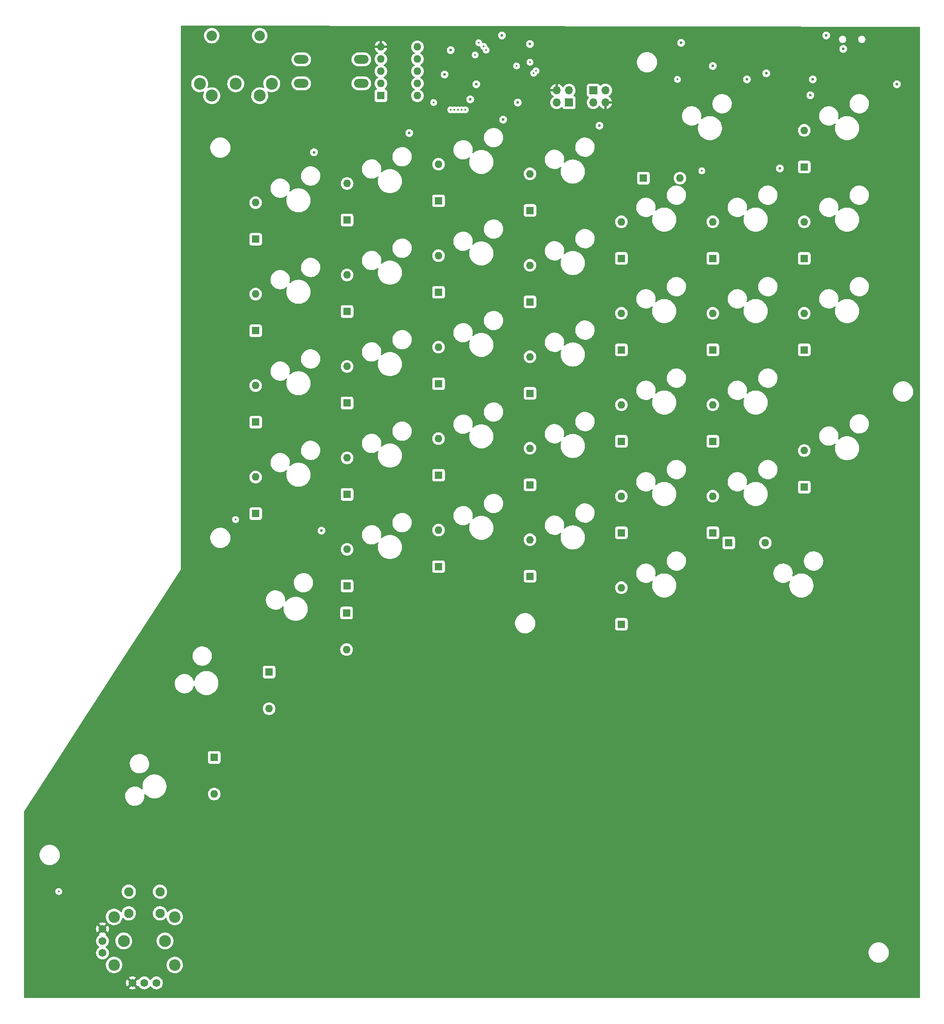
<source format=gbr>
%TF.GenerationSoftware,KiCad,Pcbnew,(6.0.0)*%
%TF.CreationDate,2022-01-02T22:49:07-08:00*%
%TF.ProjectId,thumbler_right,7468756d-626c-4657-925f-72696768742e,rev?*%
%TF.SameCoordinates,Original*%
%TF.FileFunction,Copper,L3,Inr*%
%TF.FilePolarity,Positive*%
%FSLAX46Y46*%
G04 Gerber Fmt 4.6, Leading zero omitted, Abs format (unit mm)*
G04 Created by KiCad (PCBNEW (6.0.0)) date 2022-01-02 22:49:07*
%MOMM*%
%LPD*%
G01*
G04 APERTURE LIST*
%TA.AperFunction,ComponentPad*%
%ADD10R,1.600000X1.600000*%
%TD*%
%TA.AperFunction,ComponentPad*%
%ADD11O,1.600000X1.600000*%
%TD*%
%TA.AperFunction,ComponentPad*%
%ADD12C,2.184400*%
%TD*%
%TA.AperFunction,ComponentPad*%
%ADD13C,2.500000*%
%TD*%
%TA.AperFunction,WasherPad*%
%ADD14C,2.475000*%
%TD*%
%TA.AperFunction,WasherPad*%
%ADD15C,2.400000*%
%TD*%
%TA.AperFunction,ComponentPad*%
%ADD16C,1.950000*%
%TD*%
%TA.AperFunction,ComponentPad*%
%ADD17C,1.650000*%
%TD*%
%TA.AperFunction,ComponentPad*%
%ADD18O,1.700000X1.700000*%
%TD*%
%TA.AperFunction,ComponentPad*%
%ADD19R,1.700000X1.700000*%
%TD*%
%TA.AperFunction,ComponentPad*%
%ADD20O,3.048000X1.850000*%
%TD*%
%TA.AperFunction,ViaPad*%
%ADD21C,0.400000*%
%TD*%
%TA.AperFunction,ViaPad*%
%ADD22C,0.600000*%
%TD*%
G04 APERTURE END LIST*
D10*
%TO.N,R_ROW2*%
%TO.C,D36*%
X347721000Y-181638500D03*
D11*
%TO.N,Net-(D36-Pad2)*%
X347721000Y-174018500D03*
%TD*%
D10*
%TO.N,R_ROW5*%
%TO.C,D76*%
X446278000Y-244856000D03*
D11*
%TO.N,Net-(D76-Pad2)*%
X453898000Y-244856000D03*
%TD*%
D10*
%TO.N,R_ROW3*%
%TO.C,D52*%
X366674400Y-259486400D03*
D11*
%TO.N,Net-(D52-Pad2)*%
X366674400Y-267106400D03*
%TD*%
D10*
%TO.N,R_ROW4*%
%TO.C,D53*%
X350520000Y-271780000D03*
D11*
%TO.N,Net-(D53-Pad2)*%
X350520000Y-279400000D03*
%TD*%
D12*
%TO.N,N/C*%
%TO.C,J6*%
X348575451Y-139241554D03*
X338575451Y-139241554D03*
D13*
%TO.N,R_RX*%
X348575451Y-151741554D03*
%TO.N,+5V*%
X338575451Y-151741554D03*
%TO.N,R_TX*%
X351075451Y-149241554D03*
%TO.N,~{RST}*%
X343575451Y-149241554D03*
%TO.N,GND*%
X336075451Y-149241554D03*
%TD*%
D14*
%TO.N,*%
%TO.C,S34*%
X320243200Y-327785000D03*
D15*
X318218200Y-332785000D03*
X318218200Y-322785000D03*
X330868200Y-322785000D03*
X330868200Y-332785000D03*
D14*
X328843200Y-327785000D03*
D16*
%TO.N,R_PTR_Z*%
X327793200Y-322035000D03*
%TO.N,GND*%
X327793200Y-317535000D03*
%TO.N,unconnected-(S34-PadC)*%
X321293200Y-322035000D03*
%TO.N,unconnected-(S34-PadD)*%
X321293200Y-317535000D03*
D17*
%TO.N,+3V3*%
X322043200Y-336515000D03*
%TO.N,R_PTR_X*%
X324543200Y-336515000D03*
%TO.N,GND*%
X327043200Y-336515000D03*
%TO.N,+3V3*%
X315813200Y-325285000D03*
%TO.N,R_PTR_Y*%
X315813200Y-327785000D03*
%TO.N,GND*%
X315813200Y-330285000D03*
%TD*%
D18*
%TO.N,+3V3*%
%TO.C,J7*%
X420619000Y-153157000D03*
%TO.N,R_SWDIO*%
X418079000Y-153157000D03*
%TO.N,R_SWCLK*%
X420619000Y-150617000D03*
D19*
%TO.N,GND*%
X418079000Y-150617000D03*
%TD*%
D18*
%TO.N,+3V3*%
%TO.C,J5*%
X410469000Y-150627000D03*
%TO.N,R_RX*%
X413009000Y-150627000D03*
%TO.N,R_TX*%
X410469000Y-153167000D03*
D19*
%TO.N,GND*%
X413009000Y-153167000D03*
%TD*%
D10*
%TO.N,R_ROW5*%
%TO.C,D54*%
X339090000Y-289560000D03*
D11*
%TO.N,Net-(D54-Pad2)*%
X339090000Y-297180000D03*
%TD*%
D10*
%TO.N,R_ROW1*%
%TO.C,D40*%
X366771000Y-177638500D03*
D11*
%TO.N,Net-(D40-Pad2)*%
X366771000Y-170018500D03*
%TD*%
D10*
%TO.N,R_ROW1*%
%TO.C,D46*%
X385821000Y-173638500D03*
D11*
%TO.N,Net-(D46-Pad2)*%
X385821000Y-166018500D03*
%TD*%
D10*
%TO.N,R_ROW1*%
%TO.C,D56*%
X404871000Y-175638500D03*
D11*
%TO.N,Net-(D56-Pad2)*%
X404871000Y-168018500D03*
%TD*%
D10*
%TO.N,R_ROW1*%
%TO.C,D61*%
X423921000Y-185638500D03*
D11*
%TO.N,Net-(D61-Pad2)*%
X423921000Y-178018500D03*
%TD*%
D10*
%TO.N,R_ROW1*%
%TO.C,D67*%
X428498000Y-168910000D03*
D11*
%TO.N,Net-(D67-Pad2)*%
X436118000Y-168910000D03*
%TD*%
D10*
%TO.N,R_ROW1*%
%TO.C,D72*%
X462021000Y-166588500D03*
D11*
%TO.N,Net-(D72-Pad2)*%
X462021000Y-158968500D03*
%TD*%
D10*
%TO.N,R_ROW3*%
%TO.C,D37*%
X347721000Y-200688500D03*
D11*
%TO.N,Net-(D37-Pad2)*%
X347721000Y-193068500D03*
%TD*%
D10*
%TO.N,R_ROW2*%
%TO.C,D41*%
X366771000Y-196688500D03*
D11*
%TO.N,Net-(D41-Pad2)*%
X366771000Y-189068500D03*
%TD*%
D10*
%TO.N,R_ROW2*%
%TO.C,D47*%
X385821000Y-192688500D03*
D11*
%TO.N,Net-(D47-Pad2)*%
X385821000Y-185068500D03*
%TD*%
D10*
%TO.N,R_ROW2*%
%TO.C,D57*%
X404871000Y-194688500D03*
D11*
%TO.N,Net-(D57-Pad2)*%
X404871000Y-187068500D03*
%TD*%
D10*
%TO.N,R_ROW2*%
%TO.C,D62*%
X423921000Y-204688500D03*
D11*
%TO.N,Net-(D62-Pad2)*%
X423921000Y-197068500D03*
%TD*%
D10*
%TO.N,R_ROW2*%
%TO.C,D68*%
X442971000Y-185638500D03*
D11*
%TO.N,Net-(D68-Pad2)*%
X442971000Y-178018500D03*
%TD*%
D10*
%TO.N,R_ROW2*%
%TO.C,D73*%
X462021000Y-185638500D03*
D11*
%TO.N,Net-(D73-Pad2)*%
X462021000Y-178018500D03*
%TD*%
D10*
%TO.N,R_ROW4*%
%TO.C,D38*%
X347721000Y-219738500D03*
D11*
%TO.N,Net-(D38-Pad2)*%
X347721000Y-212118500D03*
%TD*%
D10*
%TO.N,R_ROW3*%
%TO.C,D42*%
X366771000Y-215738500D03*
D11*
%TO.N,Net-(D42-Pad2)*%
X366771000Y-208118500D03*
%TD*%
D10*
%TO.N,R_ROW3*%
%TO.C,D48*%
X385821000Y-211738500D03*
D11*
%TO.N,Net-(D48-Pad2)*%
X385821000Y-204118500D03*
%TD*%
D10*
%TO.N,R_ROW3*%
%TO.C,D58*%
X404871000Y-213738500D03*
D11*
%TO.N,Net-(D58-Pad2)*%
X404871000Y-206118500D03*
%TD*%
D10*
%TO.N,R_ROW3*%
%TO.C,D63*%
X423921000Y-223738500D03*
D11*
%TO.N,Net-(D63-Pad2)*%
X423921000Y-216118500D03*
%TD*%
D10*
%TO.N,R_ROW3*%
%TO.C,D69*%
X442971000Y-204688500D03*
D11*
%TO.N,Net-(D69-Pad2)*%
X442971000Y-197068500D03*
%TD*%
D10*
%TO.N,R_ROW3*%
%TO.C,D74*%
X462021000Y-204688500D03*
D11*
%TO.N,Net-(D74-Pad2)*%
X462021000Y-197068500D03*
%TD*%
D10*
%TO.N,R_ROW5*%
%TO.C,D39*%
X347721000Y-238788500D03*
D11*
%TO.N,Net-(D39-Pad2)*%
X347721000Y-231168500D03*
%TD*%
D10*
%TO.N,R_ROW4*%
%TO.C,D43*%
X366771000Y-234788500D03*
D11*
%TO.N,Net-(D43-Pad2)*%
X366771000Y-227168500D03*
%TD*%
D10*
%TO.N,R_ROW4*%
%TO.C,D49*%
X385821000Y-230788500D03*
D11*
%TO.N,Net-(D49-Pad2)*%
X385821000Y-223168500D03*
%TD*%
D10*
%TO.N,R_ROW4*%
%TO.C,D59*%
X404871000Y-232788500D03*
D11*
%TO.N,Net-(D59-Pad2)*%
X404871000Y-225168500D03*
%TD*%
D10*
%TO.N,R_ROW4*%
%TO.C,D64*%
X423921000Y-242788500D03*
D11*
%TO.N,Net-(D64-Pad2)*%
X423921000Y-235168500D03*
%TD*%
D10*
%TO.N,R_ROW4*%
%TO.C,D70*%
X442971000Y-223738500D03*
D11*
%TO.N,Net-(D70-Pad2)*%
X442971000Y-216118500D03*
%TD*%
D10*
%TO.N,R_ROW4*%
%TO.C,D75*%
X462021000Y-233263500D03*
D11*
%TO.N,Net-(D75-Pad2)*%
X462021000Y-225643500D03*
%TD*%
D10*
%TO.N,R_ROW5*%
%TO.C,D44*%
X366771000Y-253838500D03*
D11*
%TO.N,Net-(D44-Pad2)*%
X366771000Y-246218500D03*
%TD*%
D10*
%TO.N,R_ROW5*%
%TO.C,D50*%
X385821000Y-249838500D03*
D11*
%TO.N,Net-(D50-Pad2)*%
X385821000Y-242218500D03*
%TD*%
D10*
%TO.N,R_ROW5*%
%TO.C,D60*%
X404871000Y-251838500D03*
D11*
%TO.N,Net-(D60-Pad2)*%
X404871000Y-244218500D03*
%TD*%
D10*
%TO.N,R_ROW5*%
%TO.C,D65*%
X423921000Y-261838500D03*
D11*
%TO.N,Net-(D65-Pad2)*%
X423921000Y-254218500D03*
%TD*%
D10*
%TO.N,R_ROW5*%
%TO.C,D71*%
X442971000Y-242788500D03*
D11*
%TO.N,Net-(D71-Pad2)*%
X442971000Y-235168500D03*
%TD*%
D20*
%TO.N,GND*%
%TO.C,SW3*%
X369734000Y-149185000D03*
X357234000Y-149185000D03*
%TO.N,~{RST}*%
X357234000Y-144185000D03*
X369734000Y-144185000D03*
%TD*%
D10*
%TO.N,GND*%
%TO.C,SW4*%
X373811750Y-151742000D03*
D11*
X373811750Y-149202000D03*
X373811750Y-146662000D03*
X373811750Y-144122000D03*
%TO.N,+3V3*%
X373811750Y-141582000D03*
%TO.N,R_BOOT0*%
X381431750Y-141582000D03*
%TO.N,R_OPT4*%
X381431750Y-144122000D03*
%TO.N,R_OPT3*%
X381431750Y-146662000D03*
%TO.N,R_OPT2*%
X381431750Y-149202000D03*
%TO.N,R_OPT1*%
X381431750Y-151742000D03*
%TD*%
D21*
%TO.N,R_PTR_Z*%
X306705000Y-317500000D03*
%TO.N,R_COL8*%
X343535000Y-240030000D03*
%TO.N,R_ROW5*%
X388366000Y-154686000D03*
%TO.N,R_ROW4*%
X389128000Y-154686002D03*
%TO.N,R_ROW3*%
X389890000Y-154686002D03*
%TO.N,R_ROW2*%
X390652000Y-154686000D03*
%TO.N,R_ROW1*%
X391414000Y-154686000D03*
D22*
%TO.N,R_COL1*%
X359892600Y-163525200D03*
%TO.N,R_COL2*%
X379730000Y-159512000D03*
%TO.N,R_COL4*%
X419354000Y-157988000D03*
%TO.N,R_COL3*%
X399288002Y-156718000D03*
%TO.N,GND*%
X393700000Y-149352000D03*
D21*
%TO.N,R_COL5*%
X440690000Y-167386000D03*
X435610000Y-148336000D03*
D22*
%TO.N,GND*%
X442976000Y-145542000D03*
X463296000Y-151638000D03*
X388366000Y-142240000D03*
X404876000Y-140970000D03*
X392430000Y-152505500D03*
X387096002Y-147320000D03*
X399034000Y-139192000D03*
X463804000Y-148336000D03*
X402336000Y-153162000D03*
X470154000Y-141986000D03*
D21*
X404876000Y-144780000D03*
D22*
X454130500Y-147066000D03*
%TO.N,+3V3*%
X414274000Y-147320000D03*
X403951500Y-142880000D03*
X447294000Y-146050000D03*
X459232000Y-147066000D03*
X419354000Y-147156500D03*
X394934500Y-150754000D03*
X403316500Y-151389000D03*
X409194000Y-147320000D03*
X398236500Y-140848000D03*
%TO.N,+5V*%
X436371998Y-140716000D03*
D21*
%TO.N,R_TX*%
X405638000Y-147066000D03*
%TO.N,R_RX*%
X406146000Y-146558000D03*
X384810000Y-153162000D03*
D22*
%TO.N,R_COL8*%
X361442000Y-242316000D03*
D21*
%TO.N,R_BOOT0*%
X402082000Y-145542000D03*
D22*
%TO.N,R_COL6*%
X450088000Y-148336000D03*
X456946000Y-166878000D03*
%TO.N,R_COL7*%
X481330000Y-149351998D03*
D21*
%TO.N,R_OPT4*%
X394208000Y-140716000D03*
%TO.N,R_OPT3*%
X395224000Y-141478000D03*
%TO.N,R_OPT2*%
X395732000Y-142240000D03*
%TO.N,R_OPT1*%
X393446000Y-143256000D03*
D22*
%TO.N,Net-(F2-Pad1)*%
X466598000Y-139192000D03*
%TD*%
%TA.AperFunction,Conductor*%
%TO.N,+3V3*%
G36*
X486058001Y-137387794D02*
G01*
X486126088Y-137407908D01*
X486172493Y-137461641D01*
X486183793Y-137513794D01*
X486183793Y-339584104D01*
X486163791Y-339652225D01*
X486110135Y-339698718D01*
X486057793Y-339710104D01*
X299570338Y-339710104D01*
X299502217Y-339690102D01*
X299455724Y-339636446D01*
X299444338Y-339584104D01*
X299444338Y-337619013D01*
X321303742Y-337619013D01*
X321313038Y-337631028D01*
X321369646Y-337670665D01*
X321379141Y-337676148D01*
X321580564Y-337770072D01*
X321590856Y-337773818D01*
X321805528Y-337831339D01*
X321816323Y-337833242D01*
X322037725Y-337852613D01*
X322048675Y-337852613D01*
X322270077Y-337833242D01*
X322280872Y-337831339D01*
X322495544Y-337773818D01*
X322505836Y-337770072D01*
X322707259Y-337676148D01*
X322716754Y-337670665D01*
X322774200Y-337630441D01*
X322782575Y-337619964D01*
X322775507Y-337606517D01*
X322056012Y-336887022D01*
X322042068Y-336879408D01*
X322040235Y-336879539D01*
X322033620Y-336883790D01*
X321310172Y-337607238D01*
X321303742Y-337619013D01*
X299444338Y-337619013D01*
X299444338Y-336520475D01*
X320705587Y-336520475D01*
X320724958Y-336741877D01*
X320726861Y-336752672D01*
X320784382Y-336967344D01*
X320788128Y-336977636D01*
X320882052Y-337179059D01*
X320887535Y-337188554D01*
X320927759Y-337246000D01*
X320938236Y-337254375D01*
X320951683Y-337247307D01*
X321671178Y-336527812D01*
X321677556Y-336516132D01*
X322407608Y-336516132D01*
X322407739Y-336517965D01*
X322411990Y-336524580D01*
X323135438Y-337248028D01*
X323147213Y-337254458D01*
X323159228Y-337245162D01*
X323189682Y-337201669D01*
X323245139Y-337157341D01*
X323315758Y-337150032D01*
X323379119Y-337182063D01*
X323396108Y-337201669D01*
X323517778Y-337375432D01*
X323682768Y-337540422D01*
X323687276Y-337543579D01*
X323687279Y-337543581D01*
X323869394Y-337671099D01*
X323873903Y-337674256D01*
X323878885Y-337676579D01*
X323878890Y-337676582D01*
X324079380Y-337770072D01*
X324085374Y-337772867D01*
X324090682Y-337774289D01*
X324090684Y-337774290D01*
X324305441Y-337831834D01*
X324305443Y-337831834D01*
X324310756Y-337833258D01*
X324543200Y-337853594D01*
X324775644Y-337833258D01*
X324780957Y-337831834D01*
X324780959Y-337831834D01*
X324995716Y-337774290D01*
X324995718Y-337774289D01*
X325001026Y-337772867D01*
X325007020Y-337770072D01*
X325207510Y-337676582D01*
X325207515Y-337676579D01*
X325212497Y-337674256D01*
X325217006Y-337671099D01*
X325399121Y-337543581D01*
X325399124Y-337543579D01*
X325403632Y-337540422D01*
X325568622Y-337375432D01*
X325689987Y-337202105D01*
X325745444Y-337157777D01*
X325816063Y-337150468D01*
X325879424Y-337182499D01*
X325896413Y-337202105D01*
X326017778Y-337375432D01*
X326182768Y-337540422D01*
X326187276Y-337543579D01*
X326187279Y-337543581D01*
X326369394Y-337671099D01*
X326373903Y-337674256D01*
X326378885Y-337676579D01*
X326378890Y-337676582D01*
X326579380Y-337770072D01*
X326585374Y-337772867D01*
X326590682Y-337774289D01*
X326590684Y-337774290D01*
X326805441Y-337831834D01*
X326805443Y-337831834D01*
X326810756Y-337833258D01*
X327043200Y-337853594D01*
X327275644Y-337833258D01*
X327280957Y-337831834D01*
X327280959Y-337831834D01*
X327495716Y-337774290D01*
X327495718Y-337774289D01*
X327501026Y-337772867D01*
X327507020Y-337770072D01*
X327707510Y-337676582D01*
X327707515Y-337676579D01*
X327712497Y-337674256D01*
X327717006Y-337671099D01*
X327899121Y-337543581D01*
X327899124Y-337543579D01*
X327903632Y-337540422D01*
X328068622Y-337375432D01*
X328202456Y-337184297D01*
X328204779Y-337179315D01*
X328204782Y-337179310D01*
X328298744Y-336977808D01*
X328298745Y-336977806D01*
X328301067Y-336972826D01*
X328361458Y-336747444D01*
X328381794Y-336515000D01*
X328361458Y-336282556D01*
X328301067Y-336057174D01*
X328293200Y-336040303D01*
X328204782Y-335850690D01*
X328204779Y-335850685D01*
X328202456Y-335845703D01*
X328068622Y-335654568D01*
X327903632Y-335489578D01*
X327899124Y-335486421D01*
X327899121Y-335486419D01*
X327717006Y-335358901D01*
X327717004Y-335358900D01*
X327712497Y-335355744D01*
X327707515Y-335353421D01*
X327707510Y-335353418D01*
X327506008Y-335259456D01*
X327506006Y-335259455D01*
X327501026Y-335257133D01*
X327495718Y-335255711D01*
X327495716Y-335255710D01*
X327280959Y-335198166D01*
X327280957Y-335198166D01*
X327275644Y-335196742D01*
X327043200Y-335176406D01*
X326810756Y-335196742D01*
X326805443Y-335198166D01*
X326805441Y-335198166D01*
X326590684Y-335255710D01*
X326590682Y-335255711D01*
X326585374Y-335257133D01*
X326580394Y-335259455D01*
X326580392Y-335259456D01*
X326378890Y-335353418D01*
X326378885Y-335353421D01*
X326373903Y-335355744D01*
X326369396Y-335358900D01*
X326369394Y-335358901D01*
X326187279Y-335486419D01*
X326187276Y-335486421D01*
X326182768Y-335489578D01*
X326017778Y-335654568D01*
X326014621Y-335659076D01*
X326014619Y-335659079D01*
X325896413Y-335827895D01*
X325840956Y-335872223D01*
X325770337Y-335879532D01*
X325706976Y-335847501D01*
X325689987Y-335827895D01*
X325571781Y-335659079D01*
X325571779Y-335659076D01*
X325568622Y-335654568D01*
X325403632Y-335489578D01*
X325399124Y-335486421D01*
X325399121Y-335486419D01*
X325217006Y-335358901D01*
X325217004Y-335358900D01*
X325212497Y-335355744D01*
X325207515Y-335353421D01*
X325207510Y-335353418D01*
X325006008Y-335259456D01*
X325006006Y-335259455D01*
X325001026Y-335257133D01*
X324995718Y-335255711D01*
X324995716Y-335255710D01*
X324780959Y-335198166D01*
X324780957Y-335198166D01*
X324775644Y-335196742D01*
X324543200Y-335176406D01*
X324310756Y-335196742D01*
X324305443Y-335198166D01*
X324305441Y-335198166D01*
X324090684Y-335255710D01*
X324090682Y-335255711D01*
X324085374Y-335257133D01*
X324080394Y-335259455D01*
X324080392Y-335259456D01*
X323878890Y-335353418D01*
X323878885Y-335353421D01*
X323873903Y-335355744D01*
X323869396Y-335358900D01*
X323869394Y-335358901D01*
X323687279Y-335486419D01*
X323687276Y-335486421D01*
X323682768Y-335489578D01*
X323517778Y-335654568D01*
X323514621Y-335659076D01*
X323514619Y-335659079D01*
X323396108Y-335828331D01*
X323340651Y-335872659D01*
X323270032Y-335879968D01*
X323206671Y-335847937D01*
X323189682Y-335828331D01*
X323158641Y-335784000D01*
X323148164Y-335775625D01*
X323134717Y-335782693D01*
X322415222Y-336502188D01*
X322407608Y-336516132D01*
X321677556Y-336516132D01*
X321678792Y-336513868D01*
X321678661Y-336512035D01*
X321674410Y-336505420D01*
X320950962Y-335781972D01*
X320939187Y-335775542D01*
X320927172Y-335784838D01*
X320887535Y-335841446D01*
X320882052Y-335850941D01*
X320788128Y-336052364D01*
X320784382Y-336062656D01*
X320726861Y-336277328D01*
X320724958Y-336288123D01*
X320705587Y-336509525D01*
X320705587Y-336520475D01*
X299444338Y-336520475D01*
X299444338Y-335410036D01*
X321303825Y-335410036D01*
X321310893Y-335423483D01*
X322030388Y-336142978D01*
X322044332Y-336150592D01*
X322046165Y-336150461D01*
X322052780Y-336146210D01*
X322776228Y-335422762D01*
X322782658Y-335410987D01*
X322773362Y-335398972D01*
X322716754Y-335359335D01*
X322707259Y-335353852D01*
X322505836Y-335259928D01*
X322495544Y-335256182D01*
X322280872Y-335198661D01*
X322270077Y-335196758D01*
X322048675Y-335177387D01*
X322037725Y-335177387D01*
X321816323Y-335196758D01*
X321805528Y-335198661D01*
X321590856Y-335256182D01*
X321580564Y-335259928D01*
X321379141Y-335353852D01*
X321369646Y-335359335D01*
X321312200Y-335399559D01*
X321303825Y-335410036D01*
X299444338Y-335410036D01*
X299444338Y-332740151D01*
X316505496Y-332740151D01*
X316517680Y-332993798D01*
X316567221Y-333242857D01*
X316568800Y-333247255D01*
X316568802Y-333247262D01*
X316613222Y-333370980D01*
X316653031Y-333481858D01*
X316773225Y-333705551D01*
X316776020Y-333709294D01*
X316776022Y-333709297D01*
X316922371Y-333905282D01*
X316922376Y-333905288D01*
X316925163Y-333909020D01*
X316928472Y-333912300D01*
X316928477Y-333912306D01*
X317027059Y-334010031D01*
X317105507Y-334087797D01*
X317109269Y-334090555D01*
X317109272Y-334090558D01*
X317214964Y-334168054D01*
X317310294Y-334237953D01*
X317314429Y-334240129D01*
X317314433Y-334240131D01*
X317432489Y-334302243D01*
X317535027Y-334356191D01*
X317774768Y-334439912D01*
X318024250Y-334487278D01*
X318144732Y-334492011D01*
X318273325Y-334497064D01*
X318273330Y-334497064D01*
X318277993Y-334497247D01*
X318376974Y-334486407D01*
X318525769Y-334470112D01*
X318525775Y-334470111D01*
X318530422Y-334469602D01*
X318639880Y-334440784D01*
X318771473Y-334406138D01*
X318775993Y-334404948D01*
X318894553Y-334354011D01*
X319005007Y-334306557D01*
X319005010Y-334306555D01*
X319009310Y-334304708D01*
X319013290Y-334302245D01*
X319013294Y-334302243D01*
X319221264Y-334173547D01*
X319221266Y-334173545D01*
X319225247Y-334171082D01*
X319323628Y-334087797D01*
X319415489Y-334010031D01*
X319415491Y-334010029D01*
X319419062Y-334007006D01*
X319586495Y-333816084D01*
X319723869Y-333602512D01*
X319828167Y-333370980D01*
X319897096Y-333126575D01*
X319929143Y-332874667D01*
X319931491Y-332785000D01*
X319928158Y-332740151D01*
X329155496Y-332740151D01*
X329167680Y-332993798D01*
X329217221Y-333242857D01*
X329218800Y-333247255D01*
X329218802Y-333247262D01*
X329263222Y-333370980D01*
X329303031Y-333481858D01*
X329423225Y-333705551D01*
X329426020Y-333709294D01*
X329426022Y-333709297D01*
X329572371Y-333905282D01*
X329572376Y-333905288D01*
X329575163Y-333909020D01*
X329578472Y-333912300D01*
X329578477Y-333912306D01*
X329677059Y-334010031D01*
X329755507Y-334087797D01*
X329759269Y-334090555D01*
X329759272Y-334090558D01*
X329864964Y-334168054D01*
X329960294Y-334237953D01*
X329964429Y-334240129D01*
X329964433Y-334240131D01*
X330082489Y-334302243D01*
X330185027Y-334356191D01*
X330424768Y-334439912D01*
X330674250Y-334487278D01*
X330794732Y-334492011D01*
X330923325Y-334497064D01*
X330923330Y-334497064D01*
X330927993Y-334497247D01*
X331026974Y-334486407D01*
X331175769Y-334470112D01*
X331175775Y-334470111D01*
X331180422Y-334469602D01*
X331289880Y-334440784D01*
X331421473Y-334406138D01*
X331425993Y-334404948D01*
X331544553Y-334354011D01*
X331655007Y-334306557D01*
X331655010Y-334306555D01*
X331659310Y-334304708D01*
X331663290Y-334302245D01*
X331663294Y-334302243D01*
X331871264Y-334173547D01*
X331871266Y-334173545D01*
X331875247Y-334171082D01*
X331973628Y-334087797D01*
X332065489Y-334010031D01*
X332065491Y-334010029D01*
X332069062Y-334007006D01*
X332236495Y-333816084D01*
X332373869Y-333602512D01*
X332478167Y-333370980D01*
X332547096Y-333126575D01*
X332579143Y-332874667D01*
X332581491Y-332785000D01*
X332562672Y-332531759D01*
X332506628Y-332284082D01*
X332449680Y-332137641D01*
X332416284Y-332051762D01*
X332416283Y-332051760D01*
X332414591Y-332047409D01*
X332391924Y-332007750D01*
X332290902Y-331830997D01*
X332290900Y-331830995D01*
X332288583Y-331826940D01*
X332131371Y-331627517D01*
X331946409Y-331453523D01*
X331872829Y-331402479D01*
X331741593Y-331311437D01*
X331741590Y-331311435D01*
X331737761Y-331308779D01*
X331733584Y-331306719D01*
X331733577Y-331306715D01*
X331514196Y-331198528D01*
X331514192Y-331198527D01*
X331510010Y-331196464D01*
X331268160Y-331119047D01*
X331263555Y-331118297D01*
X331022135Y-331078980D01*
X331022134Y-331078980D01*
X331017523Y-331078229D01*
X330890564Y-331076567D01*
X330768283Y-331074966D01*
X330768280Y-331074966D01*
X330763606Y-331074905D01*
X330511987Y-331109149D01*
X330268193Y-331180208D01*
X330263940Y-331182168D01*
X330263939Y-331182169D01*
X330236018Y-331195041D01*
X330037580Y-331286522D01*
X330006781Y-331306715D01*
X329829128Y-331423189D01*
X329829123Y-331423193D01*
X329825215Y-331425755D01*
X329730489Y-331510301D01*
X329692408Y-331544290D01*
X329635762Y-331594848D01*
X329473383Y-331790087D01*
X329341647Y-332007182D01*
X329339838Y-332011496D01*
X329339837Y-332011498D01*
X329248034Y-332230425D01*
X329243446Y-332241365D01*
X329242295Y-332245897D01*
X329242294Y-332245900D01*
X329230036Y-332294165D01*
X329180938Y-332487490D01*
X329155496Y-332740151D01*
X319928158Y-332740151D01*
X319912672Y-332531759D01*
X319856628Y-332284082D01*
X319799680Y-332137641D01*
X319766284Y-332051762D01*
X319766283Y-332051760D01*
X319764591Y-332047409D01*
X319741924Y-332007750D01*
X319640902Y-331830997D01*
X319640900Y-331830995D01*
X319638583Y-331826940D01*
X319481371Y-331627517D01*
X319296409Y-331453523D01*
X319222829Y-331402479D01*
X319091593Y-331311437D01*
X319091590Y-331311435D01*
X319087761Y-331308779D01*
X319083584Y-331306719D01*
X319083577Y-331306715D01*
X318864196Y-331198528D01*
X318864192Y-331198527D01*
X318860010Y-331196464D01*
X318618160Y-331119047D01*
X318613555Y-331118297D01*
X318372135Y-331078980D01*
X318372134Y-331078980D01*
X318367523Y-331078229D01*
X318240564Y-331076567D01*
X318118283Y-331074966D01*
X318118280Y-331074966D01*
X318113606Y-331074905D01*
X317861987Y-331109149D01*
X317618193Y-331180208D01*
X317613940Y-331182168D01*
X317613939Y-331182169D01*
X317586018Y-331195041D01*
X317387580Y-331286522D01*
X317356781Y-331306715D01*
X317179128Y-331423189D01*
X317179123Y-331423193D01*
X317175215Y-331425755D01*
X317080489Y-331510301D01*
X317042408Y-331544290D01*
X316985762Y-331594848D01*
X316823383Y-331790087D01*
X316691647Y-332007182D01*
X316689838Y-332011496D01*
X316689837Y-332011498D01*
X316598034Y-332230425D01*
X316593446Y-332241365D01*
X316592295Y-332245897D01*
X316592294Y-332245900D01*
X316580036Y-332294165D01*
X316530938Y-332487490D01*
X316505496Y-332740151D01*
X299444338Y-332740151D01*
X299444338Y-330285000D01*
X314474606Y-330285000D01*
X314494942Y-330517444D01*
X314496366Y-330522757D01*
X314496366Y-330522759D01*
X314527622Y-330639406D01*
X314555333Y-330742826D01*
X314557655Y-330747806D01*
X314557656Y-330747808D01*
X314651618Y-330949310D01*
X314651621Y-330949315D01*
X314653944Y-330954297D01*
X314657100Y-330958804D01*
X314657101Y-330958806D01*
X314738395Y-331074905D01*
X314787778Y-331145432D01*
X314952768Y-331310422D01*
X314957276Y-331313579D01*
X314957279Y-331313581D01*
X315121932Y-331428872D01*
X315143903Y-331444256D01*
X315148885Y-331446579D01*
X315148890Y-331446582D01*
X315350392Y-331540544D01*
X315355374Y-331542867D01*
X315360682Y-331544289D01*
X315360684Y-331544290D01*
X315575441Y-331601834D01*
X315575443Y-331601834D01*
X315580756Y-331603258D01*
X315813200Y-331623594D01*
X316045644Y-331603258D01*
X316050957Y-331601834D01*
X316050959Y-331601834D01*
X316265716Y-331544290D01*
X316265718Y-331544289D01*
X316271026Y-331542867D01*
X316276008Y-331540544D01*
X316477510Y-331446582D01*
X316477515Y-331446579D01*
X316482497Y-331444256D01*
X316504468Y-331428872D01*
X316669121Y-331313581D01*
X316669124Y-331313579D01*
X316673632Y-331310422D01*
X316838622Y-331145432D01*
X316888006Y-331074905D01*
X316969299Y-330958806D01*
X316969300Y-330958804D01*
X316972456Y-330954297D01*
X316974779Y-330949315D01*
X316974782Y-330949310D01*
X317068744Y-330747808D01*
X317068745Y-330747806D01*
X317071067Y-330742826D01*
X317098779Y-330639406D01*
X317130034Y-330522759D01*
X317130034Y-330522757D01*
X317131458Y-330517444D01*
X317147621Y-330332703D01*
X475410743Y-330332703D01*
X475448268Y-330617734D01*
X475524129Y-330895036D01*
X475525813Y-330898984D01*
X475630933Y-331145432D01*
X475636923Y-331159476D01*
X475650882Y-331182799D01*
X475712959Y-331286522D01*
X475784561Y-331406161D01*
X475964313Y-331630528D01*
X476172851Y-331828423D01*
X476406317Y-331996186D01*
X476410112Y-331998195D01*
X476410113Y-331998196D01*
X476431869Y-332009715D01*
X476660392Y-332130712D01*
X476930373Y-332229511D01*
X477211264Y-332290755D01*
X477239841Y-332293004D01*
X477434282Y-332308307D01*
X477434291Y-332308307D01*
X477436739Y-332308500D01*
X477592271Y-332308500D01*
X477594407Y-332308354D01*
X477594418Y-332308354D01*
X477802548Y-332294165D01*
X477802554Y-332294164D01*
X477806825Y-332293873D01*
X477811020Y-332293004D01*
X477811022Y-332293004D01*
X478060378Y-332241365D01*
X478088342Y-332235574D01*
X478359343Y-332139607D01*
X478614812Y-332007750D01*
X478618313Y-332005289D01*
X478618317Y-332005287D01*
X478732418Y-331925095D01*
X478850023Y-331842441D01*
X479060622Y-331646740D01*
X479242713Y-331424268D01*
X479392927Y-331179142D01*
X479437252Y-331078168D01*
X479506757Y-330919830D01*
X479508483Y-330915898D01*
X479587244Y-330639406D01*
X479627751Y-330354784D01*
X479627845Y-330336951D01*
X479629235Y-330071583D01*
X479629235Y-330071576D01*
X479629257Y-330067297D01*
X479627317Y-330052556D01*
X479592292Y-329786522D01*
X479591732Y-329782266D01*
X479515871Y-329504964D01*
X479444682Y-329338064D01*
X479404763Y-329244476D01*
X479404761Y-329244472D01*
X479403077Y-329240524D01*
X479281178Y-329036846D01*
X479257643Y-328997521D01*
X479257640Y-328997517D01*
X479255439Y-328993839D01*
X479075687Y-328769472D01*
X478867149Y-328571577D01*
X478633683Y-328403814D01*
X478611843Y-328392250D01*
X478587445Y-328379332D01*
X478379608Y-328269288D01*
X478109627Y-328170489D01*
X477828736Y-328109245D01*
X477797685Y-328106801D01*
X477605718Y-328091693D01*
X477605709Y-328091693D01*
X477603261Y-328091500D01*
X477447729Y-328091500D01*
X477445593Y-328091646D01*
X477445582Y-328091646D01*
X477237452Y-328105835D01*
X477237446Y-328105836D01*
X477233175Y-328106127D01*
X477228980Y-328106996D01*
X477228978Y-328106996D01*
X477120590Y-328129442D01*
X476951658Y-328164426D01*
X476680657Y-328260393D01*
X476425188Y-328392250D01*
X476421687Y-328394711D01*
X476421683Y-328394713D01*
X476411594Y-328401804D01*
X476189977Y-328557559D01*
X476174892Y-328571577D01*
X476004945Y-328729502D01*
X475979378Y-328753260D01*
X475797287Y-328975732D01*
X475647073Y-329220858D01*
X475531517Y-329484102D01*
X475530342Y-329488229D01*
X475530341Y-329488230D01*
X475524395Y-329509103D01*
X475452756Y-329760594D01*
X475412249Y-330045216D01*
X475412227Y-330049505D01*
X475412226Y-330049512D01*
X475410964Y-330290475D01*
X475410743Y-330332703D01*
X317147621Y-330332703D01*
X317151794Y-330285000D01*
X317131458Y-330052556D01*
X317071067Y-329827174D01*
X317038095Y-329756466D01*
X316974782Y-329620690D01*
X316974779Y-329620685D01*
X316972456Y-329615703D01*
X316969299Y-329611194D01*
X316841781Y-329429079D01*
X316841779Y-329429076D01*
X316838622Y-329424568D01*
X316673632Y-329259578D01*
X316669124Y-329256421D01*
X316669121Y-329256419D01*
X316500305Y-329138213D01*
X316455977Y-329082756D01*
X316448668Y-329012137D01*
X316480699Y-328948776D01*
X316500305Y-328931787D01*
X316669121Y-328813581D01*
X316669124Y-328813579D01*
X316673632Y-328810422D01*
X316838622Y-328645432D01*
X316892089Y-328569074D01*
X316969299Y-328458806D01*
X316969300Y-328458804D01*
X316972456Y-328454297D01*
X316974779Y-328449315D01*
X316974782Y-328449310D01*
X317068744Y-328247808D01*
X317068745Y-328247806D01*
X317071067Y-328242826D01*
X317090055Y-328171964D01*
X317130034Y-328022759D01*
X317130034Y-328022757D01*
X317131458Y-328017444D01*
X317151794Y-327785000D01*
X317147784Y-327739167D01*
X318492904Y-327739167D01*
X318493128Y-327743833D01*
X318493128Y-327743838D01*
X318498759Y-327861066D01*
X318505355Y-327998381D01*
X318555983Y-328252907D01*
X318643677Y-328497154D01*
X318645893Y-328501278D01*
X318720926Y-328640921D01*
X318766509Y-328725756D01*
X318769304Y-328729499D01*
X318769306Y-328729502D01*
X318918990Y-328929953D01*
X318918995Y-328929959D01*
X318921782Y-328933691D01*
X318925091Y-328936971D01*
X318925096Y-328936977D01*
X319047042Y-329057863D01*
X319106084Y-329116392D01*
X319109846Y-329119150D01*
X319109849Y-329119153D01*
X319311592Y-329267077D01*
X319315366Y-329269844D01*
X319319509Y-329272024D01*
X319319511Y-329272025D01*
X319540882Y-329388494D01*
X319540887Y-329388496D01*
X319545032Y-329390677D01*
X319549455Y-329392222D01*
X319549456Y-329392222D01*
X319691128Y-329441696D01*
X319790035Y-329476236D01*
X319794628Y-329477108D01*
X320040404Y-329523770D01*
X320040407Y-329523770D01*
X320044993Y-329524641D01*
X320168178Y-329529481D01*
X320299637Y-329534646D01*
X320299642Y-329534646D01*
X320304305Y-329534829D01*
X320397332Y-329524641D01*
X320557622Y-329507087D01*
X320557628Y-329507086D01*
X320562275Y-329506577D01*
X320568402Y-329504964D01*
X320808713Y-329441696D01*
X320808716Y-329441695D01*
X320813236Y-329440505D01*
X320839831Y-329429079D01*
X321047380Y-329339909D01*
X321047382Y-329339908D01*
X321051674Y-329338064D01*
X321246987Y-329217201D01*
X321268378Y-329203964D01*
X321268382Y-329203961D01*
X321272351Y-329201505D01*
X321369629Y-329119153D01*
X321466853Y-329036846D01*
X321466854Y-329036845D01*
X321470419Y-329033827D01*
X321508423Y-328990492D01*
X321638452Y-328842224D01*
X321638455Y-328842220D01*
X321641528Y-328838716D01*
X321763345Y-328649329D01*
X321779389Y-328624386D01*
X321779392Y-328624381D01*
X321781917Y-328620455D01*
X321888504Y-328383842D01*
X321958946Y-328134073D01*
X321991696Y-327876635D01*
X321994096Y-327785000D01*
X321990690Y-327739167D01*
X327092904Y-327739167D01*
X327093128Y-327743833D01*
X327093128Y-327743838D01*
X327098759Y-327861066D01*
X327105355Y-327998381D01*
X327155983Y-328252907D01*
X327243677Y-328497154D01*
X327245893Y-328501278D01*
X327320926Y-328640921D01*
X327366509Y-328725756D01*
X327369304Y-328729499D01*
X327369306Y-328729502D01*
X327518990Y-328929953D01*
X327518995Y-328929959D01*
X327521782Y-328933691D01*
X327525091Y-328936971D01*
X327525096Y-328936977D01*
X327647042Y-329057863D01*
X327706084Y-329116392D01*
X327709846Y-329119150D01*
X327709849Y-329119153D01*
X327911592Y-329267077D01*
X327915366Y-329269844D01*
X327919509Y-329272024D01*
X327919511Y-329272025D01*
X328140882Y-329388494D01*
X328140887Y-329388496D01*
X328145032Y-329390677D01*
X328149455Y-329392222D01*
X328149456Y-329392222D01*
X328291128Y-329441696D01*
X328390035Y-329476236D01*
X328394628Y-329477108D01*
X328640404Y-329523770D01*
X328640407Y-329523770D01*
X328644993Y-329524641D01*
X328768178Y-329529481D01*
X328899637Y-329534646D01*
X328899642Y-329534646D01*
X328904305Y-329534829D01*
X328997332Y-329524641D01*
X329157622Y-329507087D01*
X329157628Y-329507086D01*
X329162275Y-329506577D01*
X329168402Y-329504964D01*
X329408713Y-329441696D01*
X329408716Y-329441695D01*
X329413236Y-329440505D01*
X329439831Y-329429079D01*
X329647380Y-329339909D01*
X329647382Y-329339908D01*
X329651674Y-329338064D01*
X329846987Y-329217201D01*
X329868378Y-329203964D01*
X329868382Y-329203961D01*
X329872351Y-329201505D01*
X329969629Y-329119153D01*
X330066853Y-329036846D01*
X330066854Y-329036845D01*
X330070419Y-329033827D01*
X330108423Y-328990492D01*
X330238452Y-328842224D01*
X330238455Y-328842220D01*
X330241528Y-328838716D01*
X330363345Y-328649329D01*
X330379389Y-328624386D01*
X330379392Y-328624381D01*
X330381917Y-328620455D01*
X330488504Y-328383842D01*
X330558946Y-328134073D01*
X330591696Y-327876635D01*
X330594096Y-327785000D01*
X330574864Y-327526201D01*
X330517590Y-327273088D01*
X330423533Y-327031220D01*
X330421215Y-327027164D01*
X330297078Y-326809968D01*
X330297076Y-326809966D01*
X330294759Y-326805911D01*
X330214428Y-326704012D01*
X330136988Y-326605780D01*
X330136985Y-326605777D01*
X330134096Y-326602112D01*
X329945075Y-326424298D01*
X329731847Y-326276377D01*
X329613077Y-326217806D01*
X329503283Y-326163661D01*
X329503279Y-326163660D01*
X329499097Y-326161597D01*
X329251939Y-326082481D01*
X329111084Y-326059542D01*
X329000413Y-326041518D01*
X329000412Y-326041518D01*
X328995801Y-326040767D01*
X328866055Y-326039068D01*
X328740987Y-326037431D01*
X328740984Y-326037431D01*
X328736310Y-326037370D01*
X328479168Y-326072365D01*
X328474682Y-326073673D01*
X328474680Y-326073673D01*
X328439579Y-326083904D01*
X328230023Y-326144984D01*
X328225771Y-326146944D01*
X328225769Y-326146945D01*
X328193987Y-326161597D01*
X327994349Y-326253632D01*
X327990440Y-326256195D01*
X327781235Y-326393355D01*
X327781230Y-326393359D01*
X327777322Y-326395921D01*
X327737479Y-326431482D01*
X327596223Y-326557558D01*
X327583711Y-326568725D01*
X327417768Y-326768250D01*
X327415343Y-326772247D01*
X327320175Y-326929079D01*
X327283140Y-326990110D01*
X327182784Y-327229433D01*
X327118904Y-327480960D01*
X327092904Y-327739167D01*
X321990690Y-327739167D01*
X321974864Y-327526201D01*
X321917590Y-327273088D01*
X321823533Y-327031220D01*
X321821215Y-327027164D01*
X321697078Y-326809968D01*
X321697076Y-326809966D01*
X321694759Y-326805911D01*
X321614428Y-326704012D01*
X321536988Y-326605780D01*
X321536985Y-326605777D01*
X321534096Y-326602112D01*
X321345075Y-326424298D01*
X321131847Y-326276377D01*
X321013077Y-326217806D01*
X320903283Y-326163661D01*
X320903279Y-326163660D01*
X320899097Y-326161597D01*
X320651939Y-326082481D01*
X320511084Y-326059542D01*
X320400413Y-326041518D01*
X320400412Y-326041518D01*
X320395801Y-326040767D01*
X320266055Y-326039068D01*
X320140987Y-326037431D01*
X320140984Y-326037431D01*
X320136310Y-326037370D01*
X319879168Y-326072365D01*
X319874682Y-326073673D01*
X319874680Y-326073673D01*
X319839579Y-326083904D01*
X319630023Y-326144984D01*
X319625771Y-326146944D01*
X319625769Y-326146945D01*
X319593987Y-326161597D01*
X319394349Y-326253632D01*
X319390440Y-326256195D01*
X319181235Y-326393355D01*
X319181230Y-326393359D01*
X319177322Y-326395921D01*
X319137479Y-326431482D01*
X318996223Y-326557558D01*
X318983711Y-326568725D01*
X318817768Y-326768250D01*
X318815343Y-326772247D01*
X318720175Y-326929079D01*
X318683140Y-326990110D01*
X318582784Y-327229433D01*
X318518904Y-327480960D01*
X318492904Y-327739167D01*
X317147784Y-327739167D01*
X317131458Y-327552556D01*
X317071067Y-327327174D01*
X317027603Y-327233965D01*
X316974782Y-327120690D01*
X316974779Y-327120685D01*
X316972456Y-327115703D01*
X316969299Y-327111194D01*
X316841781Y-326929079D01*
X316841779Y-326929076D01*
X316838622Y-326924568D01*
X316673632Y-326759578D01*
X316669124Y-326756421D01*
X316669121Y-326756419D01*
X316499869Y-326637908D01*
X316455541Y-326582451D01*
X316448232Y-326511832D01*
X316480263Y-326448471D01*
X316499869Y-326431482D01*
X316544200Y-326400441D01*
X316552575Y-326389964D01*
X316545507Y-326376517D01*
X315826012Y-325657022D01*
X315812068Y-325649408D01*
X315810235Y-325649539D01*
X315803620Y-325653790D01*
X315080172Y-326377238D01*
X315073742Y-326389013D01*
X315083038Y-326401028D01*
X315126531Y-326431482D01*
X315170859Y-326486939D01*
X315178168Y-326557558D01*
X315146137Y-326620919D01*
X315126531Y-326637908D01*
X314957279Y-326756419D01*
X314957276Y-326756421D01*
X314952768Y-326759578D01*
X314787778Y-326924568D01*
X314784621Y-326929076D01*
X314784619Y-326929079D01*
X314657101Y-327111194D01*
X314653944Y-327115703D01*
X314651621Y-327120685D01*
X314651618Y-327120690D01*
X314598797Y-327233965D01*
X314555333Y-327327174D01*
X314494942Y-327552556D01*
X314474606Y-327785000D01*
X314494942Y-328017444D01*
X314496366Y-328022757D01*
X314496366Y-328022759D01*
X314536346Y-328171964D01*
X314555333Y-328242826D01*
X314557655Y-328247806D01*
X314557656Y-328247808D01*
X314651618Y-328449310D01*
X314651621Y-328449315D01*
X314653944Y-328454297D01*
X314657100Y-328458804D01*
X314657101Y-328458806D01*
X314734312Y-328569074D01*
X314787778Y-328645432D01*
X314952768Y-328810422D01*
X314957276Y-328813579D01*
X314957279Y-328813581D01*
X315126095Y-328931787D01*
X315170423Y-328987244D01*
X315177732Y-329057863D01*
X315145701Y-329121224D01*
X315126095Y-329138213D01*
X314957279Y-329256419D01*
X314957276Y-329256421D01*
X314952768Y-329259578D01*
X314787778Y-329424568D01*
X314784621Y-329429076D01*
X314784619Y-329429079D01*
X314657101Y-329611194D01*
X314653944Y-329615703D01*
X314651621Y-329620685D01*
X314651618Y-329620690D01*
X314588305Y-329756466D01*
X314555333Y-329827174D01*
X314494942Y-330052556D01*
X314474606Y-330285000D01*
X299444338Y-330285000D01*
X299444338Y-325290475D01*
X314475587Y-325290475D01*
X314494958Y-325511877D01*
X314496861Y-325522672D01*
X314554382Y-325737344D01*
X314558128Y-325747636D01*
X314652052Y-325949059D01*
X314657535Y-325958554D01*
X314697759Y-326016000D01*
X314708236Y-326024375D01*
X314721683Y-326017307D01*
X315441178Y-325297812D01*
X315447556Y-325286132D01*
X316177608Y-325286132D01*
X316177739Y-325287965D01*
X316181990Y-325294580D01*
X316905438Y-326018028D01*
X316917213Y-326024458D01*
X316929228Y-326015162D01*
X316968865Y-325958554D01*
X316974348Y-325949059D01*
X317068272Y-325747636D01*
X317072018Y-325737344D01*
X317129539Y-325522672D01*
X317131442Y-325511877D01*
X317150813Y-325290475D01*
X317150813Y-325279525D01*
X317131442Y-325058123D01*
X317129539Y-325047328D01*
X317072018Y-324832656D01*
X317068272Y-324822364D01*
X316974348Y-324620941D01*
X316968865Y-324611446D01*
X316928641Y-324554000D01*
X316918164Y-324545625D01*
X316904717Y-324552693D01*
X316185222Y-325272188D01*
X316177608Y-325286132D01*
X315447556Y-325286132D01*
X315448792Y-325283868D01*
X315448661Y-325282035D01*
X315444410Y-325275420D01*
X314720962Y-324551972D01*
X314709187Y-324545542D01*
X314697172Y-324554838D01*
X314657535Y-324611446D01*
X314652052Y-324620941D01*
X314558128Y-324822364D01*
X314554382Y-324832656D01*
X314496861Y-325047328D01*
X314494958Y-325058123D01*
X314475587Y-325279525D01*
X314475587Y-325290475D01*
X299444338Y-325290475D01*
X299444338Y-324180036D01*
X315073825Y-324180036D01*
X315080893Y-324193483D01*
X315800388Y-324912978D01*
X315814332Y-324920592D01*
X315816165Y-324920461D01*
X315822780Y-324916210D01*
X316546228Y-324192762D01*
X316552658Y-324180987D01*
X316543362Y-324168972D01*
X316486754Y-324129335D01*
X316477259Y-324123852D01*
X316275836Y-324029928D01*
X316265544Y-324026182D01*
X316050872Y-323968661D01*
X316040077Y-323966758D01*
X315818675Y-323947387D01*
X315807725Y-323947387D01*
X315586323Y-323966758D01*
X315575528Y-323968661D01*
X315360856Y-324026182D01*
X315350564Y-324029928D01*
X315149141Y-324123852D01*
X315139646Y-324129335D01*
X315082200Y-324169559D01*
X315073825Y-324180036D01*
X299444338Y-324180036D01*
X299444338Y-322740151D01*
X316505496Y-322740151D01*
X316505720Y-322744817D01*
X316505720Y-322744822D01*
X316508451Y-322801677D01*
X316517680Y-322993798D01*
X316518593Y-322998386D01*
X316553122Y-323171975D01*
X316567221Y-323242857D01*
X316568800Y-323247255D01*
X316568802Y-323247262D01*
X316631698Y-323422440D01*
X316653031Y-323481858D01*
X316773225Y-323705551D01*
X316776020Y-323709294D01*
X316776022Y-323709297D01*
X316922371Y-323905282D01*
X316922376Y-323905288D01*
X316925163Y-323909020D01*
X316928472Y-323912300D01*
X316928477Y-323912306D01*
X317102190Y-324084509D01*
X317105507Y-324087797D01*
X317109269Y-324090555D01*
X317109272Y-324090558D01*
X317306523Y-324235188D01*
X317310294Y-324237953D01*
X317314429Y-324240129D01*
X317314433Y-324240131D01*
X317432489Y-324302243D01*
X317535027Y-324356191D01*
X317774768Y-324439912D01*
X318024250Y-324487278D01*
X318144732Y-324492011D01*
X318273325Y-324497064D01*
X318273330Y-324497064D01*
X318277993Y-324497247D01*
X318376974Y-324486407D01*
X318525769Y-324470112D01*
X318525775Y-324470111D01*
X318530422Y-324469602D01*
X318639880Y-324440784D01*
X318771473Y-324406138D01*
X318775993Y-324404948D01*
X318894553Y-324354011D01*
X319005007Y-324306557D01*
X319005010Y-324306555D01*
X319009310Y-324304708D01*
X319013290Y-324302245D01*
X319013294Y-324302243D01*
X319221264Y-324173547D01*
X319221266Y-324173545D01*
X319225247Y-324171082D01*
X319323628Y-324087797D01*
X319415489Y-324010031D01*
X319415491Y-324010029D01*
X319419062Y-324007006D01*
X319586495Y-323816084D01*
X319723869Y-323602512D01*
X319828167Y-323370980D01*
X319897096Y-323126575D01*
X319910024Y-323024956D01*
X319938464Y-322959905D01*
X319997558Y-322920555D01*
X320068545Y-322919401D01*
X320130254Y-322958361D01*
X320251692Y-323098553D01*
X320439383Y-323254377D01*
X320650004Y-323377453D01*
X320877898Y-323464478D01*
X320882964Y-323465509D01*
X320882965Y-323465509D01*
X321111867Y-323512080D01*
X321111871Y-323512080D01*
X321116946Y-323513113D01*
X321122122Y-323513303D01*
X321122124Y-323513303D01*
X321355563Y-323521863D01*
X321355567Y-323521863D01*
X321360727Y-323522052D01*
X321365847Y-323521396D01*
X321365849Y-323521396D01*
X321442577Y-323511567D01*
X321602694Y-323491055D01*
X321607643Y-323489570D01*
X321607649Y-323489569D01*
X321831400Y-323422440D01*
X321831399Y-323422440D01*
X321836350Y-323420955D01*
X322055419Y-323313634D01*
X322059624Y-323310634D01*
X322059630Y-323310631D01*
X322249814Y-323174974D01*
X322249816Y-323174972D01*
X322254018Y-323171975D01*
X322426814Y-322999781D01*
X322434471Y-322989126D01*
X322483087Y-322921469D01*
X322569166Y-322801677D01*
X322575847Y-322788160D01*
X322674956Y-322587626D01*
X322674957Y-322587624D01*
X322677250Y-322582984D01*
X322694197Y-322527205D01*
X322746662Y-322354527D01*
X322746663Y-322354521D01*
X322748166Y-322349575D01*
X322770743Y-322178084D01*
X322779570Y-322111038D01*
X322779570Y-322111034D01*
X322780007Y-322107717D01*
X322780089Y-322104365D01*
X322781702Y-322038365D01*
X322781702Y-322038361D01*
X322781784Y-322035000D01*
X322778794Y-321998631D01*
X326305060Y-321998631D01*
X326305357Y-322003783D01*
X326305357Y-322003787D01*
X326315255Y-322175438D01*
X326319103Y-322242171D01*
X326320240Y-322247217D01*
X326320241Y-322247223D01*
X326343307Y-322349575D01*
X326372733Y-322480147D01*
X326374675Y-322484929D01*
X326374676Y-322484933D01*
X326416924Y-322588976D01*
X326464511Y-322706169D01*
X326591972Y-322914166D01*
X326751692Y-323098553D01*
X326939383Y-323254377D01*
X327150004Y-323377453D01*
X327377898Y-323464478D01*
X327382964Y-323465509D01*
X327382965Y-323465509D01*
X327611867Y-323512080D01*
X327611871Y-323512080D01*
X327616946Y-323513113D01*
X327622122Y-323513303D01*
X327622124Y-323513303D01*
X327855563Y-323521863D01*
X327855567Y-323521863D01*
X327860727Y-323522052D01*
X327865847Y-323521396D01*
X327865849Y-323521396D01*
X327942577Y-323511567D01*
X328102694Y-323491055D01*
X328107643Y-323489570D01*
X328107649Y-323489569D01*
X328331400Y-323422440D01*
X328331399Y-323422440D01*
X328336350Y-323420955D01*
X328555419Y-323313634D01*
X328559624Y-323310634D01*
X328559630Y-323310631D01*
X328749814Y-323174974D01*
X328749816Y-323174972D01*
X328754018Y-323171975D01*
X328926814Y-322999781D01*
X328931113Y-322993798D01*
X328947092Y-322971562D01*
X329003087Y-322927915D01*
X329073790Y-322921469D01*
X329136754Y-322954272D01*
X329172993Y-323020508D01*
X329203122Y-323171975D01*
X329217221Y-323242857D01*
X329218800Y-323247255D01*
X329218802Y-323247262D01*
X329281698Y-323422440D01*
X329303031Y-323481858D01*
X329423225Y-323705551D01*
X329426020Y-323709294D01*
X329426022Y-323709297D01*
X329572371Y-323905282D01*
X329572376Y-323905288D01*
X329575163Y-323909020D01*
X329578472Y-323912300D01*
X329578477Y-323912306D01*
X329752190Y-324084509D01*
X329755507Y-324087797D01*
X329759269Y-324090555D01*
X329759272Y-324090558D01*
X329956523Y-324235188D01*
X329960294Y-324237953D01*
X329964429Y-324240129D01*
X329964433Y-324240131D01*
X330082489Y-324302243D01*
X330185027Y-324356191D01*
X330424768Y-324439912D01*
X330674250Y-324487278D01*
X330794732Y-324492011D01*
X330923325Y-324497064D01*
X330923330Y-324497064D01*
X330927993Y-324497247D01*
X331026974Y-324486407D01*
X331175769Y-324470112D01*
X331175775Y-324470111D01*
X331180422Y-324469602D01*
X331289880Y-324440784D01*
X331421473Y-324406138D01*
X331425993Y-324404948D01*
X331544553Y-324354011D01*
X331655007Y-324306557D01*
X331655010Y-324306555D01*
X331659310Y-324304708D01*
X331663290Y-324302245D01*
X331663294Y-324302243D01*
X331871264Y-324173547D01*
X331871266Y-324173545D01*
X331875247Y-324171082D01*
X331973628Y-324087797D01*
X332065489Y-324010031D01*
X332065491Y-324010029D01*
X332069062Y-324007006D01*
X332236495Y-323816084D01*
X332373869Y-323602512D01*
X332478167Y-323370980D01*
X332547096Y-323126575D01*
X332579143Y-322874667D01*
X332581491Y-322785000D01*
X332562672Y-322531759D01*
X332552077Y-322484933D01*
X332507659Y-322288639D01*
X332506628Y-322284082D01*
X332504935Y-322279728D01*
X332416284Y-322051762D01*
X332416283Y-322051760D01*
X332414591Y-322047409D01*
X332394066Y-322011498D01*
X332290902Y-321830997D01*
X332290900Y-321830995D01*
X332288583Y-321826940D01*
X332131371Y-321627517D01*
X331946409Y-321453523D01*
X331777440Y-321336305D01*
X331741593Y-321311437D01*
X331741590Y-321311435D01*
X331737761Y-321308779D01*
X331733584Y-321306719D01*
X331733577Y-321306715D01*
X331514196Y-321198528D01*
X331514192Y-321198527D01*
X331510010Y-321196464D01*
X331268160Y-321119047D01*
X331263555Y-321118297D01*
X331022135Y-321078980D01*
X331022134Y-321078980D01*
X331017523Y-321078229D01*
X330890564Y-321076567D01*
X330768283Y-321074966D01*
X330768280Y-321074966D01*
X330763606Y-321074905D01*
X330511987Y-321109149D01*
X330268193Y-321180208D01*
X330037580Y-321286522D01*
X330033671Y-321289085D01*
X329829128Y-321423189D01*
X329829123Y-321423193D01*
X329825215Y-321425755D01*
X329635762Y-321594848D01*
X329473383Y-321790087D01*
X329473123Y-321789871D01*
X329419192Y-321832216D01*
X329348511Y-321838911D01*
X329285432Y-321806330D01*
X329250248Y-321745902D01*
X329203626Y-321560292D01*
X329203626Y-321560291D01*
X329202367Y-321555280D01*
X329105094Y-321331568D01*
X329016771Y-321195041D01*
X328975400Y-321131091D01*
X328975398Y-321131088D01*
X328972590Y-321126748D01*
X328966878Y-321120470D01*
X328811890Y-320950141D01*
X328811888Y-320950140D01*
X328808412Y-320946319D01*
X328804361Y-320943120D01*
X328804357Y-320943116D01*
X328621025Y-320798329D01*
X328621021Y-320798327D01*
X328616970Y-320795127D01*
X328403405Y-320677233D01*
X328398536Y-320675509D01*
X328398532Y-320675507D01*
X328178327Y-320597528D01*
X328178323Y-320597527D01*
X328173452Y-320595802D01*
X328168359Y-320594895D01*
X328168356Y-320594894D01*
X327938377Y-320553928D01*
X327938371Y-320553927D01*
X327933288Y-320553022D01*
X327853580Y-320552048D01*
X327694532Y-320550105D01*
X327694530Y-320550105D01*
X327689362Y-320550042D01*
X327448224Y-320586941D01*
X327216350Y-320662729D01*
X326999969Y-320775370D01*
X326995836Y-320778473D01*
X326995833Y-320778475D01*
X326809025Y-320918735D01*
X326804890Y-320921840D01*
X326801318Y-320925578D01*
X326655442Y-321078229D01*
X326636353Y-321098204D01*
X326633439Y-321102476D01*
X326633438Y-321102477D01*
X326613919Y-321131091D01*
X326498884Y-321299726D01*
X326481905Y-321336305D01*
X326426009Y-321456722D01*
X326396174Y-321520995D01*
X326330983Y-321756067D01*
X326305060Y-321998631D01*
X322778794Y-321998631D01*
X322761796Y-321791876D01*
X322702367Y-321555280D01*
X322605094Y-321331568D01*
X322516771Y-321195041D01*
X322475400Y-321131091D01*
X322475398Y-321131088D01*
X322472590Y-321126748D01*
X322466878Y-321120470D01*
X322311890Y-320950141D01*
X322311888Y-320950140D01*
X322308412Y-320946319D01*
X322304361Y-320943120D01*
X322304357Y-320943116D01*
X322121025Y-320798329D01*
X322121021Y-320798327D01*
X322116970Y-320795127D01*
X321903405Y-320677233D01*
X321898536Y-320675509D01*
X321898532Y-320675507D01*
X321678327Y-320597528D01*
X321678323Y-320597527D01*
X321673452Y-320595802D01*
X321668359Y-320594895D01*
X321668356Y-320594894D01*
X321438377Y-320553928D01*
X321438371Y-320553927D01*
X321433288Y-320553022D01*
X321353580Y-320552048D01*
X321194532Y-320550105D01*
X321194530Y-320550105D01*
X321189362Y-320550042D01*
X320948224Y-320586941D01*
X320716350Y-320662729D01*
X320499969Y-320775370D01*
X320495836Y-320778473D01*
X320495833Y-320778475D01*
X320309025Y-320918735D01*
X320304890Y-320921840D01*
X320301318Y-320925578D01*
X320155442Y-321078229D01*
X320136353Y-321098204D01*
X320133439Y-321102476D01*
X320133438Y-321102477D01*
X320113919Y-321131091D01*
X319998884Y-321299726D01*
X319981905Y-321336305D01*
X319926009Y-321456722D01*
X319896174Y-321520995D01*
X319894792Y-321525979D01*
X319832816Y-321749456D01*
X319795337Y-321809754D01*
X319731208Y-321840217D01*
X319660790Y-321831174D01*
X319612449Y-321793789D01*
X319484268Y-321631191D01*
X319484263Y-321631185D01*
X319481371Y-321627517D01*
X319296409Y-321453523D01*
X319127440Y-321336305D01*
X319091593Y-321311437D01*
X319091590Y-321311435D01*
X319087761Y-321308779D01*
X319083584Y-321306719D01*
X319083577Y-321306715D01*
X318864196Y-321198528D01*
X318864192Y-321198527D01*
X318860010Y-321196464D01*
X318618160Y-321119047D01*
X318613555Y-321118297D01*
X318372135Y-321078980D01*
X318372134Y-321078980D01*
X318367523Y-321078229D01*
X318240564Y-321076567D01*
X318118283Y-321074966D01*
X318118280Y-321074966D01*
X318113606Y-321074905D01*
X317861987Y-321109149D01*
X317618193Y-321180208D01*
X317387580Y-321286522D01*
X317383671Y-321289085D01*
X317179128Y-321423189D01*
X317179123Y-321423193D01*
X317175215Y-321425755D01*
X316985762Y-321594848D01*
X316823383Y-321790087D01*
X316691647Y-322007182D01*
X316689838Y-322011496D01*
X316689837Y-322011498D01*
X316595276Y-322237002D01*
X316593446Y-322241365D01*
X316530938Y-322487490D01*
X316505496Y-322740151D01*
X299444338Y-322740151D01*
X299444338Y-317492526D01*
X305991335Y-317492526D01*
X306010153Y-317662975D01*
X306012762Y-317670106D01*
X306012763Y-317670108D01*
X306020688Y-317691764D01*
X306069085Y-317824015D01*
X306073322Y-317830321D01*
X306073324Y-317830324D01*
X306086545Y-317849998D01*
X306164730Y-317966349D01*
X306291565Y-318081760D01*
X306442268Y-318163585D01*
X306608139Y-318207101D01*
X306695586Y-318208474D01*
X306772003Y-318209675D01*
X306772006Y-318209675D01*
X306779602Y-318209794D01*
X306787006Y-318208098D01*
X306787008Y-318208098D01*
X306849846Y-318193706D01*
X306946759Y-318171510D01*
X307099958Y-318094459D01*
X307105729Y-318089530D01*
X307105732Y-318089528D01*
X307224578Y-317988023D01*
X307230355Y-317983089D01*
X307303470Y-317881340D01*
X307325992Y-317849998D01*
X307325993Y-317849997D01*
X307330424Y-317843830D01*
X307394385Y-317684720D01*
X307398554Y-317655425D01*
X307417966Y-317519031D01*
X307417966Y-317519027D01*
X307418547Y-317514947D01*
X307418704Y-317500000D01*
X307418538Y-317498631D01*
X319805060Y-317498631D01*
X319805357Y-317503783D01*
X319805357Y-317503787D01*
X319814101Y-317655425D01*
X319819103Y-317742171D01*
X319820240Y-317747217D01*
X319820241Y-317747223D01*
X319843307Y-317849575D01*
X319872733Y-317980147D01*
X319874675Y-317984929D01*
X319874676Y-317984933D01*
X319962567Y-318201382D01*
X319964511Y-318206169D01*
X320091972Y-318414166D01*
X320251692Y-318598553D01*
X320439383Y-318754377D01*
X320650004Y-318877453D01*
X320877898Y-318964478D01*
X320882964Y-318965509D01*
X320882965Y-318965509D01*
X321111867Y-319012080D01*
X321111871Y-319012080D01*
X321116946Y-319013113D01*
X321122122Y-319013303D01*
X321122124Y-319013303D01*
X321355563Y-319021863D01*
X321355567Y-319021863D01*
X321360727Y-319022052D01*
X321365847Y-319021396D01*
X321365849Y-319021396D01*
X321442577Y-319011567D01*
X321602694Y-318991055D01*
X321607643Y-318989570D01*
X321607649Y-318989569D01*
X321831400Y-318922440D01*
X321831399Y-318922440D01*
X321836350Y-318920955D01*
X322055419Y-318813634D01*
X322059624Y-318810634D01*
X322059630Y-318810631D01*
X322249814Y-318674974D01*
X322249816Y-318674972D01*
X322254018Y-318671975D01*
X322426814Y-318499781D01*
X322569166Y-318301677D01*
X322615416Y-318208098D01*
X322674956Y-318087626D01*
X322674957Y-318087624D01*
X322677250Y-318082984D01*
X322708495Y-317980147D01*
X322746662Y-317854527D01*
X322746663Y-317854521D01*
X322748166Y-317849575D01*
X322768942Y-317691764D01*
X322779570Y-317611038D01*
X322779570Y-317611034D01*
X322780007Y-317607717D01*
X322781784Y-317535000D01*
X322778794Y-317498631D01*
X326305060Y-317498631D01*
X326305357Y-317503783D01*
X326305357Y-317503787D01*
X326314101Y-317655425D01*
X326319103Y-317742171D01*
X326320240Y-317747217D01*
X326320241Y-317747223D01*
X326343307Y-317849575D01*
X326372733Y-317980147D01*
X326374675Y-317984929D01*
X326374676Y-317984933D01*
X326462567Y-318201382D01*
X326464511Y-318206169D01*
X326591972Y-318414166D01*
X326751692Y-318598553D01*
X326939383Y-318754377D01*
X327150004Y-318877453D01*
X327377898Y-318964478D01*
X327382964Y-318965509D01*
X327382965Y-318965509D01*
X327611867Y-319012080D01*
X327611871Y-319012080D01*
X327616946Y-319013113D01*
X327622122Y-319013303D01*
X327622124Y-319013303D01*
X327855563Y-319021863D01*
X327855567Y-319021863D01*
X327860727Y-319022052D01*
X327865847Y-319021396D01*
X327865849Y-319021396D01*
X327942577Y-319011567D01*
X328102694Y-318991055D01*
X328107643Y-318989570D01*
X328107649Y-318989569D01*
X328331400Y-318922440D01*
X328331399Y-318922440D01*
X328336350Y-318920955D01*
X328555419Y-318813634D01*
X328559624Y-318810634D01*
X328559630Y-318810631D01*
X328749814Y-318674974D01*
X328749816Y-318674972D01*
X328754018Y-318671975D01*
X328926814Y-318499781D01*
X329069166Y-318301677D01*
X329115416Y-318208098D01*
X329174956Y-318087626D01*
X329174957Y-318087624D01*
X329177250Y-318082984D01*
X329208495Y-317980147D01*
X329246662Y-317854527D01*
X329246663Y-317854521D01*
X329248166Y-317849575D01*
X329268942Y-317691764D01*
X329279570Y-317611038D01*
X329279570Y-317611034D01*
X329280007Y-317607717D01*
X329281784Y-317535000D01*
X329261796Y-317291876D01*
X329202367Y-317055280D01*
X329137557Y-316906228D01*
X329107154Y-316836305D01*
X329107152Y-316836302D01*
X329105094Y-316831568D01*
X328972590Y-316626748D01*
X328808412Y-316446319D01*
X328804361Y-316443120D01*
X328804357Y-316443116D01*
X328621025Y-316298329D01*
X328621021Y-316298327D01*
X328616970Y-316295127D01*
X328403405Y-316177233D01*
X328398536Y-316175509D01*
X328398532Y-316175507D01*
X328178327Y-316097528D01*
X328178323Y-316097527D01*
X328173452Y-316095802D01*
X328168359Y-316094895D01*
X328168356Y-316094894D01*
X327938377Y-316053928D01*
X327938371Y-316053927D01*
X327933288Y-316053022D01*
X327853580Y-316052048D01*
X327694532Y-316050105D01*
X327694530Y-316050105D01*
X327689362Y-316050042D01*
X327448224Y-316086941D01*
X327216350Y-316162729D01*
X326999969Y-316275370D01*
X326995836Y-316278473D01*
X326995833Y-316278475D01*
X326809025Y-316418735D01*
X326804890Y-316421840D01*
X326636353Y-316598204D01*
X326633439Y-316602476D01*
X326633438Y-316602477D01*
X326613919Y-316631091D01*
X326498884Y-316799726D01*
X326483114Y-316833700D01*
X326443521Y-316918996D01*
X326396174Y-317020995D01*
X326330983Y-317256067D01*
X326305060Y-317498631D01*
X322778794Y-317498631D01*
X322761796Y-317291876D01*
X322702367Y-317055280D01*
X322637557Y-316906228D01*
X322607154Y-316836305D01*
X322607152Y-316836302D01*
X322605094Y-316831568D01*
X322472590Y-316626748D01*
X322308412Y-316446319D01*
X322304361Y-316443120D01*
X322304357Y-316443116D01*
X322121025Y-316298329D01*
X322121021Y-316298327D01*
X322116970Y-316295127D01*
X321903405Y-316177233D01*
X321898536Y-316175509D01*
X321898532Y-316175507D01*
X321678327Y-316097528D01*
X321678323Y-316097527D01*
X321673452Y-316095802D01*
X321668359Y-316094895D01*
X321668356Y-316094894D01*
X321438377Y-316053928D01*
X321438371Y-316053927D01*
X321433288Y-316053022D01*
X321353580Y-316052048D01*
X321194532Y-316050105D01*
X321194530Y-316050105D01*
X321189362Y-316050042D01*
X320948224Y-316086941D01*
X320716350Y-316162729D01*
X320499969Y-316275370D01*
X320495836Y-316278473D01*
X320495833Y-316278475D01*
X320309025Y-316418735D01*
X320304890Y-316421840D01*
X320136353Y-316598204D01*
X320133439Y-316602476D01*
X320133438Y-316602477D01*
X320113919Y-316631091D01*
X319998884Y-316799726D01*
X319983114Y-316833700D01*
X319943521Y-316918996D01*
X319896174Y-317020995D01*
X319830983Y-317256067D01*
X319805060Y-317498631D01*
X307418538Y-317498631D01*
X307398102Y-317329758D01*
X307337487Y-317169344D01*
X307240357Y-317028019D01*
X307234686Y-317022966D01*
X307117993Y-316918996D01*
X307117990Y-316918994D01*
X307112321Y-316913943D01*
X307104325Y-316909709D01*
X306967481Y-316837254D01*
X306967482Y-316837254D01*
X306960769Y-316833700D01*
X306935011Y-316827230D01*
X306801822Y-316793775D01*
X306801818Y-316793775D01*
X306794451Y-316791924D01*
X306786852Y-316791884D01*
X306786850Y-316791884D01*
X306715394Y-316791510D01*
X306622969Y-316791026D01*
X306615589Y-316792798D01*
X306615587Y-316792798D01*
X306463602Y-316829286D01*
X306463598Y-316829287D01*
X306456223Y-316831058D01*
X306303839Y-316909709D01*
X306174615Y-317022439D01*
X306076010Y-317162739D01*
X306013718Y-317322509D01*
X305991335Y-317492526D01*
X299444338Y-317492526D01*
X299444338Y-310012703D01*
X302690743Y-310012703D01*
X302728268Y-310297734D01*
X302804129Y-310575036D01*
X302916923Y-310839476D01*
X303064561Y-311086161D01*
X303244313Y-311310528D01*
X303452851Y-311508423D01*
X303686317Y-311676186D01*
X303690112Y-311678195D01*
X303690113Y-311678196D01*
X303711869Y-311689715D01*
X303940392Y-311810712D01*
X304210373Y-311909511D01*
X304491264Y-311970755D01*
X304519841Y-311973004D01*
X304714282Y-311988307D01*
X304714291Y-311988307D01*
X304716739Y-311988500D01*
X304872271Y-311988500D01*
X304874407Y-311988354D01*
X304874418Y-311988354D01*
X305082548Y-311974165D01*
X305082554Y-311974164D01*
X305086825Y-311973873D01*
X305091020Y-311973004D01*
X305091022Y-311973004D01*
X305227583Y-311944724D01*
X305368342Y-311915574D01*
X305639343Y-311819607D01*
X305894812Y-311687750D01*
X305898313Y-311685289D01*
X305898317Y-311685287D01*
X306012417Y-311605096D01*
X306130023Y-311522441D01*
X306340622Y-311326740D01*
X306522713Y-311104268D01*
X306672927Y-310859142D01*
X306788483Y-310595898D01*
X306867244Y-310319406D01*
X306907751Y-310034784D01*
X306907845Y-310016951D01*
X306909235Y-309751583D01*
X306909235Y-309751576D01*
X306909257Y-309747297D01*
X306871732Y-309462266D01*
X306795871Y-309184964D01*
X306683077Y-308920524D01*
X306535439Y-308673839D01*
X306355687Y-308449472D01*
X306147149Y-308251577D01*
X305913683Y-308083814D01*
X305891843Y-308072250D01*
X305868654Y-308059972D01*
X305659608Y-307949288D01*
X305389627Y-307850489D01*
X305108736Y-307789245D01*
X305077685Y-307786801D01*
X304885718Y-307771693D01*
X304885709Y-307771693D01*
X304883261Y-307771500D01*
X304727729Y-307771500D01*
X304725593Y-307771646D01*
X304725582Y-307771646D01*
X304517452Y-307785835D01*
X304517446Y-307785836D01*
X304513175Y-307786127D01*
X304508980Y-307786996D01*
X304508978Y-307786996D01*
X304372417Y-307815276D01*
X304231658Y-307844426D01*
X303960657Y-307940393D01*
X303705188Y-308072250D01*
X303701687Y-308074711D01*
X303701683Y-308074713D01*
X303691594Y-308081804D01*
X303469977Y-308237559D01*
X303259378Y-308433260D01*
X303077287Y-308655732D01*
X302927073Y-308900858D01*
X302811517Y-309164102D01*
X302732756Y-309440594D01*
X302692249Y-309725216D01*
X302692227Y-309729505D01*
X302692226Y-309729512D01*
X302690765Y-310008417D01*
X302690743Y-310012703D01*
X299444338Y-310012703D01*
X299444338Y-300908429D01*
X299464571Y-300839950D01*
X301585261Y-297564490D01*
X320527117Y-297564490D01*
X320527270Y-297568878D01*
X320527270Y-297568884D01*
X320535351Y-297800282D01*
X320536920Y-297845215D01*
X320537682Y-297849538D01*
X320537683Y-297849545D01*
X320561459Y-297984381D01*
X320585697Y-298121844D01*
X320672498Y-298388992D01*
X320674426Y-298392945D01*
X320674428Y-298392950D01*
X320713042Y-298472119D01*
X320795635Y-298641459D01*
X320798090Y-298645098D01*
X320798093Y-298645104D01*
X320871185Y-298753467D01*
X320952710Y-298874333D01*
X321140666Y-299083079D01*
X321355845Y-299263636D01*
X321594059Y-299412488D01*
X321850670Y-299526739D01*
X322120685Y-299604164D01*
X322125035Y-299604775D01*
X322125038Y-299604776D01*
X322227985Y-299619244D01*
X322398847Y-299643257D01*
X322609441Y-299643257D01*
X322611627Y-299643104D01*
X322611631Y-299643104D01*
X322815122Y-299628875D01*
X322815127Y-299628874D01*
X322819507Y-299628568D01*
X323094265Y-299570166D01*
X323098394Y-299568663D01*
X323098398Y-299568662D01*
X323354076Y-299475603D01*
X323354080Y-299475601D01*
X323358221Y-299474094D01*
X323606237Y-299342221D01*
X323711191Y-299265968D01*
X323829924Y-299179704D01*
X323829927Y-299179701D01*
X323833487Y-299177115D01*
X324035547Y-298981988D01*
X324208483Y-298760639D01*
X324210679Y-298756835D01*
X324210684Y-298756828D01*
X324346730Y-298521188D01*
X324348931Y-298517376D01*
X324454157Y-298256933D01*
X324487839Y-298121844D01*
X324521048Y-297988650D01*
X324521049Y-297988645D01*
X324522112Y-297984381D01*
X324527019Y-297937699D01*
X324551014Y-297709393D01*
X324551014Y-297709390D01*
X324551473Y-297705024D01*
X324548827Y-297629243D01*
X324541824Y-297428696D01*
X324541823Y-297428690D01*
X324541670Y-297424299D01*
X324537845Y-297402607D01*
X324527730Y-297345238D01*
X324535600Y-297274679D01*
X324580367Y-297219575D01*
X324647819Y-297197422D01*
X324716540Y-297215253D01*
X324743665Y-297237105D01*
X324927602Y-297432978D01*
X325170218Y-297633687D01*
X325436076Y-297802406D01*
X325439655Y-297804090D01*
X325439662Y-297804094D01*
X325717394Y-297934784D01*
X325717398Y-297934786D01*
X325720984Y-297936473D01*
X326020448Y-298033775D01*
X326329746Y-298092777D01*
X326423300Y-298098663D01*
X326563358Y-298107475D01*
X326563374Y-298107476D01*
X326565353Y-298107600D01*
X326722647Y-298107600D01*
X326724626Y-298107476D01*
X326724642Y-298107475D01*
X326864700Y-298098663D01*
X326958254Y-298092777D01*
X327267552Y-298033775D01*
X327567016Y-297936473D01*
X327570602Y-297934786D01*
X327570606Y-297934784D01*
X327848338Y-297804094D01*
X327848345Y-297804090D01*
X327851924Y-297802406D01*
X328117782Y-297633687D01*
X328360398Y-297432978D01*
X328575945Y-297203444D01*
X328592978Y-297180000D01*
X337776502Y-297180000D01*
X337796457Y-297408087D01*
X337797881Y-297413400D01*
X337797881Y-297413402D01*
X337803127Y-297432978D01*
X337855716Y-297629243D01*
X337858039Y-297634224D01*
X337858039Y-297634225D01*
X337950151Y-297831762D01*
X337950154Y-297831767D01*
X337952477Y-297836749D01*
X337955634Y-297841257D01*
X338058840Y-297988650D01*
X338083802Y-298024300D01*
X338245700Y-298186198D01*
X338250208Y-298189355D01*
X338250211Y-298189357D01*
X338328389Y-298244098D01*
X338433251Y-298317523D01*
X338438233Y-298319846D01*
X338438238Y-298319849D01*
X338635775Y-298411961D01*
X338640757Y-298414284D01*
X338646065Y-298415706D01*
X338646067Y-298415707D01*
X338856598Y-298472119D01*
X338856600Y-298472119D01*
X338861913Y-298473543D01*
X339090000Y-298493498D01*
X339318087Y-298473543D01*
X339323400Y-298472119D01*
X339323402Y-298472119D01*
X339533933Y-298415707D01*
X339533935Y-298415706D01*
X339539243Y-298414284D01*
X339544225Y-298411961D01*
X339741762Y-298319849D01*
X339741767Y-298319846D01*
X339746749Y-298317523D01*
X339851611Y-298244098D01*
X339929789Y-298189357D01*
X339929792Y-298189355D01*
X339934300Y-298186198D01*
X340096198Y-298024300D01*
X340121161Y-297988650D01*
X340224366Y-297841257D01*
X340227523Y-297836749D01*
X340229846Y-297831767D01*
X340229849Y-297831762D01*
X340321961Y-297634225D01*
X340321961Y-297634224D01*
X340324284Y-297629243D01*
X340376874Y-297432978D01*
X340382119Y-297413402D01*
X340382119Y-297413400D01*
X340383543Y-297408087D01*
X340403498Y-297180000D01*
X340383543Y-296951913D01*
X340324284Y-296730757D01*
X340276394Y-296628055D01*
X340229849Y-296528238D01*
X340229846Y-296528233D01*
X340227523Y-296523251D01*
X340129796Y-296383683D01*
X340099357Y-296340211D01*
X340099355Y-296340208D01*
X340096198Y-296335700D01*
X339934300Y-296173802D01*
X339929792Y-296170645D01*
X339929789Y-296170643D01*
X339787618Y-296071094D01*
X339746749Y-296042477D01*
X339741767Y-296040154D01*
X339741762Y-296040151D01*
X339544225Y-295948039D01*
X339544224Y-295948039D01*
X339539243Y-295945716D01*
X339533935Y-295944294D01*
X339533933Y-295944293D01*
X339323402Y-295887881D01*
X339323400Y-295887881D01*
X339318087Y-295886457D01*
X339090000Y-295866502D01*
X338861913Y-295886457D01*
X338856600Y-295887881D01*
X338856598Y-295887881D01*
X338646067Y-295944293D01*
X338646065Y-295944294D01*
X338640757Y-295945716D01*
X338635776Y-295948039D01*
X338635775Y-295948039D01*
X338438238Y-296040151D01*
X338438233Y-296040154D01*
X338433251Y-296042477D01*
X338392382Y-296071094D01*
X338250211Y-296170643D01*
X338250208Y-296170645D01*
X338245700Y-296173802D01*
X338083802Y-296335700D01*
X338080645Y-296340208D01*
X338080643Y-296340211D01*
X338050204Y-296383683D01*
X337952477Y-296523251D01*
X337950154Y-296528233D01*
X337950151Y-296528238D01*
X337903606Y-296628055D01*
X337855716Y-296730757D01*
X337796457Y-296951913D01*
X337776502Y-297180000D01*
X328592978Y-297180000D01*
X328761024Y-296948704D01*
X328798508Y-296880522D01*
X328910813Y-296676239D01*
X328910814Y-296676236D01*
X328912716Y-296672777D01*
X329028630Y-296380013D01*
X329106936Y-296075030D01*
X329146400Y-295762638D01*
X329146400Y-295447762D01*
X329106936Y-295135370D01*
X329028630Y-294830387D01*
X328912716Y-294537623D01*
X328761024Y-294261696D01*
X328575945Y-294006956D01*
X328360398Y-293777422D01*
X328117782Y-293576713D01*
X327851924Y-293407994D01*
X327848345Y-293406310D01*
X327848338Y-293406306D01*
X327570606Y-293275616D01*
X327570602Y-293275614D01*
X327567016Y-293273927D01*
X327267552Y-293176625D01*
X326958254Y-293117623D01*
X326864700Y-293111737D01*
X326724642Y-293102925D01*
X326724626Y-293102924D01*
X326722647Y-293102800D01*
X326565353Y-293102800D01*
X326563374Y-293102924D01*
X326563358Y-293102925D01*
X326423300Y-293111737D01*
X326329746Y-293117623D01*
X326020448Y-293176625D01*
X325720984Y-293273927D01*
X325717398Y-293275614D01*
X325717394Y-293275616D01*
X325439662Y-293406306D01*
X325439655Y-293406310D01*
X325436076Y-293407994D01*
X325170218Y-293576713D01*
X324927602Y-293777422D01*
X324712055Y-294006956D01*
X324526976Y-294261696D01*
X324375284Y-294537623D01*
X324259370Y-294830387D01*
X324181064Y-295135370D01*
X324141600Y-295447762D01*
X324141600Y-295762638D01*
X324181064Y-296075030D01*
X324182049Y-296078865D01*
X324182050Y-296078870D01*
X324190495Y-296111764D01*
X324188061Y-296182719D01*
X324147653Y-296241095D01*
X324082099Y-296268357D01*
X324012213Y-296255850D01*
X323974817Y-296227408D01*
X323940868Y-296189704D01*
X323940864Y-296189700D01*
X323937924Y-296186435D01*
X323933496Y-296182719D01*
X323726115Y-296008706D01*
X323722745Y-296005878D01*
X323484531Y-295857026D01*
X323227920Y-295742775D01*
X322957905Y-295665350D01*
X322953555Y-295664739D01*
X322953552Y-295664738D01*
X322850605Y-295650270D01*
X322679743Y-295626257D01*
X322469149Y-295626257D01*
X322466963Y-295626410D01*
X322466959Y-295626410D01*
X322263468Y-295640639D01*
X322263463Y-295640640D01*
X322259083Y-295640946D01*
X321984325Y-295699348D01*
X321980196Y-295700851D01*
X321980192Y-295700852D01*
X321724514Y-295793911D01*
X321724510Y-295793913D01*
X321720369Y-295795420D01*
X321472353Y-295927293D01*
X321468794Y-295929879D01*
X321468792Y-295929880D01*
X321309470Y-296045634D01*
X321245103Y-296092399D01*
X321043043Y-296287526D01*
X320870107Y-296508875D01*
X320867911Y-296512679D01*
X320867906Y-296512686D01*
X320801298Y-296628055D01*
X320729659Y-296752138D01*
X320624433Y-297012581D01*
X320623368Y-297016854D01*
X320623367Y-297016856D01*
X320568453Y-297237106D01*
X320556478Y-297285133D01*
X320556019Y-297289501D01*
X320556018Y-297289506D01*
X320540939Y-297432978D01*
X320527117Y-297564490D01*
X301585261Y-297564490D01*
X305968006Y-290795228D01*
X321502413Y-290795228D01*
X321502566Y-290799616D01*
X321502566Y-290799622D01*
X321504972Y-290868500D01*
X321512216Y-291075953D01*
X321512978Y-291080276D01*
X321512979Y-291080283D01*
X321536755Y-291215119D01*
X321560993Y-291352582D01*
X321647794Y-291619730D01*
X321770931Y-291872197D01*
X321773386Y-291875836D01*
X321773389Y-291875842D01*
X321846481Y-291984205D01*
X321928006Y-292105071D01*
X322115962Y-292313817D01*
X322331141Y-292494374D01*
X322569355Y-292643226D01*
X322825966Y-292757477D01*
X323095981Y-292834902D01*
X323100331Y-292835513D01*
X323100334Y-292835514D01*
X323203281Y-292849982D01*
X323374143Y-292873995D01*
X323584737Y-292873995D01*
X323586923Y-292873842D01*
X323586927Y-292873842D01*
X323790418Y-292859613D01*
X323790423Y-292859612D01*
X323794803Y-292859306D01*
X324069561Y-292800904D01*
X324073690Y-292799401D01*
X324073694Y-292799400D01*
X324329372Y-292706341D01*
X324329376Y-292706339D01*
X324333517Y-292704832D01*
X324581533Y-292572959D01*
X324686487Y-292496706D01*
X324805220Y-292410442D01*
X324805223Y-292410439D01*
X324808783Y-292407853D01*
X325010843Y-292212726D01*
X325183779Y-291991377D01*
X325185975Y-291987573D01*
X325185980Y-291987566D01*
X325322026Y-291751926D01*
X325324227Y-291748114D01*
X325429453Y-291487671D01*
X325463135Y-291352582D01*
X325496344Y-291219388D01*
X325496345Y-291219383D01*
X325497408Y-291215119D01*
X325526769Y-290935762D01*
X325526616Y-290931368D01*
X325517120Y-290659434D01*
X325517119Y-290659428D01*
X325516966Y-290655037D01*
X325506962Y-290598297D01*
X325473430Y-290408134D01*
X337781500Y-290408134D01*
X337788255Y-290470316D01*
X337839385Y-290606705D01*
X337926739Y-290723261D01*
X338043295Y-290810615D01*
X338179684Y-290861745D01*
X338241866Y-290868500D01*
X339938134Y-290868500D01*
X340000316Y-290861745D01*
X340136705Y-290810615D01*
X340253261Y-290723261D01*
X340340615Y-290606705D01*
X340391745Y-290470316D01*
X340398500Y-290408134D01*
X340398500Y-288711866D01*
X340391745Y-288649684D01*
X340340615Y-288513295D01*
X340253261Y-288396739D01*
X340136705Y-288309385D01*
X340000316Y-288258255D01*
X339938134Y-288251500D01*
X338241866Y-288251500D01*
X338179684Y-288258255D01*
X338043295Y-288309385D01*
X337926739Y-288396739D01*
X337839385Y-288513295D01*
X337788255Y-288649684D01*
X337781500Y-288711866D01*
X337781500Y-290408134D01*
X325473430Y-290408134D01*
X325468951Y-290382731D01*
X325468189Y-290378408D01*
X325381388Y-290111260D01*
X325258251Y-289858793D01*
X325255796Y-289855154D01*
X325255793Y-289855148D01*
X325175526Y-289736148D01*
X325101176Y-289625919D01*
X324913220Y-289417173D01*
X324698041Y-289236616D01*
X324459827Y-289087764D01*
X324203216Y-288973513D01*
X323933201Y-288896088D01*
X323928851Y-288895477D01*
X323928848Y-288895476D01*
X323825901Y-288881008D01*
X323655039Y-288856995D01*
X323444445Y-288856995D01*
X323442259Y-288857148D01*
X323442255Y-288857148D01*
X323238764Y-288871377D01*
X323238759Y-288871378D01*
X323234379Y-288871684D01*
X322959621Y-288930086D01*
X322955492Y-288931589D01*
X322955488Y-288931590D01*
X322699810Y-289024649D01*
X322699806Y-289024651D01*
X322695665Y-289026158D01*
X322447649Y-289158031D01*
X322444090Y-289160617D01*
X322444088Y-289160618D01*
X322339486Y-289236616D01*
X322220399Y-289323137D01*
X322018339Y-289518264D01*
X321845403Y-289739613D01*
X321843207Y-289743417D01*
X321843202Y-289743424D01*
X321729385Y-289940562D01*
X321704955Y-289982876D01*
X321599729Y-290243319D01*
X321598664Y-290247592D01*
X321598663Y-290247594D01*
X321564970Y-290382731D01*
X321531774Y-290515871D01*
X321531315Y-290520239D01*
X321531314Y-290520244D01*
X321509977Y-290723261D01*
X321502413Y-290795228D01*
X305968006Y-290795228D01*
X312508011Y-280694022D01*
X313345823Y-279400000D01*
X349206502Y-279400000D01*
X349226457Y-279628087D01*
X349285716Y-279849243D01*
X349288039Y-279854224D01*
X349288039Y-279854225D01*
X349380151Y-280051762D01*
X349380154Y-280051767D01*
X349382477Y-280056749D01*
X349513802Y-280244300D01*
X349675700Y-280406198D01*
X349680208Y-280409355D01*
X349680211Y-280409357D01*
X349758389Y-280464098D01*
X349863251Y-280537523D01*
X349868233Y-280539846D01*
X349868238Y-280539849D01*
X350065775Y-280631961D01*
X350070757Y-280634284D01*
X350076065Y-280635706D01*
X350076067Y-280635707D01*
X350286598Y-280692119D01*
X350286600Y-280692119D01*
X350291913Y-280693543D01*
X350520000Y-280713498D01*
X350748087Y-280693543D01*
X350753400Y-280692119D01*
X350753402Y-280692119D01*
X350963933Y-280635707D01*
X350963935Y-280635706D01*
X350969243Y-280634284D01*
X350974225Y-280631961D01*
X351171762Y-280539849D01*
X351171767Y-280539846D01*
X351176749Y-280537523D01*
X351281611Y-280464098D01*
X351359789Y-280409357D01*
X351359792Y-280409355D01*
X351364300Y-280406198D01*
X351526198Y-280244300D01*
X351657523Y-280056749D01*
X351659846Y-280051767D01*
X351659849Y-280051762D01*
X351751961Y-279854225D01*
X351751961Y-279854224D01*
X351754284Y-279849243D01*
X351813543Y-279628087D01*
X351833498Y-279400000D01*
X351813543Y-279171913D01*
X351754284Y-278950757D01*
X351751961Y-278945775D01*
X351659849Y-278748238D01*
X351659846Y-278748233D01*
X351657523Y-278743251D01*
X351526198Y-278555700D01*
X351364300Y-278393802D01*
X351359792Y-278390645D01*
X351359789Y-278390643D01*
X351281611Y-278335902D01*
X351176749Y-278262477D01*
X351171767Y-278260154D01*
X351171762Y-278260151D01*
X350974225Y-278168039D01*
X350974224Y-278168039D01*
X350969243Y-278165716D01*
X350963935Y-278164294D01*
X350963933Y-278164293D01*
X350753402Y-278107881D01*
X350753400Y-278107881D01*
X350748087Y-278106457D01*
X350520000Y-278086502D01*
X350291913Y-278106457D01*
X350286600Y-278107881D01*
X350286598Y-278107881D01*
X350076067Y-278164293D01*
X350076065Y-278164294D01*
X350070757Y-278165716D01*
X350065776Y-278168039D01*
X350065775Y-278168039D01*
X349868238Y-278260151D01*
X349868233Y-278260154D01*
X349863251Y-278262477D01*
X349758389Y-278335902D01*
X349680211Y-278390643D01*
X349680208Y-278390645D01*
X349675700Y-278393802D01*
X349513802Y-278555700D01*
X349382477Y-278743251D01*
X349380154Y-278748233D01*
X349380151Y-278748238D01*
X349288039Y-278945775D01*
X349285716Y-278950757D01*
X349226457Y-279171913D01*
X349206502Y-279400000D01*
X313345823Y-279400000D01*
X316753754Y-274136364D01*
X330875332Y-274136364D01*
X330875485Y-274140752D01*
X330875485Y-274140758D01*
X330878510Y-274227369D01*
X330885135Y-274417089D01*
X330933912Y-274693718D01*
X331020713Y-274960866D01*
X331143850Y-275213333D01*
X331146305Y-275216972D01*
X331146308Y-275216978D01*
X331219400Y-275325341D01*
X331300925Y-275446207D01*
X331488881Y-275654953D01*
X331492243Y-275657774D01*
X331492244Y-275657775D01*
X331503393Y-275667130D01*
X331704060Y-275835510D01*
X331942274Y-275984362D01*
X332198885Y-276098613D01*
X332468900Y-276176038D01*
X332473250Y-276176649D01*
X332473253Y-276176650D01*
X332576200Y-276191118D01*
X332747062Y-276215131D01*
X332957656Y-276215131D01*
X332959842Y-276214978D01*
X332959846Y-276214978D01*
X333163337Y-276200749D01*
X333163342Y-276200748D01*
X333167722Y-276200442D01*
X333442480Y-276142040D01*
X333446609Y-276140537D01*
X333446613Y-276140536D01*
X333702291Y-276047477D01*
X333702295Y-276047475D01*
X333706436Y-276045968D01*
X333954452Y-275914095D01*
X334059406Y-275837842D01*
X334178139Y-275751578D01*
X334178142Y-275751575D01*
X334181702Y-275748989D01*
X334383762Y-275553862D01*
X334556698Y-275332513D01*
X334558894Y-275328709D01*
X334558899Y-275328702D01*
X334694945Y-275093062D01*
X334697146Y-275089250D01*
X334802372Y-274828807D01*
X334817052Y-274769929D01*
X334852940Y-274708670D01*
X334916249Y-274676539D01*
X334986880Y-274683736D01*
X335042407Y-274727977D01*
X335061350Y-274769076D01*
X335078784Y-274836978D01*
X335078789Y-274836992D01*
X335079770Y-274840813D01*
X335195684Y-275133577D01*
X335197586Y-275137036D01*
X335197587Y-275137039D01*
X335237358Y-275209381D01*
X335347376Y-275409504D01*
X335532455Y-275664244D01*
X335748002Y-275893778D01*
X335990618Y-276094487D01*
X336256476Y-276263206D01*
X336260055Y-276264890D01*
X336260062Y-276264894D01*
X336537794Y-276395584D01*
X336537798Y-276395586D01*
X336541384Y-276397273D01*
X336840848Y-276494575D01*
X337150146Y-276553577D01*
X337243700Y-276559463D01*
X337383758Y-276568275D01*
X337383774Y-276568276D01*
X337385753Y-276568400D01*
X337543047Y-276568400D01*
X337545026Y-276568276D01*
X337545042Y-276568275D01*
X337685100Y-276559463D01*
X337778654Y-276553577D01*
X338087952Y-276494575D01*
X338387416Y-276397273D01*
X338391002Y-276395586D01*
X338391006Y-276395584D01*
X338668738Y-276264894D01*
X338668745Y-276264890D01*
X338672324Y-276263206D01*
X338938182Y-276094487D01*
X339180798Y-275893778D01*
X339396345Y-275664244D01*
X339581424Y-275409504D01*
X339691443Y-275209381D01*
X339731213Y-275137039D01*
X339731214Y-275137036D01*
X339733116Y-275133577D01*
X339849030Y-274840813D01*
X339927336Y-274535830D01*
X339966800Y-274223438D01*
X339966800Y-273908562D01*
X339927336Y-273596170D01*
X339849030Y-273291187D01*
X339733116Y-272998423D01*
X339731213Y-272994961D01*
X339583333Y-272725968D01*
X339583331Y-272725965D01*
X339581424Y-272722496D01*
X339512866Y-272628134D01*
X349211500Y-272628134D01*
X349218255Y-272690316D01*
X349269385Y-272826705D01*
X349356739Y-272943261D01*
X349473295Y-273030615D01*
X349609684Y-273081745D01*
X349671866Y-273088500D01*
X351368134Y-273088500D01*
X351430316Y-273081745D01*
X351566705Y-273030615D01*
X351683261Y-272943261D01*
X351770615Y-272826705D01*
X351821745Y-272690316D01*
X351828500Y-272628134D01*
X351828500Y-270931866D01*
X351821745Y-270869684D01*
X351770615Y-270733295D01*
X351683261Y-270616739D01*
X351566705Y-270529385D01*
X351430316Y-270478255D01*
X351368134Y-270471500D01*
X349671866Y-270471500D01*
X349609684Y-270478255D01*
X349473295Y-270529385D01*
X349356739Y-270616739D01*
X349269385Y-270733295D01*
X349218255Y-270869684D01*
X349211500Y-270931866D01*
X349211500Y-272628134D01*
X339512866Y-272628134D01*
X339396345Y-272467756D01*
X339180798Y-272238222D01*
X338938182Y-272037513D01*
X338672324Y-271868794D01*
X338668745Y-271867110D01*
X338668738Y-271867106D01*
X338391006Y-271736416D01*
X338391002Y-271736414D01*
X338387416Y-271734727D01*
X338087952Y-271637425D01*
X337778654Y-271578423D01*
X337685100Y-271572537D01*
X337545042Y-271563725D01*
X337545026Y-271563724D01*
X337543047Y-271563600D01*
X337385753Y-271563600D01*
X337383774Y-271563724D01*
X337383758Y-271563725D01*
X337243700Y-271572537D01*
X337150146Y-271578423D01*
X336840848Y-271637425D01*
X336541384Y-271734727D01*
X336537798Y-271736414D01*
X336537794Y-271736416D01*
X336260062Y-271867106D01*
X336260055Y-271867110D01*
X336256476Y-271868794D01*
X335990618Y-272037513D01*
X335748002Y-272238222D01*
X335532455Y-272467756D01*
X335347376Y-272722496D01*
X335345469Y-272725965D01*
X335345467Y-272725968D01*
X335197587Y-272994961D01*
X335195684Y-272998423D01*
X335079770Y-273291187D01*
X335070295Y-273328092D01*
X335020843Y-273520694D01*
X334984528Y-273581700D01*
X334920996Y-273613389D01*
X334850417Y-273605699D01*
X334795200Y-273561072D01*
X334778968Y-273528295D01*
X334755668Y-273456585D01*
X334754307Y-273452396D01*
X334631170Y-273199929D01*
X334628715Y-273196290D01*
X334628712Y-273196284D01*
X334548445Y-273077284D01*
X334474095Y-272967055D01*
X334286139Y-272758309D01*
X334070960Y-272577752D01*
X333832746Y-272428900D01*
X333576135Y-272314649D01*
X333306120Y-272237224D01*
X333301770Y-272236613D01*
X333301767Y-272236612D01*
X333198820Y-272222144D01*
X333027958Y-272198131D01*
X332817364Y-272198131D01*
X332815178Y-272198284D01*
X332815174Y-272198284D01*
X332611683Y-272212513D01*
X332611678Y-272212514D01*
X332607298Y-272212820D01*
X332332540Y-272271222D01*
X332328411Y-272272725D01*
X332328407Y-272272726D01*
X332072729Y-272365785D01*
X332072725Y-272365787D01*
X332068584Y-272367294D01*
X331820568Y-272499167D01*
X331817009Y-272501753D01*
X331817007Y-272501754D01*
X331638384Y-272631531D01*
X331593318Y-272664273D01*
X331590154Y-272667329D01*
X331590151Y-272667331D01*
X331558688Y-272697715D01*
X331391258Y-272859400D01*
X331218322Y-273080749D01*
X331216126Y-273084553D01*
X331216121Y-273084560D01*
X331102304Y-273281698D01*
X331077874Y-273324012D01*
X330972648Y-273584455D01*
X330904693Y-273857007D01*
X330904234Y-273861375D01*
X330904233Y-273861380D01*
X330899274Y-273908562D01*
X330875332Y-274136364D01*
X316753754Y-274136364D01*
X320477934Y-268384273D01*
X334575001Y-268384273D01*
X334575154Y-268388661D01*
X334575154Y-268388667D01*
X334575565Y-268400422D01*
X334584804Y-268664998D01*
X334585566Y-268669321D01*
X334585567Y-268669328D01*
X334609343Y-268804164D01*
X334633581Y-268941627D01*
X334720382Y-269208775D01*
X334843519Y-269461242D01*
X334845974Y-269464881D01*
X334845977Y-269464887D01*
X334919069Y-269573250D01*
X335000594Y-269694116D01*
X335188550Y-269902862D01*
X335403729Y-270083419D01*
X335641943Y-270232271D01*
X335898554Y-270346522D01*
X336168569Y-270423947D01*
X336172919Y-270424558D01*
X336172922Y-270424559D01*
X336275869Y-270439027D01*
X336446731Y-270463040D01*
X336657325Y-270463040D01*
X336659511Y-270462887D01*
X336659515Y-270462887D01*
X336863006Y-270448658D01*
X336863011Y-270448657D01*
X336867391Y-270448351D01*
X337142149Y-270389949D01*
X337146278Y-270388446D01*
X337146282Y-270388445D01*
X337401960Y-270295386D01*
X337401964Y-270295384D01*
X337406105Y-270293877D01*
X337654121Y-270162004D01*
X337759075Y-270085751D01*
X337877808Y-269999487D01*
X337877811Y-269999484D01*
X337881371Y-269996898D01*
X338083431Y-269801771D01*
X338256367Y-269580422D01*
X338258563Y-269576618D01*
X338258568Y-269576611D01*
X338394614Y-269340971D01*
X338396815Y-269337159D01*
X338502041Y-269076716D01*
X338535723Y-268941627D01*
X338568932Y-268808433D01*
X338568933Y-268808428D01*
X338569996Y-268804164D01*
X338599357Y-268524807D01*
X338595677Y-268419419D01*
X338589708Y-268248479D01*
X338589707Y-268248473D01*
X338589554Y-268244082D01*
X338565787Y-268109289D01*
X338541539Y-267971776D01*
X338540777Y-267967453D01*
X338453976Y-267700305D01*
X338330839Y-267447838D01*
X338328384Y-267444199D01*
X338328381Y-267444193D01*
X338248114Y-267325193D01*
X338173764Y-267214964D01*
X338076012Y-267106400D01*
X365360902Y-267106400D01*
X365380857Y-267334487D01*
X365382281Y-267339800D01*
X365382281Y-267339802D01*
X365411230Y-267447838D01*
X365440116Y-267555643D01*
X365442439Y-267560624D01*
X365442439Y-267560625D01*
X365534551Y-267758162D01*
X365534554Y-267758167D01*
X365536877Y-267763149D01*
X365668202Y-267950700D01*
X365830100Y-268112598D01*
X365834608Y-268115755D01*
X365834611Y-268115757D01*
X365912789Y-268170498D01*
X366017651Y-268243923D01*
X366022633Y-268246246D01*
X366022638Y-268246249D01*
X366220175Y-268338361D01*
X366225157Y-268340684D01*
X366230465Y-268342106D01*
X366230467Y-268342107D01*
X366440998Y-268398519D01*
X366441000Y-268398519D01*
X366446313Y-268399943D01*
X366674400Y-268419898D01*
X366902487Y-268399943D01*
X366907800Y-268398519D01*
X366907802Y-268398519D01*
X367118333Y-268342107D01*
X367118335Y-268342106D01*
X367123643Y-268340684D01*
X367128625Y-268338361D01*
X367326162Y-268246249D01*
X367326167Y-268246246D01*
X367331149Y-268243923D01*
X367436011Y-268170498D01*
X367514189Y-268115757D01*
X367514192Y-268115755D01*
X367518700Y-268112598D01*
X367680598Y-267950700D01*
X367811923Y-267763149D01*
X367814246Y-267758167D01*
X367814249Y-267758162D01*
X367906361Y-267560625D01*
X367906361Y-267560624D01*
X367908684Y-267555643D01*
X367937571Y-267447838D01*
X367966519Y-267339802D01*
X367966519Y-267339800D01*
X367967943Y-267334487D01*
X367987898Y-267106400D01*
X367967943Y-266878313D01*
X367913950Y-266676809D01*
X367910107Y-266662467D01*
X367910106Y-266662465D01*
X367908684Y-266657157D01*
X367888417Y-266613694D01*
X367814249Y-266454638D01*
X367814246Y-266454633D01*
X367811923Y-266449651D01*
X367680598Y-266262100D01*
X367518700Y-266100202D01*
X367514192Y-266097045D01*
X367514189Y-266097043D01*
X367436011Y-266042302D01*
X367331149Y-265968877D01*
X367326167Y-265966554D01*
X367326162Y-265966551D01*
X367128625Y-265874439D01*
X367128624Y-265874439D01*
X367123643Y-265872116D01*
X367118335Y-265870694D01*
X367118333Y-265870693D01*
X366907802Y-265814281D01*
X366907800Y-265814281D01*
X366902487Y-265812857D01*
X366674400Y-265792902D01*
X366446313Y-265812857D01*
X366441000Y-265814281D01*
X366440998Y-265814281D01*
X366230467Y-265870693D01*
X366230465Y-265870694D01*
X366225157Y-265872116D01*
X366220176Y-265874439D01*
X366220175Y-265874439D01*
X366022638Y-265966551D01*
X366022633Y-265966554D01*
X366017651Y-265968877D01*
X365912789Y-266042302D01*
X365834611Y-266097043D01*
X365834608Y-266097045D01*
X365830100Y-266100202D01*
X365668202Y-266262100D01*
X365536877Y-266449651D01*
X365534554Y-266454633D01*
X365534551Y-266454638D01*
X365460383Y-266613694D01*
X365440116Y-266657157D01*
X365438694Y-266662465D01*
X365438693Y-266662467D01*
X365434850Y-266676809D01*
X365380857Y-266878313D01*
X365360902Y-267106400D01*
X338076012Y-267106400D01*
X337985808Y-267006218D01*
X337770629Y-266825661D01*
X337532415Y-266676809D01*
X337275804Y-266562558D01*
X337005789Y-266485133D01*
X337001439Y-266484522D01*
X337001436Y-266484521D01*
X336898489Y-266470053D01*
X336727627Y-266446040D01*
X336517033Y-266446040D01*
X336514847Y-266446193D01*
X336514843Y-266446193D01*
X336311352Y-266460422D01*
X336311347Y-266460423D01*
X336306967Y-266460729D01*
X336032209Y-266519131D01*
X336028080Y-266520634D01*
X336028076Y-266520635D01*
X335772398Y-266613694D01*
X335772394Y-266613696D01*
X335768253Y-266615203D01*
X335520237Y-266747076D01*
X335516678Y-266749662D01*
X335516676Y-266749663D01*
X335339604Y-266878313D01*
X335292987Y-266912182D01*
X335090927Y-267107309D01*
X334917991Y-267328658D01*
X334915795Y-267332462D01*
X334915790Y-267332469D01*
X334801973Y-267529607D01*
X334777543Y-267571921D01*
X334672317Y-267832364D01*
X334671252Y-267836637D01*
X334671251Y-267836639D01*
X334637558Y-267971776D01*
X334604362Y-268104916D01*
X334603903Y-268109284D01*
X334603902Y-268109289D01*
X334589273Y-268248479D01*
X334575001Y-268384273D01*
X320477934Y-268384273D01*
X324771531Y-261752703D01*
X401750743Y-261752703D01*
X401788268Y-262037734D01*
X401864129Y-262315036D01*
X401976923Y-262579476D01*
X402124561Y-262826161D01*
X402304313Y-263050528D01*
X402512851Y-263248423D01*
X402746317Y-263416186D01*
X402750112Y-263418195D01*
X402750113Y-263418196D01*
X402771869Y-263429715D01*
X403000392Y-263550712D01*
X403270373Y-263649511D01*
X403551264Y-263710755D01*
X403579841Y-263713004D01*
X403774282Y-263728307D01*
X403774291Y-263728307D01*
X403776739Y-263728500D01*
X403932271Y-263728500D01*
X403934407Y-263728354D01*
X403934418Y-263728354D01*
X404142548Y-263714165D01*
X404142554Y-263714164D01*
X404146825Y-263713873D01*
X404151020Y-263713004D01*
X404151022Y-263713004D01*
X404287584Y-263684723D01*
X404428342Y-263655574D01*
X404699343Y-263559607D01*
X404954812Y-263427750D01*
X404958313Y-263425289D01*
X404958317Y-263425287D01*
X405072417Y-263345096D01*
X405190023Y-263262441D01*
X405314649Y-263146631D01*
X405397479Y-263069661D01*
X405397481Y-263069658D01*
X405400622Y-263066740D01*
X405582713Y-262844268D01*
X405679312Y-262686634D01*
X422612500Y-262686634D01*
X422619255Y-262748816D01*
X422670385Y-262885205D01*
X422757739Y-263001761D01*
X422874295Y-263089115D01*
X423010684Y-263140245D01*
X423072866Y-263147000D01*
X424769134Y-263147000D01*
X424831316Y-263140245D01*
X424967705Y-263089115D01*
X425084261Y-263001761D01*
X425171615Y-262885205D01*
X425222745Y-262748816D01*
X425229500Y-262686634D01*
X425229500Y-260990366D01*
X425222745Y-260928184D01*
X425171615Y-260791795D01*
X425084261Y-260675239D01*
X424967705Y-260587885D01*
X424831316Y-260536755D01*
X424769134Y-260530000D01*
X423072866Y-260530000D01*
X423010684Y-260536755D01*
X422874295Y-260587885D01*
X422757739Y-260675239D01*
X422670385Y-260791795D01*
X422619255Y-260928184D01*
X422612500Y-260990366D01*
X422612500Y-262686634D01*
X405679312Y-262686634D01*
X405732927Y-262599142D01*
X405848483Y-262335898D01*
X405927244Y-262059406D01*
X405967751Y-261774784D01*
X405967845Y-261756951D01*
X405969235Y-261491583D01*
X405969235Y-261491576D01*
X405969257Y-261487297D01*
X405931732Y-261202266D01*
X405855871Y-260924964D01*
X405777048Y-260740167D01*
X405744763Y-260664476D01*
X405744761Y-260664472D01*
X405743077Y-260660524D01*
X405661786Y-260524697D01*
X405597643Y-260417521D01*
X405597640Y-260417517D01*
X405595439Y-260413839D01*
X405415687Y-260189472D01*
X405207149Y-259991577D01*
X404973683Y-259823814D01*
X404951843Y-259812250D01*
X404928654Y-259799972D01*
X404719608Y-259689288D01*
X404449627Y-259590489D01*
X404168736Y-259529245D01*
X404137685Y-259526801D01*
X403945718Y-259511693D01*
X403945709Y-259511693D01*
X403943261Y-259511500D01*
X403787729Y-259511500D01*
X403785593Y-259511646D01*
X403785582Y-259511646D01*
X403577452Y-259525835D01*
X403577446Y-259525836D01*
X403573175Y-259526127D01*
X403568980Y-259526996D01*
X403568978Y-259526996D01*
X403432416Y-259555277D01*
X403291658Y-259584426D01*
X403020657Y-259680393D01*
X402765188Y-259812250D01*
X402761687Y-259814711D01*
X402761683Y-259814713D01*
X402751594Y-259821804D01*
X402529977Y-259977559D01*
X402319378Y-260173260D01*
X402137287Y-260395732D01*
X401987073Y-260640858D01*
X401985347Y-260644791D01*
X401985346Y-260644792D01*
X401922044Y-260788998D01*
X401871517Y-260904102D01*
X401792756Y-261180594D01*
X401752249Y-261465216D01*
X401752227Y-261469505D01*
X401752226Y-261469512D01*
X401750765Y-261748417D01*
X401750743Y-261752703D01*
X324771531Y-261752703D01*
X328034657Y-256712721D01*
X349851838Y-256712721D01*
X349851991Y-256717109D01*
X349851991Y-256717115D01*
X349861404Y-256986648D01*
X349861641Y-256993446D01*
X349862403Y-256997769D01*
X349862404Y-256997776D01*
X349875823Y-257073879D01*
X349910418Y-257270075D01*
X349997219Y-257537223D01*
X349999147Y-257541176D01*
X349999149Y-257541181D01*
X350054329Y-257654316D01*
X350120356Y-257789690D01*
X350122811Y-257793329D01*
X350122814Y-257793335D01*
X350162255Y-257851808D01*
X350277431Y-258022564D01*
X350465387Y-258231310D01*
X350680566Y-258411867D01*
X350918780Y-258560719D01*
X351175391Y-258674970D01*
X351445406Y-258752395D01*
X351449756Y-258753006D01*
X351449759Y-258753007D01*
X351552706Y-258767475D01*
X351723568Y-258791488D01*
X351934162Y-258791488D01*
X351936348Y-258791335D01*
X351936352Y-258791335D01*
X352139843Y-258777106D01*
X352139848Y-258777105D01*
X352144228Y-258776799D01*
X352418986Y-258718397D01*
X352423115Y-258716894D01*
X352423119Y-258716893D01*
X352678797Y-258623834D01*
X352678801Y-258623832D01*
X352682942Y-258622325D01*
X352930958Y-258490452D01*
X352934519Y-258487865D01*
X353154645Y-258327935D01*
X353154648Y-258327932D01*
X353158208Y-258325346D01*
X353360268Y-258130219D01*
X353362977Y-258126751D01*
X353365922Y-258123481D01*
X353367256Y-258124682D01*
X353418917Y-258087657D01*
X353489822Y-258084064D01*
X353551414Y-258119376D01*
X353584138Y-258182381D01*
X353585494Y-258222393D01*
X353554800Y-258465362D01*
X353554800Y-258780238D01*
X353594264Y-259092630D01*
X353672570Y-259397613D01*
X353788484Y-259690377D01*
X353790386Y-259693836D01*
X353790387Y-259693839D01*
X353861842Y-259823814D01*
X353940176Y-259966304D01*
X353958538Y-259991577D01*
X354100176Y-260186525D01*
X354125255Y-260221044D01*
X354340802Y-260450578D01*
X354583418Y-260651287D01*
X354718503Y-260737015D01*
X354818072Y-260800203D01*
X354849276Y-260820006D01*
X354852855Y-260821690D01*
X354852862Y-260821694D01*
X355130594Y-260952384D01*
X355130598Y-260952386D01*
X355134184Y-260954073D01*
X355137956Y-260955299D01*
X355137957Y-260955299D01*
X355262860Y-260995882D01*
X355433648Y-261051375D01*
X355742946Y-261110377D01*
X355836500Y-261116263D01*
X355976558Y-261125075D01*
X355976574Y-261125076D01*
X355978553Y-261125200D01*
X356135847Y-261125200D01*
X356137826Y-261125076D01*
X356137842Y-261125075D01*
X356277900Y-261116263D01*
X356371454Y-261110377D01*
X356680752Y-261051375D01*
X356851540Y-260995882D01*
X356976443Y-260955299D01*
X356976444Y-260955299D01*
X356980216Y-260954073D01*
X356983802Y-260952386D01*
X356983806Y-260952384D01*
X357261538Y-260821694D01*
X357261545Y-260821690D01*
X357265124Y-260820006D01*
X357296329Y-260800203D01*
X357395897Y-260737015D01*
X357530982Y-260651287D01*
X357773598Y-260450578D01*
X357882571Y-260334534D01*
X365365900Y-260334534D01*
X365372655Y-260396716D01*
X365423785Y-260533105D01*
X365511139Y-260649661D01*
X365627695Y-260737015D01*
X365764084Y-260788145D01*
X365826266Y-260794900D01*
X367522534Y-260794900D01*
X367584716Y-260788145D01*
X367721105Y-260737015D01*
X367837661Y-260649661D01*
X367925015Y-260533105D01*
X367976145Y-260396716D01*
X367982900Y-260334534D01*
X367982900Y-258638266D01*
X367976145Y-258576084D01*
X367925015Y-258439695D01*
X367837661Y-258323139D01*
X367721105Y-258235785D01*
X367584716Y-258184655D01*
X367522534Y-258177900D01*
X365826266Y-258177900D01*
X365764084Y-258184655D01*
X365627695Y-258235785D01*
X365511139Y-258323139D01*
X365423785Y-258439695D01*
X365372655Y-258576084D01*
X365365900Y-258638266D01*
X365365900Y-260334534D01*
X357882571Y-260334534D01*
X357989145Y-260221044D01*
X358014225Y-260186525D01*
X358155862Y-259991577D01*
X358174224Y-259966304D01*
X358252559Y-259823814D01*
X358324013Y-259693839D01*
X358324014Y-259693836D01*
X358325916Y-259690377D01*
X358441830Y-259397613D01*
X358520136Y-259092630D01*
X358559600Y-258780238D01*
X358559600Y-258465362D01*
X358520136Y-258152970D01*
X358441830Y-257847987D01*
X358325916Y-257555223D01*
X358324013Y-257551761D01*
X358176133Y-257282768D01*
X358176131Y-257282765D01*
X358174224Y-257279296D01*
X357989145Y-257024556D01*
X357773598Y-256795022D01*
X357530982Y-256594313D01*
X357265124Y-256425594D01*
X357261545Y-256423910D01*
X357261538Y-256423906D01*
X356983806Y-256293216D01*
X356983802Y-256293214D01*
X356980216Y-256291527D01*
X356680752Y-256194225D01*
X356371454Y-256135223D01*
X356277900Y-256129337D01*
X356137842Y-256120525D01*
X356137826Y-256120524D01*
X356135847Y-256120400D01*
X355978553Y-256120400D01*
X355976574Y-256120524D01*
X355976558Y-256120525D01*
X355836500Y-256129337D01*
X355742946Y-256135223D01*
X355433648Y-256194225D01*
X355134184Y-256291527D01*
X355130598Y-256293214D01*
X355130594Y-256293216D01*
X354852862Y-256423906D01*
X354852855Y-256423910D01*
X354849276Y-256425594D01*
X354583418Y-256594313D01*
X354340802Y-256795022D01*
X354125255Y-257024556D01*
X354122928Y-257027758D01*
X354122927Y-257027760D01*
X354089420Y-257073879D01*
X354033198Y-257117233D01*
X353962462Y-257123308D01*
X353899670Y-257090177D01*
X353864759Y-257028357D01*
X353862174Y-256986648D01*
X353875735Y-256857624D01*
X353875735Y-256857621D01*
X353876194Y-256853255D01*
X353876041Y-256848861D01*
X353866545Y-256576927D01*
X353866544Y-256576921D01*
X353866391Y-256572530D01*
X353842624Y-256437737D01*
X353818376Y-256300224D01*
X353817614Y-256295901D01*
X353730813Y-256028753D01*
X353688785Y-255942582D01*
X353666336Y-255896557D01*
X353607676Y-255776286D01*
X353605221Y-255772647D01*
X353605218Y-255772641D01*
X353473797Y-255577802D01*
X353450601Y-255543412D01*
X353439893Y-255531519D01*
X353265582Y-255337928D01*
X353262645Y-255334666D01*
X353047466Y-255154109D01*
X352809252Y-255005257D01*
X352552641Y-254891006D01*
X352282626Y-254813581D01*
X352278276Y-254812970D01*
X352278273Y-254812969D01*
X352175326Y-254798501D01*
X352004464Y-254774488D01*
X351793870Y-254774488D01*
X351791684Y-254774641D01*
X351791680Y-254774641D01*
X351588189Y-254788870D01*
X351588184Y-254788871D01*
X351583804Y-254789177D01*
X351309046Y-254847579D01*
X351304917Y-254849082D01*
X351304913Y-254849083D01*
X351049235Y-254942142D01*
X351049231Y-254942144D01*
X351045090Y-254943651D01*
X350797074Y-255075524D01*
X350793515Y-255078110D01*
X350793513Y-255078111D01*
X350587405Y-255227857D01*
X350569824Y-255240630D01*
X350367764Y-255435757D01*
X350194828Y-255657106D01*
X350192632Y-255660910D01*
X350192627Y-255660917D01*
X350078810Y-255858056D01*
X350054380Y-255900369D01*
X349949154Y-256160812D01*
X349948089Y-256165085D01*
X349948088Y-256165087D01*
X349882607Y-256427718D01*
X349881199Y-256433364D01*
X349880740Y-256437732D01*
X349880739Y-256437737D01*
X349852297Y-256708352D01*
X349851838Y-256712721D01*
X328034657Y-256712721D01*
X328397324Y-256152572D01*
X330104143Y-253532803D01*
X330380490Y-253108643D01*
X355664301Y-253108643D01*
X355664454Y-253113031D01*
X355664454Y-253113037D01*
X355673732Y-253378711D01*
X355674104Y-253389368D01*
X355674866Y-253393691D01*
X355674867Y-253393698D01*
X355698643Y-253528534D01*
X355722881Y-253665997D01*
X355809682Y-253933145D01*
X355811610Y-253937098D01*
X355811612Y-253937103D01*
X355840286Y-253995893D01*
X355932819Y-254185612D01*
X355935274Y-254189251D01*
X355935277Y-254189257D01*
X355958695Y-254223975D01*
X356089894Y-254418486D01*
X356277850Y-254627232D01*
X356493029Y-254807789D01*
X356731243Y-254956641D01*
X356987854Y-255070892D01*
X357257869Y-255148317D01*
X357262219Y-255148928D01*
X357262222Y-255148929D01*
X357365169Y-255163397D01*
X357536031Y-255187410D01*
X357746625Y-255187410D01*
X357748811Y-255187257D01*
X357748815Y-255187257D01*
X357952306Y-255173028D01*
X357952311Y-255173027D01*
X357956691Y-255172721D01*
X358231449Y-255114319D01*
X358235578Y-255112816D01*
X358235582Y-255112815D01*
X358491260Y-255019756D01*
X358491264Y-255019754D01*
X358495405Y-255018247D01*
X358743421Y-254886374D01*
X358756603Y-254876797D01*
X358967108Y-254723857D01*
X358967111Y-254723854D01*
X358970671Y-254721268D01*
X359006536Y-254686634D01*
X365462500Y-254686634D01*
X365469255Y-254748816D01*
X365520385Y-254885205D01*
X365607739Y-255001761D01*
X365724295Y-255089115D01*
X365860684Y-255140245D01*
X365922866Y-255147000D01*
X367619134Y-255147000D01*
X367681316Y-255140245D01*
X367817705Y-255089115D01*
X367934261Y-255001761D01*
X368021615Y-254885205D01*
X368072745Y-254748816D01*
X368079500Y-254686634D01*
X368079500Y-254218500D01*
X422607502Y-254218500D01*
X422627457Y-254446587D01*
X422628881Y-254451900D01*
X422628881Y-254451902D01*
X422648774Y-254526141D01*
X422686716Y-254667743D01*
X422689039Y-254672724D01*
X422689039Y-254672725D01*
X422781151Y-254870262D01*
X422781154Y-254870267D01*
X422783477Y-254875249D01*
X422841718Y-254958426D01*
X422883606Y-255018247D01*
X422914802Y-255062800D01*
X423076700Y-255224698D01*
X423081208Y-255227855D01*
X423081211Y-255227857D01*
X423099453Y-255240630D01*
X423264251Y-255356023D01*
X423269233Y-255358346D01*
X423269238Y-255358349D01*
X423435242Y-255435757D01*
X423471757Y-255452784D01*
X423477065Y-255454206D01*
X423477067Y-255454207D01*
X423687598Y-255510619D01*
X423687600Y-255510619D01*
X423692913Y-255512043D01*
X423921000Y-255531998D01*
X424149087Y-255512043D01*
X424154400Y-255510619D01*
X424154402Y-255510619D01*
X424364933Y-255454207D01*
X424364935Y-255454206D01*
X424370243Y-255452784D01*
X424406758Y-255435757D01*
X424572762Y-255358349D01*
X424572767Y-255358346D01*
X424577749Y-255356023D01*
X424742547Y-255240630D01*
X424760789Y-255227857D01*
X424760792Y-255227855D01*
X424765300Y-255224698D01*
X424927198Y-255062800D01*
X424958395Y-255018247D01*
X425000282Y-254958426D01*
X425058523Y-254875249D01*
X425060846Y-254870267D01*
X425060849Y-254870262D01*
X425152961Y-254672725D01*
X425152961Y-254672724D01*
X425155284Y-254667743D01*
X425193227Y-254526141D01*
X425213119Y-254451902D01*
X425213119Y-254451900D01*
X425214543Y-254446587D01*
X425234498Y-254218500D01*
X425214543Y-253990413D01*
X425155284Y-253769257D01*
X425109082Y-253670175D01*
X425060849Y-253566738D01*
X425060846Y-253566733D01*
X425058523Y-253561751D01*
X424927198Y-253374200D01*
X424765300Y-253212302D01*
X424760792Y-253209145D01*
X424760789Y-253209143D01*
X424662392Y-253140245D01*
X424577749Y-253080977D01*
X424572767Y-253078654D01*
X424572762Y-253078651D01*
X424375225Y-252986539D01*
X424375224Y-252986539D01*
X424370243Y-252984216D01*
X424364935Y-252982794D01*
X424364933Y-252982793D01*
X424154402Y-252926381D01*
X424154400Y-252926381D01*
X424149087Y-252924957D01*
X423921000Y-252905002D01*
X423692913Y-252924957D01*
X423687600Y-252926381D01*
X423687598Y-252926381D01*
X423477067Y-252982793D01*
X423477065Y-252982794D01*
X423471757Y-252984216D01*
X423466776Y-252986539D01*
X423466775Y-252986539D01*
X423269238Y-253078651D01*
X423269233Y-253078654D01*
X423264251Y-253080977D01*
X423179608Y-253140245D01*
X423081211Y-253209143D01*
X423081208Y-253209145D01*
X423076700Y-253212302D01*
X422914802Y-253374200D01*
X422783477Y-253561751D01*
X422781154Y-253566733D01*
X422781151Y-253566738D01*
X422732918Y-253670175D01*
X422686716Y-253769257D01*
X422627457Y-253990413D01*
X422607502Y-254218500D01*
X368079500Y-254218500D01*
X368079500Y-252990366D01*
X368072745Y-252928184D01*
X368021615Y-252791795D01*
X367942801Y-252686634D01*
X403562500Y-252686634D01*
X403569255Y-252748816D01*
X403620385Y-252885205D01*
X403707739Y-253001761D01*
X403824295Y-253089115D01*
X403960684Y-253140245D01*
X404022866Y-253147000D01*
X405719134Y-253147000D01*
X405781316Y-253140245D01*
X405917705Y-253089115D01*
X406034261Y-253001761D01*
X406121615Y-252885205D01*
X406172745Y-252748816D01*
X406179500Y-252686634D01*
X406179500Y-251137233D01*
X427026822Y-251137233D01*
X427026975Y-251141621D01*
X427026975Y-251141627D01*
X427035977Y-251399394D01*
X427036625Y-251417958D01*
X427037387Y-251422281D01*
X427037388Y-251422288D01*
X427061164Y-251557124D01*
X427085402Y-251694587D01*
X427172203Y-251961735D01*
X427174131Y-251965688D01*
X427174133Y-251965693D01*
X427229313Y-252078828D01*
X427295340Y-252214202D01*
X427297795Y-252217841D01*
X427297798Y-252217847D01*
X427370890Y-252326210D01*
X427452415Y-252447076D01*
X427640371Y-252655822D01*
X427643733Y-252658643D01*
X427643734Y-252658644D01*
X427669093Y-252679923D01*
X427855550Y-252836379D01*
X428093764Y-252985231D01*
X428350375Y-253099482D01*
X428620390Y-253176907D01*
X428624740Y-253177518D01*
X428624743Y-253177519D01*
X428727690Y-253191987D01*
X428898552Y-253216000D01*
X429109146Y-253216000D01*
X429111332Y-253215847D01*
X429111336Y-253215847D01*
X429314827Y-253201618D01*
X429314832Y-253201617D01*
X429319212Y-253201311D01*
X429593970Y-253142909D01*
X429598099Y-253141406D01*
X429598103Y-253141405D01*
X429853781Y-253048346D01*
X429853785Y-253048344D01*
X429857926Y-253046837D01*
X430105942Y-252914964D01*
X430118995Y-252905481D01*
X430290327Y-252781001D01*
X430357195Y-252757142D01*
X430426347Y-252773223D01*
X430475827Y-252824137D01*
X430489926Y-252893720D01*
X430481540Y-252929320D01*
X430464370Y-252972687D01*
X430386064Y-253277670D01*
X430346600Y-253590062D01*
X430346600Y-253904938D01*
X430386064Y-254217330D01*
X430464370Y-254522313D01*
X430580284Y-254815077D01*
X430582186Y-254818536D01*
X430582187Y-254818539D01*
X430727977Y-255083729D01*
X430731976Y-255091004D01*
X430917055Y-255345744D01*
X431132602Y-255575278D01*
X431375218Y-255775987D01*
X431641076Y-255944706D01*
X431644655Y-255946390D01*
X431644662Y-255946394D01*
X431922394Y-256077084D01*
X431922398Y-256077086D01*
X431925984Y-256078773D01*
X432225448Y-256176075D01*
X432534746Y-256235077D01*
X432628300Y-256240963D01*
X432768358Y-256249775D01*
X432768374Y-256249776D01*
X432770353Y-256249900D01*
X432927647Y-256249900D01*
X432929626Y-256249776D01*
X432929642Y-256249775D01*
X433069700Y-256240963D01*
X433163254Y-256235077D01*
X433472552Y-256176075D01*
X433772016Y-256078773D01*
X433775602Y-256077086D01*
X433775606Y-256077084D01*
X434053338Y-255946394D01*
X434053345Y-255946390D01*
X434056924Y-255944706D01*
X434322782Y-255775987D01*
X434565398Y-255575278D01*
X434780945Y-255345744D01*
X434966024Y-255091004D01*
X434970024Y-255083729D01*
X435115813Y-254818539D01*
X435115814Y-254818536D01*
X435117716Y-254815077D01*
X435233630Y-254522313D01*
X435311936Y-254217330D01*
X435351400Y-253904938D01*
X435351400Y-253590062D01*
X435311936Y-253277670D01*
X435233630Y-252972687D01*
X435117716Y-252679923D01*
X435106018Y-252658644D01*
X434967933Y-252407468D01*
X434967931Y-252407465D01*
X434966024Y-252403996D01*
X434780945Y-252149256D01*
X434565398Y-251919722D01*
X434322782Y-251719013D01*
X434056924Y-251550294D01*
X434053345Y-251548610D01*
X434053338Y-251548606D01*
X433775606Y-251417916D01*
X433775602Y-251417914D01*
X433772016Y-251416227D01*
X433720210Y-251399394D01*
X433643340Y-251374418D01*
X433472552Y-251318925D01*
X433163254Y-251259923D01*
X433069700Y-251254037D01*
X432929642Y-251245225D01*
X432929626Y-251245224D01*
X432927647Y-251245100D01*
X432770353Y-251245100D01*
X432768374Y-251245224D01*
X432768358Y-251245225D01*
X432628300Y-251254037D01*
X432534746Y-251259923D01*
X432225448Y-251318925D01*
X432054660Y-251374418D01*
X431977791Y-251399394D01*
X431925984Y-251416227D01*
X431922398Y-251417914D01*
X431922394Y-251417916D01*
X431644662Y-251548606D01*
X431644655Y-251548610D01*
X431641076Y-251550294D01*
X431375218Y-251719013D01*
X431295249Y-251785169D01*
X431174413Y-251885133D01*
X431109176Y-251913143D01*
X431039151Y-251901436D01*
X430986571Y-251853729D01*
X430968131Y-251785169D01*
X430971841Y-251757566D01*
X431020753Y-251561393D01*
X431020754Y-251561388D01*
X431021817Y-251557124D01*
X431022563Y-251550031D01*
X431050719Y-251282136D01*
X431050719Y-251282133D01*
X431051178Y-251277767D01*
X431050555Y-251259923D01*
X431046271Y-251137233D01*
X455601822Y-251137233D01*
X455601975Y-251141621D01*
X455601975Y-251141627D01*
X455610977Y-251399394D01*
X455611625Y-251417958D01*
X455612387Y-251422281D01*
X455612388Y-251422288D01*
X455636164Y-251557124D01*
X455660402Y-251694587D01*
X455747203Y-251961735D01*
X455749131Y-251965688D01*
X455749133Y-251965693D01*
X455804313Y-252078828D01*
X455870340Y-252214202D01*
X455872795Y-252217841D01*
X455872798Y-252217847D01*
X455945890Y-252326210D01*
X456027415Y-252447076D01*
X456215371Y-252655822D01*
X456218733Y-252658643D01*
X456218734Y-252658644D01*
X456244093Y-252679923D01*
X456430550Y-252836379D01*
X456668764Y-252985231D01*
X456925375Y-253099482D01*
X457195390Y-253176907D01*
X457199740Y-253177518D01*
X457199743Y-253177519D01*
X457302690Y-253191987D01*
X457473552Y-253216000D01*
X457684146Y-253216000D01*
X457686332Y-253215847D01*
X457686336Y-253215847D01*
X457889827Y-253201618D01*
X457889832Y-253201617D01*
X457894212Y-253201311D01*
X458168970Y-253142909D01*
X458173099Y-253141406D01*
X458173103Y-253141405D01*
X458428781Y-253048346D01*
X458428785Y-253048344D01*
X458432926Y-253046837D01*
X458680942Y-252914964D01*
X458693995Y-252905481D01*
X458865327Y-252781001D01*
X458932195Y-252757142D01*
X459001347Y-252773223D01*
X459050827Y-252824137D01*
X459064926Y-252893720D01*
X459056540Y-252929320D01*
X459039370Y-252972687D01*
X458961064Y-253277670D01*
X458921600Y-253590062D01*
X458921600Y-253904938D01*
X458961064Y-254217330D01*
X459039370Y-254522313D01*
X459155284Y-254815077D01*
X459157186Y-254818536D01*
X459157187Y-254818539D01*
X459302977Y-255083729D01*
X459306976Y-255091004D01*
X459492055Y-255345744D01*
X459707602Y-255575278D01*
X459950218Y-255775987D01*
X460216076Y-255944706D01*
X460219655Y-255946390D01*
X460219662Y-255946394D01*
X460497394Y-256077084D01*
X460497398Y-256077086D01*
X460500984Y-256078773D01*
X460800448Y-256176075D01*
X461109746Y-256235077D01*
X461203300Y-256240963D01*
X461343358Y-256249775D01*
X461343374Y-256249776D01*
X461345353Y-256249900D01*
X461502647Y-256249900D01*
X461504626Y-256249776D01*
X461504642Y-256249775D01*
X461644700Y-256240963D01*
X461738254Y-256235077D01*
X462047552Y-256176075D01*
X462347016Y-256078773D01*
X462350602Y-256077086D01*
X462350606Y-256077084D01*
X462628338Y-255946394D01*
X462628345Y-255946390D01*
X462631924Y-255944706D01*
X462897782Y-255775987D01*
X463140398Y-255575278D01*
X463355945Y-255345744D01*
X463541024Y-255091004D01*
X463545024Y-255083729D01*
X463690813Y-254818539D01*
X463690814Y-254818536D01*
X463692716Y-254815077D01*
X463808630Y-254522313D01*
X463886936Y-254217330D01*
X463926400Y-253904938D01*
X463926400Y-253590062D01*
X463886936Y-253277670D01*
X463808630Y-252972687D01*
X463692716Y-252679923D01*
X463681018Y-252658644D01*
X463542933Y-252407468D01*
X463542931Y-252407465D01*
X463541024Y-252403996D01*
X463355945Y-252149256D01*
X463140398Y-251919722D01*
X462897782Y-251719013D01*
X462631924Y-251550294D01*
X462628345Y-251548610D01*
X462628338Y-251548606D01*
X462350606Y-251417916D01*
X462350602Y-251417914D01*
X462347016Y-251416227D01*
X462295210Y-251399394D01*
X462218340Y-251374418D01*
X462047552Y-251318925D01*
X461738254Y-251259923D01*
X461644700Y-251254037D01*
X461504642Y-251245225D01*
X461504626Y-251245224D01*
X461502647Y-251245100D01*
X461345353Y-251245100D01*
X461343374Y-251245224D01*
X461343358Y-251245225D01*
X461203300Y-251254037D01*
X461109746Y-251259923D01*
X460800448Y-251318925D01*
X460629660Y-251374418D01*
X460552791Y-251399394D01*
X460500984Y-251416227D01*
X460497398Y-251417914D01*
X460497394Y-251417916D01*
X460219662Y-251548606D01*
X460219655Y-251548610D01*
X460216076Y-251550294D01*
X459950218Y-251719013D01*
X459870249Y-251785169D01*
X459749413Y-251885133D01*
X459684176Y-251913143D01*
X459614151Y-251901436D01*
X459561571Y-251853729D01*
X459543131Y-251785169D01*
X459546841Y-251757566D01*
X459595753Y-251561393D01*
X459595754Y-251561388D01*
X459596817Y-251557124D01*
X459597563Y-251550031D01*
X459625719Y-251282136D01*
X459625719Y-251282133D01*
X459626178Y-251277767D01*
X459625555Y-251259923D01*
X459616529Y-251001439D01*
X459616528Y-251001433D01*
X459616375Y-250997042D01*
X459592608Y-250862249D01*
X459581667Y-250800203D01*
X459567598Y-250720413D01*
X459553168Y-250676000D01*
X459482158Y-250457454D01*
X459480797Y-250453265D01*
X459477750Y-250447016D01*
X459416320Y-250321069D01*
X459357660Y-250200798D01*
X459355205Y-250197159D01*
X459355202Y-250197153D01*
X459234218Y-250017787D01*
X459200585Y-249967924D01*
X459012629Y-249759178D01*
X458797450Y-249578621D01*
X458559236Y-249429769D01*
X458302625Y-249315518D01*
X458032610Y-249238093D01*
X458028260Y-249237482D01*
X458028257Y-249237481D01*
X457925310Y-249223013D01*
X457754448Y-249199000D01*
X457543854Y-249199000D01*
X457541668Y-249199153D01*
X457541664Y-249199153D01*
X457338173Y-249213382D01*
X457338168Y-249213383D01*
X457333788Y-249213689D01*
X457059030Y-249272091D01*
X457054901Y-249273594D01*
X457054897Y-249273595D01*
X456799219Y-249366654D01*
X456799215Y-249366656D01*
X456795074Y-249368163D01*
X456547058Y-249500036D01*
X456543499Y-249502622D01*
X456543497Y-249502623D01*
X456438895Y-249578621D01*
X456319808Y-249665142D01*
X456316644Y-249668198D01*
X456316641Y-249668200D01*
X456227865Y-249753931D01*
X456117748Y-249860269D01*
X455944812Y-250081618D01*
X455942616Y-250085422D01*
X455942611Y-250085429D01*
X455869278Y-250212447D01*
X455804364Y-250324881D01*
X455699138Y-250585324D01*
X455698073Y-250589597D01*
X455698072Y-250589599D01*
X455645563Y-250800203D01*
X455631183Y-250857876D01*
X455630724Y-250862244D01*
X455630723Y-250862249D01*
X455617615Y-250986969D01*
X455601822Y-251137233D01*
X431046271Y-251137233D01*
X431041529Y-251001439D01*
X431041528Y-251001433D01*
X431041375Y-250997042D01*
X431017608Y-250862249D01*
X431006667Y-250800203D01*
X430992598Y-250720413D01*
X430978168Y-250676000D01*
X430907158Y-250457454D01*
X430905797Y-250453265D01*
X430902750Y-250447016D01*
X430841320Y-250321069D01*
X430782660Y-250200798D01*
X430780205Y-250197159D01*
X430780202Y-250197153D01*
X430659218Y-250017787D01*
X430625585Y-249967924D01*
X430437629Y-249759178D01*
X430222450Y-249578621D01*
X429984236Y-249429769D01*
X429727625Y-249315518D01*
X429457610Y-249238093D01*
X429453260Y-249237482D01*
X429453257Y-249237481D01*
X429350310Y-249223013D01*
X429179448Y-249199000D01*
X428968854Y-249199000D01*
X428966668Y-249199153D01*
X428966664Y-249199153D01*
X428763173Y-249213382D01*
X428763168Y-249213383D01*
X428758788Y-249213689D01*
X428484030Y-249272091D01*
X428479901Y-249273594D01*
X428479897Y-249273595D01*
X428224219Y-249366654D01*
X428224215Y-249366656D01*
X428220074Y-249368163D01*
X427972058Y-249500036D01*
X427968499Y-249502622D01*
X427968497Y-249502623D01*
X427863895Y-249578621D01*
X427744808Y-249665142D01*
X427741644Y-249668198D01*
X427741641Y-249668200D01*
X427652865Y-249753931D01*
X427542748Y-249860269D01*
X427369812Y-250081618D01*
X427367616Y-250085422D01*
X427367611Y-250085429D01*
X427294278Y-250212447D01*
X427229364Y-250324881D01*
X427124138Y-250585324D01*
X427123073Y-250589597D01*
X427123072Y-250589599D01*
X427070563Y-250800203D01*
X427056183Y-250857876D01*
X427055724Y-250862244D01*
X427055723Y-250862249D01*
X427042615Y-250986969D01*
X427026822Y-251137233D01*
X406179500Y-251137233D01*
X406179500Y-250990366D01*
X406172745Y-250928184D01*
X406121615Y-250791795D01*
X406034261Y-250675239D01*
X405917705Y-250587885D01*
X405781316Y-250536755D01*
X405719134Y-250530000D01*
X404022866Y-250530000D01*
X403960684Y-250536755D01*
X403824295Y-250587885D01*
X403707739Y-250675239D01*
X403620385Y-250791795D01*
X403569255Y-250928184D01*
X403562500Y-250990366D01*
X403562500Y-252686634D01*
X367942801Y-252686634D01*
X367934261Y-252675239D01*
X367817705Y-252587885D01*
X367681316Y-252536755D01*
X367619134Y-252530000D01*
X365922866Y-252530000D01*
X365860684Y-252536755D01*
X365724295Y-252587885D01*
X365607739Y-252675239D01*
X365520385Y-252791795D01*
X365469255Y-252928184D01*
X365462500Y-252990366D01*
X365462500Y-254686634D01*
X359006536Y-254686634D01*
X359031597Y-254662433D01*
X359169566Y-254529197D01*
X359172731Y-254526141D01*
X359345667Y-254304792D01*
X359347863Y-254300988D01*
X359347868Y-254300981D01*
X359483914Y-254065341D01*
X359486115Y-254061529D01*
X359591341Y-253801086D01*
X359625023Y-253665997D01*
X359658232Y-253532803D01*
X359658233Y-253532798D01*
X359659296Y-253528534D01*
X359675927Y-253370303D01*
X359688198Y-253253546D01*
X359688198Y-253253543D01*
X359688657Y-253249177D01*
X359688504Y-253244783D01*
X359679008Y-252972849D01*
X359679007Y-252972843D01*
X359678854Y-252968452D01*
X359671955Y-252929321D01*
X359630839Y-252696146D01*
X359630077Y-252691823D01*
X359543276Y-252424675D01*
X359533191Y-252403996D01*
X359478799Y-252292479D01*
X359420139Y-252172208D01*
X359417684Y-252168569D01*
X359417681Y-252168563D01*
X359280843Y-251965693D01*
X359263064Y-251939334D01*
X359239482Y-251913143D01*
X359078045Y-251733850D01*
X359075108Y-251730588D01*
X359061314Y-251719013D01*
X358959955Y-251633963D01*
X358859929Y-251550031D01*
X358621715Y-251401179D01*
X358365104Y-251286928D01*
X358095089Y-251209503D01*
X358090739Y-251208892D01*
X358090736Y-251208891D01*
X357987789Y-251194423D01*
X357816927Y-251170410D01*
X357606333Y-251170410D01*
X357604147Y-251170563D01*
X357604143Y-251170563D01*
X357400652Y-251184792D01*
X357400647Y-251184793D01*
X357396267Y-251185099D01*
X357121509Y-251243501D01*
X357117380Y-251245004D01*
X357117376Y-251245005D01*
X356861698Y-251338064D01*
X356861694Y-251338066D01*
X356857553Y-251339573D01*
X356609537Y-251471446D01*
X356605978Y-251474032D01*
X356605976Y-251474033D01*
X356491611Y-251557124D01*
X356382287Y-251636552D01*
X356379123Y-251639608D01*
X356379120Y-251639610D01*
X356299093Y-251716891D01*
X356180227Y-251831679D01*
X356007291Y-252053028D01*
X356005095Y-252056832D01*
X356005090Y-252056839D01*
X355916519Y-252210250D01*
X355866843Y-252296291D01*
X355761617Y-252556734D01*
X355760552Y-252561007D01*
X355760551Y-252561009D01*
X355694946Y-252824137D01*
X355693662Y-252829286D01*
X355693203Y-252833654D01*
X355693202Y-252833659D01*
X355665264Y-253099482D01*
X355664301Y-253108643D01*
X330380490Y-253108643D01*
X331958465Y-250686634D01*
X384512500Y-250686634D01*
X384519255Y-250748816D01*
X384570385Y-250885205D01*
X384657739Y-251001761D01*
X384774295Y-251089115D01*
X384910684Y-251140245D01*
X384972866Y-251147000D01*
X386669134Y-251147000D01*
X386731316Y-251140245D01*
X386867705Y-251089115D01*
X386984261Y-251001761D01*
X387071615Y-250885205D01*
X387122745Y-250748816D01*
X387129500Y-250686634D01*
X387129500Y-248990366D01*
X387122745Y-248928184D01*
X387071615Y-248791795D01*
X386984261Y-248675239D01*
X386880178Y-248597233D01*
X433376822Y-248597233D01*
X433376975Y-248601621D01*
X433376975Y-248601627D01*
X433383910Y-248800203D01*
X433386625Y-248877958D01*
X433387387Y-248882281D01*
X433387388Y-248882288D01*
X433411164Y-249017124D01*
X433435402Y-249154587D01*
X433522203Y-249421735D01*
X433524131Y-249425688D01*
X433524133Y-249425693D01*
X433526121Y-249429769D01*
X433645340Y-249674202D01*
X433647795Y-249677841D01*
X433647798Y-249677847D01*
X433700753Y-249756356D01*
X433802415Y-249907076D01*
X433990371Y-250115822D01*
X434205550Y-250296379D01*
X434443764Y-250445231D01*
X434577484Y-250504767D01*
X434649330Y-250536755D01*
X434700375Y-250559482D01*
X434970390Y-250636907D01*
X434974740Y-250637518D01*
X434974743Y-250637519D01*
X435077690Y-250651987D01*
X435248552Y-250676000D01*
X435459146Y-250676000D01*
X435461332Y-250675847D01*
X435461336Y-250675847D01*
X435664827Y-250661618D01*
X435664832Y-250661617D01*
X435669212Y-250661311D01*
X435943970Y-250602909D01*
X435948099Y-250601406D01*
X435948103Y-250601405D01*
X436203781Y-250508346D01*
X436203785Y-250508344D01*
X436207926Y-250506837D01*
X436455942Y-250374964D01*
X436524876Y-250324881D01*
X436679629Y-250212447D01*
X436679632Y-250212444D01*
X436683192Y-250209858D01*
X436688482Y-250204750D01*
X436815988Y-250081618D01*
X436885252Y-250014731D01*
X437058188Y-249793382D01*
X437060384Y-249789578D01*
X437060389Y-249789571D01*
X437196435Y-249553931D01*
X437198636Y-249550119D01*
X437303862Y-249289676D01*
X437304928Y-249285401D01*
X437370753Y-249021393D01*
X437370754Y-249021388D01*
X437371817Y-249017124D01*
X437374271Y-248993783D01*
X437400719Y-248742136D01*
X437400719Y-248742133D01*
X437401178Y-248737767D01*
X437401025Y-248733373D01*
X437396271Y-248597233D01*
X461951822Y-248597233D01*
X461951975Y-248601621D01*
X461951975Y-248601627D01*
X461958910Y-248800203D01*
X461961625Y-248877958D01*
X461962387Y-248882281D01*
X461962388Y-248882288D01*
X461986164Y-249017124D01*
X462010402Y-249154587D01*
X462097203Y-249421735D01*
X462099131Y-249425688D01*
X462099133Y-249425693D01*
X462101121Y-249429769D01*
X462220340Y-249674202D01*
X462222795Y-249677841D01*
X462222798Y-249677847D01*
X462275753Y-249756356D01*
X462377415Y-249907076D01*
X462565371Y-250115822D01*
X462780550Y-250296379D01*
X463018764Y-250445231D01*
X463152484Y-250504767D01*
X463224330Y-250536755D01*
X463275375Y-250559482D01*
X463545390Y-250636907D01*
X463549740Y-250637518D01*
X463549743Y-250637519D01*
X463652690Y-250651987D01*
X463823552Y-250676000D01*
X464034146Y-250676000D01*
X464036332Y-250675847D01*
X464036336Y-250675847D01*
X464239827Y-250661618D01*
X464239832Y-250661617D01*
X464244212Y-250661311D01*
X464518970Y-250602909D01*
X464523099Y-250601406D01*
X464523103Y-250601405D01*
X464778781Y-250508346D01*
X464778785Y-250508344D01*
X464782926Y-250506837D01*
X465030942Y-250374964D01*
X465099876Y-250324881D01*
X465254629Y-250212447D01*
X465254632Y-250212444D01*
X465258192Y-250209858D01*
X465263482Y-250204750D01*
X465390988Y-250081618D01*
X465460252Y-250014731D01*
X465633188Y-249793382D01*
X465635384Y-249789578D01*
X465635389Y-249789571D01*
X465771435Y-249553931D01*
X465773636Y-249550119D01*
X465878862Y-249289676D01*
X465879928Y-249285401D01*
X465945753Y-249021393D01*
X465945754Y-249021388D01*
X465946817Y-249017124D01*
X465949271Y-248993783D01*
X465975719Y-248742136D01*
X465975719Y-248742133D01*
X465976178Y-248737767D01*
X465976025Y-248733373D01*
X465966529Y-248461439D01*
X465966528Y-248461433D01*
X465966375Y-248457042D01*
X465942608Y-248322249D01*
X465929828Y-248249775D01*
X465917598Y-248180413D01*
X465830797Y-247913265D01*
X465707660Y-247660798D01*
X465705205Y-247657159D01*
X465705202Y-247657153D01*
X465624935Y-247538153D01*
X465550585Y-247427924D01*
X465362629Y-247219178D01*
X465147450Y-247038621D01*
X464909236Y-246889769D01*
X464652625Y-246775518D01*
X464382610Y-246698093D01*
X464378260Y-246697482D01*
X464378257Y-246697481D01*
X464275310Y-246683013D01*
X464104448Y-246659000D01*
X463893854Y-246659000D01*
X463891668Y-246659153D01*
X463891664Y-246659153D01*
X463688173Y-246673382D01*
X463688168Y-246673383D01*
X463683788Y-246673689D01*
X463409030Y-246732091D01*
X463404901Y-246733594D01*
X463404897Y-246733595D01*
X463149219Y-246826654D01*
X463149215Y-246826656D01*
X463145074Y-246828163D01*
X462897058Y-246960036D01*
X462893499Y-246962622D01*
X462893497Y-246962623D01*
X462712380Y-247094212D01*
X462669808Y-247125142D01*
X462467748Y-247320269D01*
X462294812Y-247541618D01*
X462292616Y-247545422D01*
X462292611Y-247545429D01*
X462178794Y-247742567D01*
X462154364Y-247784881D01*
X462049138Y-248045324D01*
X462048073Y-248049597D01*
X462048072Y-248049599D01*
X461998163Y-248249775D01*
X461981183Y-248317876D01*
X461980724Y-248322244D01*
X461980723Y-248322249D01*
X461958268Y-248535902D01*
X461951822Y-248597233D01*
X437396271Y-248597233D01*
X437391529Y-248461439D01*
X437391528Y-248461433D01*
X437391375Y-248457042D01*
X437367608Y-248322249D01*
X437354828Y-248249775D01*
X437342598Y-248180413D01*
X437255797Y-247913265D01*
X437132660Y-247660798D01*
X437130205Y-247657159D01*
X437130202Y-247657153D01*
X437049935Y-247538153D01*
X436975585Y-247427924D01*
X436787629Y-247219178D01*
X436572450Y-247038621D01*
X436334236Y-246889769D01*
X436077625Y-246775518D01*
X435807610Y-246698093D01*
X435803260Y-246697482D01*
X435803257Y-246697481D01*
X435700310Y-246683013D01*
X435529448Y-246659000D01*
X435318854Y-246659000D01*
X435316668Y-246659153D01*
X435316664Y-246659153D01*
X435113173Y-246673382D01*
X435113168Y-246673383D01*
X435108788Y-246673689D01*
X434834030Y-246732091D01*
X434829901Y-246733594D01*
X434829897Y-246733595D01*
X434574219Y-246826654D01*
X434574215Y-246826656D01*
X434570074Y-246828163D01*
X434322058Y-246960036D01*
X434318499Y-246962622D01*
X434318497Y-246962623D01*
X434137380Y-247094212D01*
X434094808Y-247125142D01*
X433892748Y-247320269D01*
X433719812Y-247541618D01*
X433717616Y-247545422D01*
X433717611Y-247545429D01*
X433603794Y-247742567D01*
X433579364Y-247784881D01*
X433474138Y-248045324D01*
X433473073Y-248049597D01*
X433473072Y-248049599D01*
X433423163Y-248249775D01*
X433406183Y-248317876D01*
X433405724Y-248322244D01*
X433405723Y-248322249D01*
X433383268Y-248535902D01*
X433376822Y-248597233D01*
X386880178Y-248597233D01*
X386867705Y-248587885D01*
X386731316Y-248536755D01*
X386669134Y-248530000D01*
X384972866Y-248530000D01*
X384910684Y-248536755D01*
X384774295Y-248587885D01*
X384657739Y-248675239D01*
X384570385Y-248791795D01*
X384519255Y-248928184D01*
X384512500Y-248990366D01*
X384512500Y-250686634D01*
X331958465Y-250686634D01*
X332133347Y-250418211D01*
X332133347Y-246218500D01*
X365457502Y-246218500D01*
X365477457Y-246446587D01*
X365536716Y-246667743D01*
X365539039Y-246672724D01*
X365539039Y-246672725D01*
X365631151Y-246870262D01*
X365631154Y-246870267D01*
X365633477Y-246875249D01*
X365691399Y-246957970D01*
X365747872Y-247038621D01*
X365764802Y-247062800D01*
X365926700Y-247224698D01*
X365931208Y-247227855D01*
X365931211Y-247227857D01*
X366009389Y-247282598D01*
X366114251Y-247356023D01*
X366119233Y-247358346D01*
X366119238Y-247358349D01*
X366316775Y-247450461D01*
X366321757Y-247452784D01*
X366327065Y-247454206D01*
X366327067Y-247454207D01*
X366537598Y-247510619D01*
X366537600Y-247510619D01*
X366542913Y-247512043D01*
X366771000Y-247531998D01*
X366999087Y-247512043D01*
X367004400Y-247510619D01*
X367004402Y-247510619D01*
X367214933Y-247454207D01*
X367214935Y-247454206D01*
X367220243Y-247452784D01*
X367225225Y-247450461D01*
X367422762Y-247358349D01*
X367422767Y-247358346D01*
X367427749Y-247356023D01*
X367532611Y-247282598D01*
X367610789Y-247227857D01*
X367610792Y-247227855D01*
X367615300Y-247224698D01*
X367777198Y-247062800D01*
X367794129Y-247038621D01*
X367850601Y-246957970D01*
X367908523Y-246875249D01*
X367910846Y-246870267D01*
X367910849Y-246870262D01*
X368002961Y-246672725D01*
X368002961Y-246672724D01*
X368005284Y-246667743D01*
X368064543Y-246446587D01*
X368084498Y-246218500D01*
X368064543Y-245990413D01*
X368063119Y-245985098D01*
X368006707Y-245774567D01*
X368006706Y-245774565D01*
X368005284Y-245769257D01*
X367974917Y-245704134D01*
X367910849Y-245566738D01*
X367910846Y-245566733D01*
X367908523Y-245561751D01*
X367777198Y-245374200D01*
X367615300Y-245212302D01*
X367610792Y-245209145D01*
X367610789Y-245209143D01*
X367514049Y-245141405D01*
X367427749Y-245080977D01*
X367422767Y-245078654D01*
X367422762Y-245078651D01*
X367225225Y-244986539D01*
X367225224Y-244986539D01*
X367220243Y-244984216D01*
X367214935Y-244982794D01*
X367214933Y-244982793D01*
X367004402Y-244926381D01*
X367004400Y-244926381D01*
X366999087Y-244924957D01*
X366771000Y-244905002D01*
X366542913Y-244924957D01*
X366537600Y-244926381D01*
X366537598Y-244926381D01*
X366327067Y-244982793D01*
X366327065Y-244982794D01*
X366321757Y-244984216D01*
X366316776Y-244986539D01*
X366316775Y-244986539D01*
X366119238Y-245078651D01*
X366119233Y-245078654D01*
X366114251Y-245080977D01*
X366027951Y-245141405D01*
X365931211Y-245209143D01*
X365931208Y-245209145D01*
X365926700Y-245212302D01*
X365764802Y-245374200D01*
X365633477Y-245561751D01*
X365631154Y-245566733D01*
X365631151Y-245566738D01*
X365567083Y-245704134D01*
X365536716Y-245769257D01*
X365535294Y-245774565D01*
X365535293Y-245774567D01*
X365478881Y-245985098D01*
X365477457Y-245990413D01*
X365457502Y-246218500D01*
X332133347Y-246218500D01*
X332133347Y-243972703D01*
X338250743Y-243972703D01*
X338251302Y-243976947D01*
X338251302Y-243976951D01*
X338253084Y-243990488D01*
X338288268Y-244257734D01*
X338364129Y-244535036D01*
X338365813Y-244538984D01*
X338469043Y-244781001D01*
X338476923Y-244799476D01*
X338499009Y-244836379D01*
X338587488Y-244984216D01*
X338624561Y-245046161D01*
X338804313Y-245270528D01*
X339012851Y-245468423D01*
X339246317Y-245636186D01*
X339250112Y-245638195D01*
X339250113Y-245638196D01*
X339271869Y-245649715D01*
X339500392Y-245770712D01*
X339524699Y-245779607D01*
X339759022Y-245865357D01*
X339770373Y-245869511D01*
X340051264Y-245930755D01*
X340079841Y-245933004D01*
X340274282Y-245948307D01*
X340274291Y-245948307D01*
X340276739Y-245948500D01*
X340432271Y-245948500D01*
X340434407Y-245948354D01*
X340434418Y-245948354D01*
X340642548Y-245934165D01*
X340642554Y-245934164D01*
X340646825Y-245933873D01*
X340651020Y-245933004D01*
X340651022Y-245933004D01*
X340787584Y-245904723D01*
X340928342Y-245875574D01*
X341199343Y-245779607D01*
X341454812Y-245647750D01*
X341458313Y-245645289D01*
X341458317Y-245645287D01*
X341647222Y-245512522D01*
X341690023Y-245482441D01*
X341875349Y-245310225D01*
X341897479Y-245289661D01*
X341897481Y-245289658D01*
X341900622Y-245286740D01*
X342082713Y-245064268D01*
X342232927Y-244819142D01*
X342234712Y-244815077D01*
X342346757Y-244559830D01*
X342348483Y-244555898D01*
X342427244Y-244279406D01*
X342467751Y-243994784D01*
X342467845Y-243976951D01*
X342469235Y-243711583D01*
X342469235Y-243711576D01*
X342469257Y-243707297D01*
X342468141Y-243698816D01*
X342450125Y-243561978D01*
X342431732Y-243422266D01*
X342430554Y-243417958D01*
X342377684Y-243224698D01*
X342355871Y-243144964D01*
X342352573Y-243137233D01*
X369876822Y-243137233D01*
X369876975Y-243141621D01*
X369876975Y-243141627D01*
X369886167Y-243404841D01*
X369886625Y-243417958D01*
X369887387Y-243422281D01*
X369887388Y-243422288D01*
X369912104Y-243562457D01*
X369935402Y-243694587D01*
X370022203Y-243961735D01*
X370024131Y-243965688D01*
X370024133Y-243965693D01*
X370048773Y-244016211D01*
X370145340Y-244214202D01*
X370147795Y-244217841D01*
X370147798Y-244217847D01*
X370192105Y-244283534D01*
X370302415Y-244447076D01*
X370490371Y-244655822D01*
X370493733Y-244658643D01*
X370493734Y-244658644D01*
X370519093Y-244679923D01*
X370705550Y-244836379D01*
X370943764Y-244985231D01*
X371200375Y-245099482D01*
X371470390Y-245176907D01*
X371474740Y-245177518D01*
X371474743Y-245177519D01*
X371577690Y-245191987D01*
X371748552Y-245216000D01*
X371959146Y-245216000D01*
X371961332Y-245215847D01*
X371961336Y-245215847D01*
X372164827Y-245201618D01*
X372164832Y-245201617D01*
X372169212Y-245201311D01*
X372443970Y-245142909D01*
X372448099Y-245141406D01*
X372448103Y-245141405D01*
X372703781Y-245048346D01*
X372703785Y-245048344D01*
X372707926Y-245046837D01*
X372955942Y-244914964D01*
X372968995Y-244905481D01*
X373140327Y-244781001D01*
X373207195Y-244757142D01*
X373276347Y-244773223D01*
X373325827Y-244824137D01*
X373339926Y-244893720D01*
X373331540Y-244929320D01*
X373314370Y-244972687D01*
X373236064Y-245277670D01*
X373196600Y-245590062D01*
X373196600Y-245904938D01*
X373236064Y-246217330D01*
X373314370Y-246522313D01*
X373430284Y-246815077D01*
X373432186Y-246818536D01*
X373432187Y-246818539D01*
X373566471Y-247062800D01*
X373581976Y-247091004D01*
X373767055Y-247345744D01*
X373982602Y-247575278D01*
X374225218Y-247775987D01*
X374491076Y-247944706D01*
X374494655Y-247946390D01*
X374494662Y-247946394D01*
X374772394Y-248077084D01*
X374772398Y-248077086D01*
X374775984Y-248078773D01*
X375075448Y-248176075D01*
X375384746Y-248235077D01*
X375478300Y-248240963D01*
X375618358Y-248249775D01*
X375618374Y-248249776D01*
X375620353Y-248249900D01*
X375777647Y-248249900D01*
X375779626Y-248249776D01*
X375779642Y-248249775D01*
X375919700Y-248240963D01*
X376013254Y-248235077D01*
X376322552Y-248176075D01*
X376622016Y-248078773D01*
X376625602Y-248077086D01*
X376625606Y-248077084D01*
X376903338Y-247946394D01*
X376903345Y-247946390D01*
X376906924Y-247944706D01*
X377172782Y-247775987D01*
X377415398Y-247575278D01*
X377630945Y-247345744D01*
X377816024Y-247091004D01*
X377831530Y-247062800D01*
X377965813Y-246818539D01*
X377965814Y-246818536D01*
X377967716Y-246815077D01*
X378083630Y-246522313D01*
X378161936Y-246217330D01*
X378201400Y-245904938D01*
X378201400Y-245590062D01*
X378161936Y-245277670D01*
X378083630Y-244972687D01*
X377967716Y-244679923D01*
X377956018Y-244658644D01*
X377817933Y-244407468D01*
X377817931Y-244407465D01*
X377816024Y-244403996D01*
X377630945Y-244149256D01*
X377415398Y-243919722D01*
X377172782Y-243719013D01*
X376913166Y-243554255D01*
X376910271Y-243552418D01*
X376910270Y-243552418D01*
X376906924Y-243550294D01*
X376903345Y-243548610D01*
X376903338Y-243548606D01*
X376625606Y-243417916D01*
X376625602Y-243417914D01*
X376622016Y-243416227D01*
X376322552Y-243318925D01*
X376013254Y-243259923D01*
X375919700Y-243254037D01*
X375779642Y-243245225D01*
X375779626Y-243245224D01*
X375777647Y-243245100D01*
X375620353Y-243245100D01*
X375618374Y-243245224D01*
X375618358Y-243245225D01*
X375478300Y-243254037D01*
X375384746Y-243259923D01*
X375075448Y-243318925D01*
X374775984Y-243416227D01*
X374772398Y-243417914D01*
X374772394Y-243417916D01*
X374494662Y-243548606D01*
X374494655Y-243548610D01*
X374491076Y-243550294D01*
X374487730Y-243552418D01*
X374487729Y-243552418D01*
X374484834Y-243554255D01*
X374225218Y-243719013D01*
X374070940Y-243846643D01*
X374024413Y-243885133D01*
X373959176Y-243913143D01*
X373889151Y-243901436D01*
X373836571Y-243853729D01*
X373818131Y-243785169D01*
X373821841Y-243757566D01*
X373870753Y-243561393D01*
X373870754Y-243561388D01*
X373871817Y-243557124D01*
X373872713Y-243548606D01*
X373900719Y-243282136D01*
X373900719Y-243282133D01*
X373901178Y-243277767D01*
X373900555Y-243259923D01*
X373891529Y-243001439D01*
X373891528Y-243001433D01*
X373891375Y-242997042D01*
X373889608Y-242987016D01*
X373843360Y-242724736D01*
X373842598Y-242720413D01*
X373755797Y-242453265D01*
X373752779Y-242447076D01*
X373683307Y-242304640D01*
X373632660Y-242200798D01*
X373630205Y-242197159D01*
X373630202Y-242197153D01*
X373526773Y-242043814D01*
X373475585Y-241967924D01*
X373470013Y-241961735D01*
X373329452Y-241805627D01*
X373287629Y-241759178D01*
X373276880Y-241750158D01*
X373075820Y-241581449D01*
X373072450Y-241578621D01*
X372834236Y-241429769D01*
X372588033Y-241320152D01*
X372581639Y-241317305D01*
X372581637Y-241317304D01*
X372577625Y-241315518D01*
X372422992Y-241271178D01*
X372311837Y-241239305D01*
X372311836Y-241239305D01*
X372307610Y-241238093D01*
X372303260Y-241237482D01*
X372303257Y-241237481D01*
X372200310Y-241223013D01*
X372029448Y-241199000D01*
X371818854Y-241199000D01*
X371816668Y-241199153D01*
X371816664Y-241199153D01*
X371613173Y-241213382D01*
X371613168Y-241213383D01*
X371608788Y-241213689D01*
X371334030Y-241272091D01*
X371329901Y-241273594D01*
X371329897Y-241273595D01*
X371074219Y-241366654D01*
X371074215Y-241366656D01*
X371070074Y-241368163D01*
X370822058Y-241500036D01*
X370818499Y-241502622D01*
X370818497Y-241502623D01*
X370639848Y-241632419D01*
X370594808Y-241665142D01*
X370591644Y-241668198D01*
X370591641Y-241668200D01*
X370581345Y-241678143D01*
X370392748Y-241860269D01*
X370219812Y-242081618D01*
X370217616Y-242085422D01*
X370217611Y-242085429D01*
X370141160Y-242217847D01*
X370079364Y-242324881D01*
X369974138Y-242585324D01*
X369973073Y-242589597D01*
X369973072Y-242589599D01*
X369910894Y-242838982D01*
X369906183Y-242857876D01*
X369905724Y-242862244D01*
X369905723Y-242862249D01*
X369880065Y-243106380D01*
X369876822Y-243137233D01*
X342352573Y-243137233D01*
X342294652Y-243001439D01*
X342244763Y-242884476D01*
X342244761Y-242884472D01*
X342243077Y-242880524D01*
X342149840Y-242724736D01*
X342097643Y-242637521D01*
X342097640Y-242637517D01*
X342095439Y-242633839D01*
X341915687Y-242409472D01*
X341805217Y-242304640D01*
X360628463Y-242304640D01*
X360646163Y-242485160D01*
X360703418Y-242657273D01*
X360707065Y-242663295D01*
X360707066Y-242663297D01*
X360778350Y-242781001D01*
X360797380Y-242812424D01*
X360802269Y-242817487D01*
X360802270Y-242817488D01*
X360853234Y-242870262D01*
X360923382Y-242942902D01*
X361075159Y-243042222D01*
X361081763Y-243044678D01*
X361081765Y-243044679D01*
X361238558Y-243102990D01*
X361238560Y-243102990D01*
X361245168Y-243105448D01*
X361328995Y-243116633D01*
X361417980Y-243128507D01*
X361417984Y-243128507D01*
X361424961Y-243129438D01*
X361431972Y-243128800D01*
X361431976Y-243128800D01*
X361574459Y-243115832D01*
X361605600Y-243112998D01*
X361612302Y-243110820D01*
X361612304Y-243110820D01*
X361771409Y-243059124D01*
X361771412Y-243059123D01*
X361778108Y-243056947D01*
X361896218Y-242986539D01*
X361927860Y-242967677D01*
X361927862Y-242967676D01*
X361933912Y-242964069D01*
X362065266Y-242838982D01*
X362165643Y-242687902D01*
X362215105Y-242557695D01*
X362227555Y-242524920D01*
X362227556Y-242524918D01*
X362230055Y-242518338D01*
X362231459Y-242508346D01*
X362254748Y-242342639D01*
X362254748Y-242342636D01*
X362255299Y-242338717D01*
X362255492Y-242324881D01*
X362255561Y-242319962D01*
X362255561Y-242319957D01*
X362255616Y-242316000D01*
X362235397Y-242135745D01*
X362233080Y-242129091D01*
X362178064Y-241971106D01*
X362178062Y-241971103D01*
X362175745Y-241964448D01*
X362079626Y-241810624D01*
X362062504Y-241793382D01*
X361956778Y-241686915D01*
X361956774Y-241686912D01*
X361951815Y-241681918D01*
X361945401Y-241677847D01*
X361862503Y-241625239D01*
X361798666Y-241584727D01*
X361734142Y-241561751D01*
X361634425Y-241526243D01*
X361634420Y-241526242D01*
X361627790Y-241523881D01*
X361620802Y-241523048D01*
X361620799Y-241523047D01*
X361497698Y-241508368D01*
X361447680Y-241502404D01*
X361440677Y-241503140D01*
X361440676Y-241503140D01*
X361274288Y-241520628D01*
X361274286Y-241520629D01*
X361267288Y-241521364D01*
X361095579Y-241579818D01*
X361033109Y-241618250D01*
X360947095Y-241671166D01*
X360947092Y-241671168D01*
X360941088Y-241674862D01*
X360936053Y-241679793D01*
X360936050Y-241679795D01*
X360816525Y-241796843D01*
X360811493Y-241801771D01*
X360713235Y-241954238D01*
X360710826Y-241960858D01*
X360710824Y-241960861D01*
X360692479Y-242011264D01*
X360651197Y-242124685D01*
X360628463Y-242304640D01*
X341805217Y-242304640D01*
X341717253Y-242221165D01*
X341710258Y-242214527D01*
X341710255Y-242214525D01*
X341707149Y-242211577D01*
X341473683Y-242043814D01*
X341451843Y-242032250D01*
X341337247Y-241971575D01*
X341219608Y-241909288D01*
X340949627Y-241810489D01*
X340668736Y-241749245D01*
X340637685Y-241746801D01*
X340445718Y-241731693D01*
X340445709Y-241731693D01*
X340443261Y-241731500D01*
X340287729Y-241731500D01*
X340285593Y-241731646D01*
X340285582Y-241731646D01*
X340077452Y-241745835D01*
X340077446Y-241745836D01*
X340073175Y-241746127D01*
X340068980Y-241746996D01*
X340068978Y-241746996D01*
X339994402Y-241762440D01*
X339791658Y-241804426D01*
X339520657Y-241900393D01*
X339499527Y-241911299D01*
X339299131Y-242014731D01*
X339265188Y-242032250D01*
X339261687Y-242034711D01*
X339261683Y-242034713D01*
X339194944Y-242081618D01*
X339029977Y-242197559D01*
X339016742Y-242209858D01*
X338836844Y-242377030D01*
X338819378Y-242393260D01*
X338637287Y-242615732D01*
X338487073Y-242860858D01*
X338485347Y-242864791D01*
X338485346Y-242864792D01*
X338379706Y-243105448D01*
X338371517Y-243124102D01*
X338370342Y-243128229D01*
X338370341Y-243128230D01*
X338342861Y-243224698D01*
X338292756Y-243400594D01*
X338252249Y-243685216D01*
X338252227Y-243689505D01*
X338252226Y-243689512D01*
X338250765Y-243968417D01*
X338250743Y-243972703D01*
X332133347Y-243972703D01*
X332133347Y-240022526D01*
X342821335Y-240022526D01*
X342828811Y-240090245D01*
X342838305Y-240176235D01*
X342840153Y-240192975D01*
X342842762Y-240200106D01*
X342842763Y-240200108D01*
X342849255Y-240217847D01*
X342899085Y-240354015D01*
X342903322Y-240360321D01*
X342903324Y-240360324D01*
X342916545Y-240379998D01*
X342994730Y-240496349D01*
X343058148Y-240554055D01*
X343100799Y-240592864D01*
X343121565Y-240611760D01*
X343272268Y-240693585D01*
X343438139Y-240737101D01*
X343525586Y-240738474D01*
X343602003Y-240739675D01*
X343602006Y-240739675D01*
X343609602Y-240739794D01*
X343617006Y-240738098D01*
X343617008Y-240738098D01*
X343712466Y-240716235D01*
X343776759Y-240701510D01*
X343929958Y-240624459D01*
X343935729Y-240619530D01*
X343935732Y-240619528D01*
X343961836Y-240597233D01*
X376226822Y-240597233D01*
X376226975Y-240601621D01*
X376226975Y-240601627D01*
X376235924Y-240857876D01*
X376236625Y-240877958D01*
X376237387Y-240882281D01*
X376237388Y-240882288D01*
X376261164Y-241017124D01*
X376285402Y-241154587D01*
X376372203Y-241421735D01*
X376374131Y-241425688D01*
X376374133Y-241425693D01*
X376421616Y-241523047D01*
X376495340Y-241674202D01*
X376497795Y-241677841D01*
X376497798Y-241677847D01*
X376552657Y-241759178D01*
X376652415Y-241907076D01*
X376655360Y-241910347D01*
X376655361Y-241910348D01*
X376700843Y-241960861D01*
X376840371Y-242115822D01*
X377055550Y-242296379D01*
X377293764Y-242445231D01*
X377550375Y-242559482D01*
X377554603Y-242560694D01*
X377554602Y-242560694D01*
X377809691Y-242633839D01*
X377820390Y-242636907D01*
X377824740Y-242637518D01*
X377824743Y-242637519D01*
X377917750Y-242650590D01*
X378098552Y-242676000D01*
X378309146Y-242676000D01*
X378311332Y-242675847D01*
X378311336Y-242675847D01*
X378514827Y-242661618D01*
X378514832Y-242661617D01*
X378519212Y-242661311D01*
X378793970Y-242602909D01*
X378798099Y-242601406D01*
X378798103Y-242601405D01*
X379053781Y-242508346D01*
X379053785Y-242508344D01*
X379057926Y-242506837D01*
X379305942Y-242374964D01*
X379355832Y-242338717D01*
X379521298Y-242218500D01*
X384507502Y-242218500D01*
X384527457Y-242446587D01*
X384528881Y-242451900D01*
X384528881Y-242451902D01*
X384584993Y-242661311D01*
X384586716Y-242667743D01*
X384589039Y-242672724D01*
X384589039Y-242672725D01*
X384681151Y-242870262D01*
X384681154Y-242870267D01*
X384683477Y-242875249D01*
X384717948Y-242924478D01*
X384810704Y-243056947D01*
X384814802Y-243062800D01*
X384976700Y-243224698D01*
X384981208Y-243227855D01*
X384981211Y-243227857D01*
X385026651Y-243259674D01*
X385164251Y-243356023D01*
X385169233Y-243358346D01*
X385169238Y-243358349D01*
X385366775Y-243450461D01*
X385371757Y-243452784D01*
X385377065Y-243454206D01*
X385377067Y-243454207D01*
X385587598Y-243510619D01*
X385587600Y-243510619D01*
X385592913Y-243512043D01*
X385821000Y-243531998D01*
X386049087Y-243512043D01*
X386054400Y-243510619D01*
X386054402Y-243510619D01*
X386264933Y-243454207D01*
X386264935Y-243454206D01*
X386270243Y-243452784D01*
X386275225Y-243450461D01*
X386472762Y-243358349D01*
X386472767Y-243358346D01*
X386477749Y-243356023D01*
X386615349Y-243259674D01*
X386660789Y-243227857D01*
X386660792Y-243227855D01*
X386665300Y-243224698D01*
X386827198Y-243062800D01*
X386831297Y-243056947D01*
X386924052Y-242924478D01*
X386958523Y-242875249D01*
X386960846Y-242870267D01*
X386960849Y-242870262D01*
X387052961Y-242672725D01*
X387052961Y-242672724D01*
X387055284Y-242667743D01*
X387057008Y-242661311D01*
X387113119Y-242451902D01*
X387113119Y-242451900D01*
X387114543Y-242446587D01*
X387134498Y-242218500D01*
X387114543Y-241990413D01*
X387103262Y-241948312D01*
X387056707Y-241774567D01*
X387056706Y-241774565D01*
X387055284Y-241769257D01*
X387050584Y-241759178D01*
X386960849Y-241566738D01*
X386960846Y-241566733D01*
X386958523Y-241561751D01*
X386860870Y-241422288D01*
X386830357Y-241378711D01*
X386830355Y-241378708D01*
X386827198Y-241374200D01*
X386665300Y-241212302D01*
X386660792Y-241209145D01*
X386660789Y-241209143D01*
X386551851Y-241132864D01*
X386477749Y-241080977D01*
X386472767Y-241078654D01*
X386472762Y-241078651D01*
X386275225Y-240986539D01*
X386275224Y-240986539D01*
X386270243Y-240984216D01*
X386264935Y-240982794D01*
X386264933Y-240982793D01*
X386054402Y-240926381D01*
X386054400Y-240926381D01*
X386049087Y-240924957D01*
X385821000Y-240905002D01*
X385592913Y-240924957D01*
X385587600Y-240926381D01*
X385587598Y-240926381D01*
X385377067Y-240982793D01*
X385377065Y-240982794D01*
X385371757Y-240984216D01*
X385366776Y-240986539D01*
X385366775Y-240986539D01*
X385169238Y-241078651D01*
X385169233Y-241078654D01*
X385164251Y-241080977D01*
X385090149Y-241132864D01*
X384981211Y-241209143D01*
X384981208Y-241209145D01*
X384976700Y-241212302D01*
X384814802Y-241374200D01*
X384811645Y-241378708D01*
X384811643Y-241378711D01*
X384781130Y-241422288D01*
X384683477Y-241561751D01*
X384681154Y-241566733D01*
X384681151Y-241566738D01*
X384591416Y-241759178D01*
X384586716Y-241769257D01*
X384585294Y-241774565D01*
X384585293Y-241774567D01*
X384538738Y-241948312D01*
X384527457Y-241990413D01*
X384507502Y-242218500D01*
X379521298Y-242218500D01*
X379529629Y-242212447D01*
X379529632Y-242212444D01*
X379533192Y-242209858D01*
X379538482Y-242204750D01*
X379665988Y-242081618D01*
X379735252Y-242014731D01*
X379899560Y-241804426D01*
X379905481Y-241796847D01*
X379905484Y-241796843D01*
X379908188Y-241793382D01*
X379910384Y-241789578D01*
X379910389Y-241789571D01*
X380046435Y-241553931D01*
X380048636Y-241550119D01*
X380153862Y-241289676D01*
X380156831Y-241277767D01*
X380220753Y-241021393D01*
X380220754Y-241021388D01*
X380221817Y-241017124D01*
X380224982Y-240987016D01*
X380250719Y-240742136D01*
X380250719Y-240742133D01*
X380251178Y-240737767D01*
X380250572Y-240720413D01*
X380241529Y-240461439D01*
X380241528Y-240461433D01*
X380241375Y-240457042D01*
X380240012Y-240449307D01*
X380199889Y-240221764D01*
X380192598Y-240180413D01*
X380105797Y-239913265D01*
X380102779Y-239907076D01*
X380011053Y-239719013D01*
X379982660Y-239660798D01*
X379980205Y-239657159D01*
X379980202Y-239657153D01*
X379836899Y-239444698D01*
X379825585Y-239427924D01*
X379820013Y-239421735D01*
X379701106Y-239289676D01*
X379637629Y-239219178D01*
X379631088Y-239213689D01*
X379555501Y-239150264D01*
X379539971Y-239137233D01*
X388926822Y-239137233D01*
X388926975Y-239141621D01*
X388926975Y-239141627D01*
X388934760Y-239364539D01*
X388936625Y-239417958D01*
X388937387Y-239422281D01*
X388937388Y-239422288D01*
X388960430Y-239552966D01*
X388985402Y-239694587D01*
X389072203Y-239961735D01*
X389074131Y-239965688D01*
X389074133Y-239965693D01*
X389110981Y-240041241D01*
X389195340Y-240214202D01*
X389197795Y-240217841D01*
X389197798Y-240217847D01*
X389248861Y-240293551D01*
X389352415Y-240447076D01*
X389355360Y-240450347D01*
X389355361Y-240450348D01*
X389391103Y-240490043D01*
X389540371Y-240655822D01*
X389543733Y-240658643D01*
X389543734Y-240658644D01*
X389569093Y-240679923D01*
X389755550Y-240836379D01*
X389993764Y-240985231D01*
X390250375Y-241099482D01*
X390520390Y-241176907D01*
X390524740Y-241177518D01*
X390524743Y-241177519D01*
X390627690Y-241191987D01*
X390798552Y-241216000D01*
X391009146Y-241216000D01*
X391011332Y-241215847D01*
X391011336Y-241215847D01*
X391214827Y-241201618D01*
X391214832Y-241201617D01*
X391219212Y-241201311D01*
X391493970Y-241142909D01*
X391498099Y-241141406D01*
X391498103Y-241141405D01*
X391753781Y-241048346D01*
X391753785Y-241048344D01*
X391757926Y-241046837D01*
X392005942Y-240914964D01*
X392018995Y-240905481D01*
X392190327Y-240781001D01*
X392257195Y-240757142D01*
X392326347Y-240773223D01*
X392375827Y-240824137D01*
X392389926Y-240893720D01*
X392381540Y-240929320D01*
X392364370Y-240972687D01*
X392286064Y-241277670D01*
X392246600Y-241590062D01*
X392246600Y-241904938D01*
X392286064Y-242217330D01*
X392364370Y-242522313D01*
X392480284Y-242815077D01*
X392482186Y-242818536D01*
X392482187Y-242818539D01*
X392626464Y-243080977D01*
X392631976Y-243091004D01*
X392694388Y-243176907D01*
X392764475Y-243273373D01*
X392817055Y-243345744D01*
X393032602Y-243575278D01*
X393275218Y-243775987D01*
X393541076Y-243944706D01*
X393544655Y-243946390D01*
X393544662Y-243946394D01*
X393822394Y-244077084D01*
X393822398Y-244077086D01*
X393825984Y-244078773D01*
X393829756Y-244079999D01*
X393829757Y-244079999D01*
X393860903Y-244090119D01*
X394125448Y-244176075D01*
X394434746Y-244235077D01*
X394528300Y-244240963D01*
X394668358Y-244249775D01*
X394668374Y-244249776D01*
X394670353Y-244249900D01*
X394827647Y-244249900D01*
X394829626Y-244249776D01*
X394829642Y-244249775D01*
X394969700Y-244240963D01*
X395063254Y-244235077D01*
X395150153Y-244218500D01*
X403557502Y-244218500D01*
X403577457Y-244446587D01*
X403578881Y-244451900D01*
X403578881Y-244451902D01*
X403626044Y-244627913D01*
X403636716Y-244667743D01*
X403639039Y-244672724D01*
X403639039Y-244672725D01*
X403731151Y-244870262D01*
X403731154Y-244870267D01*
X403733477Y-244875249D01*
X403767948Y-244924478D01*
X403855495Y-245049508D01*
X403864802Y-245062800D01*
X404026700Y-245224698D01*
X404031208Y-245227855D01*
X404031211Y-245227857D01*
X404096875Y-245273835D01*
X404214251Y-245356023D01*
X404219233Y-245358346D01*
X404219238Y-245358349D01*
X404416775Y-245450461D01*
X404421757Y-245452784D01*
X404427065Y-245454206D01*
X404427067Y-245454207D01*
X404637598Y-245510619D01*
X404637600Y-245510619D01*
X404642913Y-245512043D01*
X404871000Y-245531998D01*
X405099087Y-245512043D01*
X405104400Y-245510619D01*
X405104402Y-245510619D01*
X405314933Y-245454207D01*
X405314935Y-245454206D01*
X405320243Y-245452784D01*
X405325225Y-245450461D01*
X405522762Y-245358349D01*
X405522767Y-245358346D01*
X405527749Y-245356023D01*
X405645125Y-245273835D01*
X405710789Y-245227857D01*
X405710792Y-245227855D01*
X405715300Y-245224698D01*
X405877198Y-245062800D01*
X405886506Y-245049508D01*
X405974052Y-244924478D01*
X406008523Y-244875249D01*
X406010846Y-244870267D01*
X406010849Y-244870262D01*
X406102961Y-244672725D01*
X406102961Y-244672724D01*
X406105284Y-244667743D01*
X406115957Y-244627913D01*
X406163119Y-244451902D01*
X406163119Y-244451900D01*
X406164543Y-244446587D01*
X406184498Y-244218500D01*
X406164543Y-243990413D01*
X406144925Y-243917198D01*
X406106707Y-243774567D01*
X406106706Y-243774565D01*
X406105284Y-243769257D01*
X406102961Y-243764275D01*
X406010849Y-243566738D01*
X406010846Y-243566733D01*
X406008523Y-243561751D01*
X405930597Y-243450461D01*
X405880357Y-243378711D01*
X405880355Y-243378708D01*
X405877198Y-243374200D01*
X405715300Y-243212302D01*
X405710792Y-243209145D01*
X405710789Y-243209143D01*
X405596047Y-243128800D01*
X405527749Y-243080977D01*
X405522767Y-243078654D01*
X405522762Y-243078651D01*
X405325225Y-242986539D01*
X405325224Y-242986539D01*
X405320243Y-242984216D01*
X405314935Y-242982794D01*
X405314933Y-242982793D01*
X405104402Y-242926381D01*
X405104400Y-242926381D01*
X405099087Y-242924957D01*
X404871000Y-242905002D01*
X404642913Y-242924957D01*
X404637600Y-242926381D01*
X404637598Y-242926381D01*
X404427067Y-242982793D01*
X404427065Y-242982794D01*
X404421757Y-242984216D01*
X404416776Y-242986539D01*
X404416775Y-242986539D01*
X404219238Y-243078651D01*
X404219233Y-243078654D01*
X404214251Y-243080977D01*
X404145953Y-243128800D01*
X404031211Y-243209143D01*
X404031208Y-243209145D01*
X404026700Y-243212302D01*
X403864802Y-243374200D01*
X403861645Y-243378708D01*
X403861643Y-243378711D01*
X403811403Y-243450461D01*
X403733477Y-243561751D01*
X403731154Y-243566733D01*
X403731151Y-243566738D01*
X403639039Y-243764275D01*
X403636716Y-243769257D01*
X403635294Y-243774565D01*
X403635293Y-243774567D01*
X403597075Y-243917198D01*
X403577457Y-243990413D01*
X403557502Y-244218500D01*
X395150153Y-244218500D01*
X395372552Y-244176075D01*
X395637097Y-244090119D01*
X395668243Y-244079999D01*
X395668244Y-244079999D01*
X395672016Y-244078773D01*
X395675602Y-244077086D01*
X395675606Y-244077084D01*
X395953338Y-243946394D01*
X395953345Y-243946390D01*
X395956924Y-243944706D01*
X396222782Y-243775987D01*
X396465398Y-243575278D01*
X396680945Y-243345744D01*
X396733526Y-243273373D01*
X396803612Y-243176907D01*
X396866024Y-243091004D01*
X396871537Y-243080977D01*
X397015813Y-242818539D01*
X397015814Y-242818536D01*
X397017716Y-242815077D01*
X397133630Y-242522313D01*
X397211936Y-242217330D01*
X397251400Y-241904938D01*
X397251400Y-241590062D01*
X397211936Y-241277670D01*
X397175878Y-241137233D01*
X407976822Y-241137233D01*
X407976975Y-241141621D01*
X407976975Y-241141627D01*
X407984961Y-241370303D01*
X407986625Y-241417958D01*
X407987387Y-241422281D01*
X407987388Y-241422288D01*
X408012859Y-241566738D01*
X408035402Y-241694587D01*
X408122203Y-241961735D01*
X408124131Y-241965688D01*
X408124133Y-241965693D01*
X408178984Y-242078153D01*
X408245340Y-242214202D01*
X408247795Y-242217841D01*
X408247798Y-242217847D01*
X408302342Y-242298711D01*
X408402415Y-242447076D01*
X408405360Y-242450347D01*
X408405361Y-242450348D01*
X408411759Y-242457454D01*
X408590371Y-242655822D01*
X408593733Y-242658643D01*
X408593734Y-242658644D01*
X408619093Y-242679923D01*
X408805550Y-242836379D01*
X409043764Y-242985231D01*
X409300375Y-243099482D01*
X409570390Y-243176907D01*
X409574740Y-243177518D01*
X409574743Y-243177519D01*
X409677690Y-243191987D01*
X409848552Y-243216000D01*
X410059146Y-243216000D01*
X410061332Y-243215847D01*
X410061336Y-243215847D01*
X410264827Y-243201618D01*
X410264832Y-243201617D01*
X410269212Y-243201311D01*
X410543970Y-243142909D01*
X410548099Y-243141406D01*
X410548103Y-243141405D01*
X410803781Y-243048346D01*
X410803785Y-243048344D01*
X410807926Y-243046837D01*
X411055942Y-242914964D01*
X411068995Y-242905481D01*
X411240327Y-242781001D01*
X411307195Y-242757142D01*
X411376347Y-242773223D01*
X411425827Y-242824137D01*
X411439926Y-242893720D01*
X411431540Y-242929320D01*
X411414370Y-242972687D01*
X411336064Y-243277670D01*
X411296600Y-243590062D01*
X411296600Y-243904938D01*
X411336064Y-244217330D01*
X411414370Y-244522313D01*
X411415823Y-244525982D01*
X411415823Y-244525983D01*
X411426033Y-244551770D01*
X411530284Y-244815077D01*
X411532186Y-244818536D01*
X411532187Y-244818539D01*
X411676464Y-245080977D01*
X411681976Y-245091004D01*
X411744388Y-245176907D01*
X411812408Y-245270528D01*
X411867055Y-245345744D01*
X412082602Y-245575278D01*
X412325218Y-245775987D01*
X412591076Y-245944706D01*
X412594655Y-245946390D01*
X412594662Y-245946394D01*
X412872394Y-246077084D01*
X412872398Y-246077086D01*
X412875984Y-246078773D01*
X412879756Y-246079999D01*
X412879757Y-246079999D01*
X412945096Y-246101229D01*
X413175448Y-246176075D01*
X413484746Y-246235077D01*
X413578300Y-246240963D01*
X413718358Y-246249775D01*
X413718374Y-246249776D01*
X413720353Y-246249900D01*
X413877647Y-246249900D01*
X413879626Y-246249776D01*
X413879642Y-246249775D01*
X414019700Y-246240963D01*
X414113254Y-246235077D01*
X414422552Y-246176075D01*
X414652904Y-246101229D01*
X414718243Y-246079999D01*
X414718244Y-246079999D01*
X414722016Y-246078773D01*
X414725602Y-246077086D01*
X414725606Y-246077084D01*
X415003338Y-245946394D01*
X415003345Y-245946390D01*
X415006924Y-245944706D01*
X415272782Y-245775987D01*
X415359638Y-245704134D01*
X444969500Y-245704134D01*
X444976255Y-245766316D01*
X445027385Y-245902705D01*
X445114739Y-246019261D01*
X445231295Y-246106615D01*
X445367684Y-246157745D01*
X445429866Y-246164500D01*
X447126134Y-246164500D01*
X447188316Y-246157745D01*
X447324705Y-246106615D01*
X447441261Y-246019261D01*
X447528615Y-245902705D01*
X447579745Y-245766316D01*
X447586500Y-245704134D01*
X447586500Y-244856000D01*
X452584502Y-244856000D01*
X452604457Y-245084087D01*
X452605881Y-245089400D01*
X452605881Y-245089402D01*
X452653519Y-245267186D01*
X452663716Y-245305243D01*
X452666039Y-245310224D01*
X452666039Y-245310225D01*
X452758151Y-245507762D01*
X452758154Y-245507767D01*
X452760477Y-245512749D01*
X452891802Y-245700300D01*
X453053700Y-245862198D01*
X453058208Y-245865355D01*
X453058211Y-245865357D01*
X453074044Y-245876443D01*
X453241251Y-245993523D01*
X453246233Y-245995846D01*
X453246238Y-245995849D01*
X453443775Y-246087961D01*
X453448757Y-246090284D01*
X453454065Y-246091706D01*
X453454067Y-246091707D01*
X453664598Y-246148119D01*
X453664600Y-246148119D01*
X453669913Y-246149543D01*
X453898000Y-246169498D01*
X454126087Y-246149543D01*
X454131400Y-246148119D01*
X454131402Y-246148119D01*
X454341933Y-246091707D01*
X454341935Y-246091706D01*
X454347243Y-246090284D01*
X454352225Y-246087961D01*
X454549762Y-245995849D01*
X454549767Y-245995846D01*
X454554749Y-245993523D01*
X454721956Y-245876443D01*
X454737789Y-245865357D01*
X454737792Y-245865355D01*
X454742300Y-245862198D01*
X454904198Y-245700300D01*
X455035523Y-245512749D01*
X455037846Y-245507767D01*
X455037849Y-245507762D01*
X455129961Y-245310225D01*
X455129961Y-245310224D01*
X455132284Y-245305243D01*
X455142482Y-245267186D01*
X455190119Y-245089402D01*
X455190119Y-245089400D01*
X455191543Y-245084087D01*
X455211498Y-244856000D01*
X455191543Y-244627913D01*
X455173300Y-244559830D01*
X455133707Y-244412067D01*
X455133706Y-244412065D01*
X455132284Y-244406757D01*
X455072900Y-244279406D01*
X455037849Y-244204238D01*
X455037846Y-244204233D01*
X455035523Y-244199251D01*
X454949981Y-244077084D01*
X454907357Y-244016211D01*
X454907355Y-244016208D01*
X454904198Y-244011700D01*
X454742300Y-243849802D01*
X454737792Y-243846645D01*
X454737789Y-243846643D01*
X454639912Y-243778109D01*
X454554749Y-243718477D01*
X454549767Y-243716154D01*
X454549762Y-243716151D01*
X454352225Y-243624039D01*
X454352224Y-243624039D01*
X454347243Y-243621716D01*
X454341935Y-243620294D01*
X454341933Y-243620293D01*
X454131402Y-243563881D01*
X454131400Y-243563881D01*
X454126087Y-243562457D01*
X453898000Y-243542502D01*
X453669913Y-243562457D01*
X453664600Y-243563881D01*
X453664598Y-243563881D01*
X453454067Y-243620293D01*
X453454065Y-243620294D01*
X453448757Y-243621716D01*
X453443776Y-243624039D01*
X453443775Y-243624039D01*
X453246238Y-243716151D01*
X453246233Y-243716154D01*
X453241251Y-243718477D01*
X453156088Y-243778109D01*
X453058211Y-243846643D01*
X453058208Y-243846645D01*
X453053700Y-243849802D01*
X452891802Y-244011700D01*
X452888645Y-244016208D01*
X452888643Y-244016211D01*
X452846019Y-244077084D01*
X452760477Y-244199251D01*
X452758154Y-244204233D01*
X452758151Y-244204238D01*
X452723100Y-244279406D01*
X452663716Y-244406757D01*
X452662294Y-244412065D01*
X452662293Y-244412067D01*
X452622700Y-244559830D01*
X452604457Y-244627913D01*
X452584502Y-244856000D01*
X447586500Y-244856000D01*
X447586500Y-244007866D01*
X447579745Y-243945684D01*
X447528615Y-243809295D01*
X447441261Y-243692739D01*
X447324705Y-243605385D01*
X447188316Y-243554255D01*
X447126134Y-243547500D01*
X445429866Y-243547500D01*
X445367684Y-243554255D01*
X445231295Y-243605385D01*
X445114739Y-243692739D01*
X445027385Y-243809295D01*
X444976255Y-243945684D01*
X444969500Y-244007866D01*
X444969500Y-245704134D01*
X415359638Y-245704134D01*
X415515398Y-245575278D01*
X415730945Y-245345744D01*
X415785593Y-245270528D01*
X415853612Y-245176907D01*
X415916024Y-245091004D01*
X415921537Y-245080977D01*
X416065813Y-244818539D01*
X416065814Y-244818536D01*
X416067716Y-244815077D01*
X416171967Y-244551770D01*
X416182177Y-244525983D01*
X416182177Y-244525982D01*
X416183630Y-244522313D01*
X416261936Y-244217330D01*
X416301400Y-243904938D01*
X416301400Y-243636634D01*
X422612500Y-243636634D01*
X422619255Y-243698816D01*
X422670385Y-243835205D01*
X422757739Y-243951761D01*
X422874295Y-244039115D01*
X423010684Y-244090245D01*
X423072866Y-244097000D01*
X424769134Y-244097000D01*
X424831316Y-244090245D01*
X424967705Y-244039115D01*
X425084261Y-243951761D01*
X425171615Y-243835205D01*
X425222745Y-243698816D01*
X425229500Y-243636634D01*
X441662500Y-243636634D01*
X441669255Y-243698816D01*
X441720385Y-243835205D01*
X441807739Y-243951761D01*
X441924295Y-244039115D01*
X442060684Y-244090245D01*
X442122866Y-244097000D01*
X443819134Y-244097000D01*
X443881316Y-244090245D01*
X444017705Y-244039115D01*
X444134261Y-243951761D01*
X444221615Y-243835205D01*
X444272745Y-243698816D01*
X444279500Y-243636634D01*
X444279500Y-241940366D01*
X444272745Y-241878184D01*
X444221615Y-241741795D01*
X444134261Y-241625239D01*
X444017705Y-241537885D01*
X443881316Y-241486755D01*
X443819134Y-241480000D01*
X442122866Y-241480000D01*
X442060684Y-241486755D01*
X441924295Y-241537885D01*
X441807739Y-241625239D01*
X441720385Y-241741795D01*
X441669255Y-241878184D01*
X441662500Y-241940366D01*
X441662500Y-243636634D01*
X425229500Y-243636634D01*
X425229500Y-241940366D01*
X425222745Y-241878184D01*
X425171615Y-241741795D01*
X425084261Y-241625239D01*
X424967705Y-241537885D01*
X424831316Y-241486755D01*
X424769134Y-241480000D01*
X423072866Y-241480000D01*
X423010684Y-241486755D01*
X422874295Y-241537885D01*
X422757739Y-241625239D01*
X422670385Y-241741795D01*
X422619255Y-241878184D01*
X422612500Y-241940366D01*
X422612500Y-243636634D01*
X416301400Y-243636634D01*
X416301400Y-243590062D01*
X416261936Y-243277670D01*
X416183630Y-242972687D01*
X416178295Y-242959211D01*
X416082093Y-242716235D01*
X416067716Y-242679923D01*
X416065813Y-242676461D01*
X415917933Y-242407468D01*
X415917931Y-242407465D01*
X415916024Y-242403996D01*
X415730945Y-242149256D01*
X415515398Y-241919722D01*
X415272782Y-241719013D01*
X415049868Y-241577547D01*
X415010271Y-241552418D01*
X415010270Y-241552418D01*
X415006924Y-241550294D01*
X415003345Y-241548610D01*
X415003338Y-241548606D01*
X414725606Y-241417916D01*
X414725602Y-241417914D01*
X414722016Y-241416227D01*
X414422552Y-241318925D01*
X414113254Y-241259923D01*
X414019700Y-241254037D01*
X413879642Y-241245225D01*
X413879626Y-241245224D01*
X413877647Y-241245100D01*
X413720353Y-241245100D01*
X413718374Y-241245224D01*
X413718358Y-241245225D01*
X413578300Y-241254037D01*
X413484746Y-241259923D01*
X413175448Y-241318925D01*
X412875984Y-241416227D01*
X412872398Y-241417914D01*
X412872394Y-241417916D01*
X412594662Y-241548606D01*
X412594655Y-241548610D01*
X412591076Y-241550294D01*
X412587730Y-241552418D01*
X412587729Y-241552418D01*
X412548132Y-241577547D01*
X412325218Y-241719013D01*
X412150278Y-241863736D01*
X412124413Y-241885133D01*
X412059176Y-241913143D01*
X411989151Y-241901436D01*
X411936571Y-241853729D01*
X411918131Y-241785169D01*
X411921841Y-241757566D01*
X411924000Y-241748909D01*
X411943383Y-241671166D01*
X411970753Y-241561393D01*
X411970754Y-241561388D01*
X411971817Y-241557124D01*
X411972554Y-241550119D01*
X412000719Y-241282136D01*
X412000719Y-241282133D01*
X412001178Y-241277767D01*
X412000555Y-241259923D01*
X411991529Y-241001439D01*
X411991528Y-241001433D01*
X411991375Y-240997042D01*
X411989608Y-240987016D01*
X411945658Y-240737767D01*
X411942598Y-240720413D01*
X411855797Y-240453265D01*
X411852779Y-240447076D01*
X411787681Y-240313607D01*
X411732660Y-240200798D01*
X411730205Y-240197159D01*
X411730202Y-240197153D01*
X411627792Y-240045324D01*
X411575585Y-239967924D01*
X411570013Y-239961735D01*
X411451106Y-239829676D01*
X411387629Y-239759178D01*
X411172450Y-239578621D01*
X410934236Y-239429769D01*
X410754376Y-239349690D01*
X410681639Y-239317305D01*
X410681637Y-239317304D01*
X410677625Y-239315518D01*
X410522992Y-239271178D01*
X410411837Y-239239305D01*
X410411836Y-239239305D01*
X410407610Y-239238093D01*
X410403260Y-239237482D01*
X410403257Y-239237481D01*
X410273022Y-239219178D01*
X410129448Y-239199000D01*
X409918854Y-239199000D01*
X409916668Y-239199153D01*
X409916664Y-239199153D01*
X409713173Y-239213382D01*
X409713168Y-239213383D01*
X409708788Y-239213689D01*
X409434030Y-239272091D01*
X409429901Y-239273594D01*
X409429897Y-239273595D01*
X409174219Y-239366654D01*
X409174215Y-239366656D01*
X409170074Y-239368163D01*
X408922058Y-239500036D01*
X408918499Y-239502622D01*
X408918497Y-239502623D01*
X408813895Y-239578621D01*
X408694808Y-239665142D01*
X408691644Y-239668198D01*
X408691641Y-239668200D01*
X408652035Y-239706447D01*
X408492748Y-239860269D01*
X408319812Y-240081618D01*
X408317616Y-240085422D01*
X408317611Y-240085429D01*
X408203794Y-240282568D01*
X408179364Y-240324881D01*
X408074138Y-240585324D01*
X408073073Y-240589597D01*
X408073072Y-240589599D01*
X408011543Y-240836379D01*
X408006183Y-240857876D01*
X408005724Y-240862244D01*
X408005723Y-240862249D01*
X407980662Y-241100694D01*
X407976822Y-241137233D01*
X397175878Y-241137233D01*
X397133630Y-240972687D01*
X397017716Y-240679923D01*
X397015813Y-240676461D01*
X396867933Y-240407468D01*
X396867931Y-240407465D01*
X396866024Y-240403996D01*
X396680945Y-240149256D01*
X396465398Y-239919722D01*
X396222782Y-239719013D01*
X396001560Y-239578621D01*
X395960271Y-239552418D01*
X395960270Y-239552418D01*
X395956924Y-239550294D01*
X395953345Y-239548610D01*
X395953338Y-239548606D01*
X395675606Y-239417916D01*
X395675602Y-239417914D01*
X395672016Y-239416227D01*
X395372552Y-239318925D01*
X395063254Y-239259923D01*
X394969700Y-239254037D01*
X394829642Y-239245225D01*
X394829626Y-239245224D01*
X394827647Y-239245100D01*
X394670353Y-239245100D01*
X394668374Y-239245224D01*
X394668358Y-239245225D01*
X394528300Y-239254037D01*
X394434746Y-239259923D01*
X394125448Y-239318925D01*
X393825984Y-239416227D01*
X393822398Y-239417914D01*
X393822394Y-239417916D01*
X393544662Y-239548606D01*
X393544655Y-239548610D01*
X393541076Y-239550294D01*
X393537730Y-239552418D01*
X393537729Y-239552418D01*
X393496440Y-239578621D01*
X393275218Y-239719013D01*
X393100278Y-239863736D01*
X393074413Y-239885133D01*
X393009176Y-239913143D01*
X392939151Y-239901436D01*
X392886571Y-239853729D01*
X392868131Y-239785169D01*
X392871841Y-239757566D01*
X392920753Y-239561393D01*
X392920754Y-239561388D01*
X392921817Y-239557124D01*
X392922310Y-239552439D01*
X392950719Y-239282136D01*
X392950719Y-239282133D01*
X392951178Y-239277767D01*
X392950555Y-239259923D01*
X392941529Y-239001439D01*
X392941528Y-239001433D01*
X392941375Y-238997042D01*
X392920378Y-238877958D01*
X392909630Y-238817006D01*
X392892598Y-238720413D01*
X392805797Y-238453265D01*
X392802750Y-238447016D01*
X392737681Y-238313607D01*
X392682660Y-238200798D01*
X392680205Y-238197159D01*
X392680202Y-238197153D01*
X392559218Y-238017787D01*
X392525585Y-237967924D01*
X392337629Y-237759178D01*
X392122450Y-237578621D01*
X391884236Y-237429769D01*
X391627625Y-237315518D01*
X391357610Y-237238093D01*
X391353260Y-237237482D01*
X391353257Y-237237481D01*
X391223022Y-237219178D01*
X391079448Y-237199000D01*
X390868854Y-237199000D01*
X390866668Y-237199153D01*
X390866664Y-237199153D01*
X390663173Y-237213382D01*
X390663168Y-237213383D01*
X390658788Y-237213689D01*
X390384030Y-237272091D01*
X390379901Y-237273594D01*
X390379897Y-237273595D01*
X390124219Y-237366654D01*
X390124215Y-237366656D01*
X390120074Y-237368163D01*
X389872058Y-237500036D01*
X389868499Y-237502622D01*
X389868497Y-237502623D01*
X389689848Y-237632419D01*
X389644808Y-237665142D01*
X389641644Y-237668198D01*
X389641641Y-237668200D01*
X389572873Y-237734609D01*
X389442748Y-237860269D01*
X389269812Y-238081618D01*
X389267616Y-238085422D01*
X389267611Y-238085429D01*
X389194278Y-238212447D01*
X389129364Y-238324881D01*
X389024138Y-238585324D01*
X389023073Y-238589597D01*
X389023072Y-238589599D01*
X388963968Y-238826654D01*
X388956183Y-238857876D01*
X388955724Y-238862244D01*
X388955723Y-238862249D01*
X388938997Y-239021393D01*
X388926822Y-239137233D01*
X379539971Y-239137233D01*
X379422450Y-239038621D01*
X379184236Y-238889769D01*
X378927625Y-238775518D01*
X378657610Y-238698093D01*
X378653260Y-238697482D01*
X378653257Y-238697481D01*
X378550310Y-238683013D01*
X378379448Y-238659000D01*
X378168854Y-238659000D01*
X378166668Y-238659153D01*
X378166664Y-238659153D01*
X377963173Y-238673382D01*
X377963168Y-238673383D01*
X377958788Y-238673689D01*
X377684030Y-238732091D01*
X377679901Y-238733594D01*
X377679897Y-238733595D01*
X377424219Y-238826654D01*
X377424215Y-238826656D01*
X377420074Y-238828163D01*
X377172058Y-238960036D01*
X377168499Y-238962622D01*
X377168497Y-238962623D01*
X377063895Y-239038621D01*
X376944808Y-239125142D01*
X376941644Y-239128198D01*
X376941641Y-239128200D01*
X376932287Y-239137233D01*
X376742748Y-239320269D01*
X376569812Y-239541618D01*
X376567616Y-239545422D01*
X376567611Y-239545429D01*
X376474782Y-239706215D01*
X376429364Y-239784881D01*
X376324138Y-240045324D01*
X376323073Y-240049597D01*
X376323072Y-240049599D01*
X376261543Y-240296379D01*
X376256183Y-240317876D01*
X376255724Y-240322244D01*
X376255723Y-240322249D01*
X376227624Y-240589599D01*
X376226822Y-240597233D01*
X343961836Y-240597233D01*
X344054578Y-240518023D01*
X344060355Y-240513089D01*
X344138747Y-240403996D01*
X344155992Y-240379998D01*
X344155993Y-240379997D01*
X344160424Y-240373830D01*
X344224385Y-240214720D01*
X344234113Y-240146370D01*
X344247966Y-240049031D01*
X344247966Y-240049027D01*
X344248547Y-240044947D01*
X344248704Y-240030000D01*
X344234577Y-239913265D01*
X344229015Y-239867299D01*
X344229014Y-239867296D01*
X344228102Y-239859758D01*
X344218825Y-239835205D01*
X344170171Y-239706447D01*
X344167487Y-239699344D01*
X344124388Y-239636634D01*
X346412500Y-239636634D01*
X346419255Y-239698816D01*
X346470385Y-239835205D01*
X346557739Y-239951761D01*
X346674295Y-240039115D01*
X346810684Y-240090245D01*
X346872866Y-240097000D01*
X348569134Y-240097000D01*
X348631316Y-240090245D01*
X348767705Y-240039115D01*
X348884261Y-239951761D01*
X348971615Y-239835205D01*
X349022745Y-239698816D01*
X349029500Y-239636634D01*
X349029500Y-237940366D01*
X349022745Y-237878184D01*
X348971615Y-237741795D01*
X348884261Y-237625239D01*
X348767705Y-237537885D01*
X348631316Y-237486755D01*
X348569134Y-237480000D01*
X346872866Y-237480000D01*
X346810684Y-237486755D01*
X346674295Y-237537885D01*
X346557739Y-237625239D01*
X346470385Y-237741795D01*
X346419255Y-237878184D01*
X346412500Y-237940366D01*
X346412500Y-239636634D01*
X344124388Y-239636634D01*
X344086460Y-239581449D01*
X344074659Y-239564278D01*
X344074658Y-239564276D01*
X344070357Y-239558019D01*
X344064686Y-239552966D01*
X343947993Y-239448996D01*
X343947990Y-239448994D01*
X343942321Y-239443943D01*
X343934325Y-239439709D01*
X343881723Y-239411858D01*
X343790769Y-239363700D01*
X343773196Y-239359286D01*
X343631822Y-239323775D01*
X343631818Y-239323775D01*
X343624451Y-239321924D01*
X343616852Y-239321884D01*
X343616850Y-239321884D01*
X343545394Y-239321510D01*
X343452969Y-239321026D01*
X343445589Y-239322798D01*
X343445587Y-239322798D01*
X343293602Y-239359286D01*
X343293598Y-239359287D01*
X343286223Y-239361058D01*
X343133839Y-239439709D01*
X343004615Y-239552439D01*
X342906010Y-239692739D01*
X342881207Y-239756356D01*
X342847663Y-239842391D01*
X342843718Y-239852509D01*
X342842726Y-239860042D01*
X342842726Y-239860043D01*
X342822818Y-240011264D01*
X342821335Y-240022526D01*
X332133347Y-240022526D01*
X332133347Y-236597233D01*
X395276822Y-236597233D01*
X395276975Y-236601621D01*
X395276975Y-236601627D01*
X395283048Y-236775518D01*
X395286625Y-236877958D01*
X395287387Y-236882281D01*
X395287388Y-236882288D01*
X395311164Y-237017124D01*
X395335402Y-237154587D01*
X395422203Y-237421735D01*
X395424131Y-237425688D01*
X395424133Y-237425693D01*
X395459385Y-237497970D01*
X395545340Y-237674202D01*
X395547795Y-237677841D01*
X395547798Y-237677847D01*
X395586085Y-237734609D01*
X395702415Y-237907076D01*
X395705360Y-237910347D01*
X395705361Y-237910348D01*
X395711759Y-237917454D01*
X395890371Y-238115822D01*
X396105550Y-238296379D01*
X396343764Y-238445231D01*
X396600375Y-238559482D01*
X396870390Y-238636907D01*
X396874740Y-238637518D01*
X396874743Y-238637519D01*
X396977690Y-238651987D01*
X397148552Y-238676000D01*
X397359146Y-238676000D01*
X397361332Y-238675847D01*
X397361336Y-238675847D01*
X397564827Y-238661618D01*
X397564832Y-238661617D01*
X397569212Y-238661311D01*
X397843970Y-238602909D01*
X397848099Y-238601406D01*
X397848103Y-238601405D01*
X397859565Y-238597233D01*
X414326822Y-238597233D01*
X414326975Y-238601621D01*
X414326975Y-238601627D01*
X414335924Y-238857876D01*
X414336625Y-238877958D01*
X414337387Y-238882281D01*
X414337388Y-238882288D01*
X414361164Y-239017124D01*
X414385402Y-239154587D01*
X414472203Y-239421735D01*
X414474131Y-239425688D01*
X414474133Y-239425693D01*
X414485499Y-239448996D01*
X414595340Y-239674202D01*
X414597795Y-239677841D01*
X414597798Y-239677847D01*
X414652657Y-239759178D01*
X414752415Y-239907076D01*
X414755360Y-239910347D01*
X414755361Y-239910348D01*
X414766401Y-239922609D01*
X414940371Y-240115822D01*
X415155550Y-240296379D01*
X415393764Y-240445231D01*
X415650375Y-240559482D01*
X415654603Y-240560694D01*
X415654602Y-240560694D01*
X415814871Y-240606650D01*
X415920390Y-240636907D01*
X415924740Y-240637518D01*
X415924743Y-240637519D01*
X416027690Y-240651987D01*
X416198552Y-240676000D01*
X416409146Y-240676000D01*
X416411332Y-240675847D01*
X416411336Y-240675847D01*
X416614827Y-240661618D01*
X416614832Y-240661617D01*
X416619212Y-240661311D01*
X416893970Y-240602909D01*
X416898099Y-240601406D01*
X416898103Y-240601405D01*
X417153781Y-240508346D01*
X417153785Y-240508344D01*
X417157926Y-240506837D01*
X417405942Y-240374964D01*
X417409503Y-240372377D01*
X417629629Y-240212447D01*
X417629632Y-240212444D01*
X417633192Y-240209858D01*
X417638482Y-240204750D01*
X417765988Y-240081618D01*
X417835252Y-240014731D01*
X418008188Y-239793382D01*
X418010384Y-239789578D01*
X418010389Y-239789571D01*
X418146435Y-239553931D01*
X418148636Y-239550119D01*
X418253862Y-239289676D01*
X418256831Y-239277767D01*
X418320753Y-239021393D01*
X418320754Y-239021388D01*
X418321817Y-239017124D01*
X418327546Y-238962623D01*
X418350719Y-238742136D01*
X418350719Y-238742133D01*
X418351178Y-238737767D01*
X418350572Y-238720413D01*
X418341529Y-238461439D01*
X418341528Y-238461433D01*
X418341375Y-238457042D01*
X418340012Y-238449307D01*
X418296192Y-238200798D01*
X418292598Y-238180413D01*
X418205797Y-237913265D01*
X418202779Y-237907076D01*
X418090975Y-237677847D01*
X418082660Y-237660798D01*
X418080205Y-237657159D01*
X418080202Y-237657153D01*
X417965267Y-237486755D01*
X417925585Y-237427924D01*
X417920013Y-237421735D01*
X417801106Y-237289676D01*
X417737629Y-237219178D01*
X417731088Y-237213689D01*
X417525820Y-237041449D01*
X417522450Y-237038621D01*
X417284236Y-236889769D01*
X417027625Y-236775518D01*
X416757610Y-236698093D01*
X416753260Y-236697482D01*
X416753257Y-236697481D01*
X416650310Y-236683013D01*
X416479448Y-236659000D01*
X416268854Y-236659000D01*
X416266668Y-236659153D01*
X416266664Y-236659153D01*
X416063173Y-236673382D01*
X416063168Y-236673383D01*
X416058788Y-236673689D01*
X415784030Y-236732091D01*
X415779901Y-236733594D01*
X415779897Y-236733595D01*
X415524219Y-236826654D01*
X415524215Y-236826656D01*
X415520074Y-236828163D01*
X415272058Y-236960036D01*
X415268499Y-236962622D01*
X415268497Y-236962623D01*
X415163895Y-237038621D01*
X415044808Y-237125142D01*
X414842748Y-237320269D01*
X414710508Y-237489529D01*
X414672729Y-237537885D01*
X414669812Y-237541618D01*
X414667616Y-237545422D01*
X414667611Y-237545429D01*
X414591160Y-237677847D01*
X414529364Y-237784881D01*
X414424138Y-238045324D01*
X414423073Y-238049597D01*
X414423072Y-238049599D01*
X414361543Y-238296379D01*
X414356183Y-238317876D01*
X414355724Y-238322244D01*
X414355723Y-238322249D01*
X414327624Y-238589599D01*
X414326822Y-238597233D01*
X397859565Y-238597233D01*
X398103781Y-238508346D01*
X398103785Y-238508344D01*
X398107926Y-238506837D01*
X398355942Y-238374964D01*
X398424876Y-238324881D01*
X398579629Y-238212447D01*
X398579632Y-238212444D01*
X398583192Y-238209858D01*
X398588482Y-238204750D01*
X398715988Y-238081618D01*
X398785252Y-238014731D01*
X398958188Y-237793382D01*
X398960384Y-237789578D01*
X398960389Y-237789571D01*
X399096435Y-237553931D01*
X399098636Y-237550119D01*
X399203862Y-237289676D01*
X399204928Y-237285401D01*
X399270753Y-237021393D01*
X399270754Y-237021388D01*
X399271817Y-237017124D01*
X399277546Y-236962623D01*
X399300719Y-236742136D01*
X399300719Y-236742133D01*
X399301178Y-236737767D01*
X399299793Y-236698093D01*
X399291529Y-236461439D01*
X399291528Y-236461433D01*
X399291375Y-236457042D01*
X399281399Y-236400461D01*
X399243360Y-236184736D01*
X399242598Y-236180413D01*
X399155797Y-235913265D01*
X399117725Y-235835205D01*
X399085209Y-235768539D01*
X399032660Y-235660798D01*
X399030205Y-235657159D01*
X399030202Y-235657153D01*
X398908001Y-235475983D01*
X398875585Y-235427924D01*
X398687629Y-235219178D01*
X398627233Y-235168500D01*
X422607502Y-235168500D01*
X422627457Y-235396587D01*
X422686716Y-235617743D01*
X422689039Y-235622724D01*
X422689039Y-235622725D01*
X422781151Y-235820262D01*
X422781154Y-235820267D01*
X422783477Y-235825249D01*
X422914802Y-236012800D01*
X423076700Y-236174698D01*
X423081208Y-236177855D01*
X423081211Y-236177857D01*
X423159389Y-236232598D01*
X423264251Y-236306023D01*
X423269233Y-236308346D01*
X423269238Y-236308349D01*
X423466775Y-236400461D01*
X423471757Y-236402784D01*
X423477065Y-236404206D01*
X423477067Y-236404207D01*
X423687598Y-236460619D01*
X423687600Y-236460619D01*
X423692913Y-236462043D01*
X423921000Y-236481998D01*
X424149087Y-236462043D01*
X424154400Y-236460619D01*
X424154402Y-236460619D01*
X424364933Y-236404207D01*
X424364935Y-236404206D01*
X424370243Y-236402784D01*
X424375225Y-236400461D01*
X424572762Y-236308349D01*
X424572767Y-236308346D01*
X424577749Y-236306023D01*
X424682611Y-236232598D01*
X424760789Y-236177857D01*
X424760792Y-236177855D01*
X424765300Y-236174698D01*
X424927198Y-236012800D01*
X425058523Y-235825249D01*
X425060846Y-235820267D01*
X425060849Y-235820262D01*
X425152961Y-235622725D01*
X425152961Y-235622724D01*
X425155284Y-235617743D01*
X425214543Y-235396587D01*
X425234498Y-235168500D01*
X425214543Y-234940413D01*
X425213119Y-234935098D01*
X425156707Y-234724567D01*
X425156706Y-234724565D01*
X425155284Y-234719257D01*
X425134461Y-234674602D01*
X425060849Y-234516738D01*
X425060846Y-234516733D01*
X425058523Y-234511751D01*
X424927198Y-234324200D01*
X424765300Y-234162302D01*
X424760792Y-234159145D01*
X424760789Y-234159143D01*
X424662392Y-234090245D01*
X424577749Y-234030977D01*
X424572767Y-234028654D01*
X424572762Y-234028651D01*
X424375225Y-233936539D01*
X424375224Y-233936539D01*
X424370243Y-233934216D01*
X424364935Y-233932794D01*
X424364933Y-233932793D01*
X424154402Y-233876381D01*
X424154400Y-233876381D01*
X424149087Y-233874957D01*
X423921000Y-233855002D01*
X423692913Y-233874957D01*
X423687600Y-233876381D01*
X423687598Y-233876381D01*
X423477067Y-233932793D01*
X423477065Y-233932794D01*
X423471757Y-233934216D01*
X423466776Y-233936539D01*
X423466775Y-233936539D01*
X423269238Y-234028651D01*
X423269233Y-234028654D01*
X423264251Y-234030977D01*
X423179608Y-234090245D01*
X423081211Y-234159143D01*
X423081208Y-234159145D01*
X423076700Y-234162302D01*
X422914802Y-234324200D01*
X422783477Y-234511751D01*
X422781154Y-234516733D01*
X422781151Y-234516738D01*
X422707539Y-234674602D01*
X422686716Y-234719257D01*
X422685294Y-234724565D01*
X422685293Y-234724567D01*
X422628881Y-234935098D01*
X422627457Y-234940413D01*
X422607502Y-235168500D01*
X398627233Y-235168500D01*
X398472450Y-235038621D01*
X398234236Y-234889769D01*
X397977625Y-234775518D01*
X397822992Y-234731178D01*
X397711837Y-234699305D01*
X397711836Y-234699305D01*
X397707610Y-234698093D01*
X397703260Y-234697482D01*
X397703257Y-234697481D01*
X397600310Y-234683013D01*
X397429448Y-234659000D01*
X397218854Y-234659000D01*
X397216668Y-234659153D01*
X397216664Y-234659153D01*
X397013173Y-234673382D01*
X397013168Y-234673383D01*
X397008788Y-234673689D01*
X396734030Y-234732091D01*
X396729901Y-234733594D01*
X396729897Y-234733595D01*
X396474219Y-234826654D01*
X396474215Y-234826656D01*
X396470074Y-234828163D01*
X396222058Y-234960036D01*
X396218499Y-234962622D01*
X396218497Y-234962623D01*
X396113895Y-235038621D01*
X395994808Y-235125142D01*
X395792748Y-235320269D01*
X395619812Y-235541618D01*
X395617616Y-235545422D01*
X395617611Y-235545429D01*
X395533589Y-235690960D01*
X395479364Y-235784881D01*
X395374138Y-236045324D01*
X395373073Y-236049597D01*
X395373072Y-236049599D01*
X395310982Y-236298630D01*
X395306183Y-236317876D01*
X395305724Y-236322244D01*
X395305723Y-236322249D01*
X395284119Y-236527802D01*
X395276822Y-236597233D01*
X332133347Y-236597233D01*
X332133347Y-235636634D01*
X365462500Y-235636634D01*
X365469255Y-235698816D01*
X365520385Y-235835205D01*
X365607739Y-235951761D01*
X365724295Y-236039115D01*
X365860684Y-236090245D01*
X365922866Y-236097000D01*
X367619134Y-236097000D01*
X367681316Y-236090245D01*
X367817705Y-236039115D01*
X367934261Y-235951761D01*
X368021615Y-235835205D01*
X368072745Y-235698816D01*
X368079500Y-235636634D01*
X368079500Y-233940366D01*
X368072745Y-233878184D01*
X368021615Y-233741795D01*
X367942801Y-233636634D01*
X403562500Y-233636634D01*
X403569255Y-233698816D01*
X403620385Y-233835205D01*
X403707739Y-233951761D01*
X403824295Y-234039115D01*
X403960684Y-234090245D01*
X404022866Y-234097000D01*
X405719134Y-234097000D01*
X405781316Y-234090245D01*
X405917705Y-234039115D01*
X406034261Y-233951761D01*
X406121615Y-233835205D01*
X406172745Y-233698816D01*
X406179500Y-233636634D01*
X406179500Y-232087233D01*
X427026822Y-232087233D01*
X427026975Y-232091621D01*
X427026975Y-232091627D01*
X427035851Y-232345785D01*
X427036625Y-232367958D01*
X427037387Y-232372281D01*
X427037388Y-232372288D01*
X427061164Y-232507124D01*
X427085402Y-232644587D01*
X427172203Y-232911735D01*
X427295340Y-233164202D01*
X427297795Y-233167841D01*
X427297798Y-233167847D01*
X427370890Y-233276210D01*
X427452415Y-233397076D01*
X427640371Y-233605822D01*
X427643733Y-233608643D01*
X427643734Y-233608644D01*
X427669093Y-233629923D01*
X427855550Y-233786379D01*
X428093764Y-233935231D01*
X428350375Y-234049482D01*
X428620390Y-234126907D01*
X428624740Y-234127518D01*
X428624743Y-234127519D01*
X428727690Y-234141987D01*
X428898552Y-234166000D01*
X429109146Y-234166000D01*
X429111332Y-234165847D01*
X429111336Y-234165847D01*
X429314827Y-234151618D01*
X429314832Y-234151617D01*
X429319212Y-234151311D01*
X429593970Y-234092909D01*
X429598099Y-234091406D01*
X429598103Y-234091405D01*
X429853781Y-233998346D01*
X429853785Y-233998344D01*
X429857926Y-233996837D01*
X430105942Y-233864964D01*
X430118995Y-233855481D01*
X430290327Y-233731001D01*
X430357195Y-233707142D01*
X430426347Y-233723223D01*
X430475827Y-233774137D01*
X430489926Y-233843720D01*
X430481540Y-233879320D01*
X430464370Y-233922687D01*
X430386064Y-234227670D01*
X430346600Y-234540062D01*
X430346600Y-234854938D01*
X430386064Y-235167330D01*
X430464370Y-235472313D01*
X430580284Y-235765077D01*
X430582186Y-235768536D01*
X430582187Y-235768539D01*
X430727977Y-236033729D01*
X430731976Y-236041004D01*
X430917055Y-236295744D01*
X431132602Y-236525278D01*
X431375218Y-236725987D01*
X431453266Y-236775518D01*
X431633297Y-236889769D01*
X431641076Y-236894706D01*
X431644655Y-236896390D01*
X431644662Y-236896394D01*
X431922394Y-237027084D01*
X431922398Y-237027086D01*
X431925984Y-237028773D01*
X431929756Y-237029999D01*
X431929757Y-237029999D01*
X432054660Y-237070582D01*
X432225448Y-237126075D01*
X432534746Y-237185077D01*
X432628300Y-237190963D01*
X432768358Y-237199775D01*
X432768374Y-237199776D01*
X432770353Y-237199900D01*
X432927647Y-237199900D01*
X432929626Y-237199776D01*
X432929642Y-237199775D01*
X433069700Y-237190963D01*
X433163254Y-237185077D01*
X433472552Y-237126075D01*
X433643340Y-237070582D01*
X433768243Y-237029999D01*
X433768244Y-237029999D01*
X433772016Y-237028773D01*
X433775602Y-237027086D01*
X433775606Y-237027084D01*
X434053338Y-236896394D01*
X434053345Y-236896390D01*
X434056924Y-236894706D01*
X434064704Y-236889769D01*
X434244734Y-236775518D01*
X434322782Y-236725987D01*
X434565398Y-236525278D01*
X434780945Y-236295744D01*
X434966024Y-236041004D01*
X434970024Y-236033729D01*
X435115813Y-235768539D01*
X435115814Y-235768536D01*
X435117716Y-235765077D01*
X435233630Y-235472313D01*
X435311636Y-235168500D01*
X441657502Y-235168500D01*
X441677457Y-235396587D01*
X441736716Y-235617743D01*
X441739039Y-235622724D01*
X441739039Y-235622725D01*
X441831151Y-235820262D01*
X441831154Y-235820267D01*
X441833477Y-235825249D01*
X441964802Y-236012800D01*
X442126700Y-236174698D01*
X442131208Y-236177855D01*
X442131211Y-236177857D01*
X442209389Y-236232598D01*
X442314251Y-236306023D01*
X442319233Y-236308346D01*
X442319238Y-236308349D01*
X442516775Y-236400461D01*
X442521757Y-236402784D01*
X442527065Y-236404206D01*
X442527067Y-236404207D01*
X442737598Y-236460619D01*
X442737600Y-236460619D01*
X442742913Y-236462043D01*
X442971000Y-236481998D01*
X443199087Y-236462043D01*
X443204400Y-236460619D01*
X443204402Y-236460619D01*
X443414933Y-236404207D01*
X443414935Y-236404206D01*
X443420243Y-236402784D01*
X443425225Y-236400461D01*
X443622762Y-236308349D01*
X443622767Y-236308346D01*
X443627749Y-236306023D01*
X443732611Y-236232598D01*
X443810789Y-236177857D01*
X443810792Y-236177855D01*
X443815300Y-236174698D01*
X443977198Y-236012800D01*
X444108523Y-235825249D01*
X444110846Y-235820267D01*
X444110849Y-235820262D01*
X444202961Y-235622725D01*
X444202961Y-235622724D01*
X444205284Y-235617743D01*
X444264543Y-235396587D01*
X444284498Y-235168500D01*
X444264543Y-234940413D01*
X444263119Y-234935098D01*
X444206707Y-234724567D01*
X444206706Y-234724565D01*
X444205284Y-234719257D01*
X444184461Y-234674602D01*
X444110849Y-234516738D01*
X444110846Y-234516733D01*
X444108523Y-234511751D01*
X443977198Y-234324200D01*
X443815300Y-234162302D01*
X443810792Y-234159145D01*
X443810789Y-234159143D01*
X443712392Y-234090245D01*
X443627749Y-234030977D01*
X443622767Y-234028654D01*
X443622762Y-234028651D01*
X443425225Y-233936539D01*
X443425224Y-233936539D01*
X443420243Y-233934216D01*
X443414935Y-233932794D01*
X443414933Y-233932793D01*
X443204402Y-233876381D01*
X443204400Y-233876381D01*
X443199087Y-233874957D01*
X442971000Y-233855002D01*
X442742913Y-233874957D01*
X442737600Y-233876381D01*
X442737598Y-233876381D01*
X442527067Y-233932793D01*
X442527065Y-233932794D01*
X442521757Y-233934216D01*
X442516776Y-233936539D01*
X442516775Y-233936539D01*
X442319238Y-234028651D01*
X442319233Y-234028654D01*
X442314251Y-234030977D01*
X442229608Y-234090245D01*
X442131211Y-234159143D01*
X442131208Y-234159145D01*
X442126700Y-234162302D01*
X441964802Y-234324200D01*
X441833477Y-234511751D01*
X441831154Y-234516733D01*
X441831151Y-234516738D01*
X441757539Y-234674602D01*
X441736716Y-234719257D01*
X441735294Y-234724565D01*
X441735293Y-234724567D01*
X441678881Y-234935098D01*
X441677457Y-234940413D01*
X441657502Y-235168500D01*
X435311636Y-235168500D01*
X435311936Y-235167330D01*
X435351400Y-234854938D01*
X435351400Y-234540062D01*
X435311936Y-234227670D01*
X435233630Y-233922687D01*
X435117716Y-233629923D01*
X435106018Y-233608644D01*
X434967933Y-233357468D01*
X434967931Y-233357465D01*
X434966024Y-233353996D01*
X434780945Y-233099256D01*
X434565398Y-232869722D01*
X434322782Y-232669013D01*
X434056924Y-232500294D01*
X434053345Y-232498610D01*
X434053338Y-232498606D01*
X433775606Y-232367916D01*
X433775602Y-232367914D01*
X433772016Y-232366227D01*
X433472552Y-232268925D01*
X433163254Y-232209923D01*
X433069700Y-232204037D01*
X432929642Y-232195225D01*
X432929626Y-232195224D01*
X432927647Y-232195100D01*
X432770353Y-232195100D01*
X432768374Y-232195224D01*
X432768358Y-232195225D01*
X432628300Y-232204037D01*
X432534746Y-232209923D01*
X432225448Y-232268925D01*
X431925984Y-232366227D01*
X431922398Y-232367914D01*
X431922394Y-232367916D01*
X431644662Y-232498606D01*
X431644655Y-232498610D01*
X431641076Y-232500294D01*
X431375218Y-232669013D01*
X431295249Y-232735169D01*
X431174413Y-232835133D01*
X431109176Y-232863143D01*
X431039151Y-232851436D01*
X430986571Y-232803729D01*
X430968131Y-232735169D01*
X430971841Y-232707566D01*
X431020753Y-232511393D01*
X431020754Y-232511388D01*
X431021817Y-232507124D01*
X431022713Y-232498606D01*
X431050719Y-232232136D01*
X431050719Y-232232133D01*
X431051178Y-232227767D01*
X431050555Y-232209923D01*
X431046271Y-232087233D01*
X446076822Y-232087233D01*
X446076975Y-232091621D01*
X446076975Y-232091627D01*
X446085851Y-232345785D01*
X446086625Y-232367958D01*
X446087387Y-232372281D01*
X446087388Y-232372288D01*
X446111164Y-232507124D01*
X446135402Y-232644587D01*
X446222203Y-232911735D01*
X446345340Y-233164202D01*
X446347795Y-233167841D01*
X446347798Y-233167847D01*
X446420890Y-233276210D01*
X446502415Y-233397076D01*
X446690371Y-233605822D01*
X446693733Y-233608643D01*
X446693734Y-233608644D01*
X446719093Y-233629923D01*
X446905550Y-233786379D01*
X447143764Y-233935231D01*
X447400375Y-234049482D01*
X447670390Y-234126907D01*
X447674740Y-234127518D01*
X447674743Y-234127519D01*
X447777690Y-234141987D01*
X447948552Y-234166000D01*
X448159146Y-234166000D01*
X448161332Y-234165847D01*
X448161336Y-234165847D01*
X448364827Y-234151618D01*
X448364832Y-234151617D01*
X448369212Y-234151311D01*
X448643970Y-234092909D01*
X448648099Y-234091406D01*
X448648103Y-234091405D01*
X448903781Y-233998346D01*
X448903785Y-233998344D01*
X448907926Y-233996837D01*
X449155942Y-233864964D01*
X449168995Y-233855481D01*
X449340327Y-233731001D01*
X449407195Y-233707142D01*
X449476347Y-233723223D01*
X449525827Y-233774137D01*
X449539926Y-233843720D01*
X449531540Y-233879320D01*
X449514370Y-233922687D01*
X449436064Y-234227670D01*
X449396600Y-234540062D01*
X449396600Y-234854938D01*
X449436064Y-235167330D01*
X449514370Y-235472313D01*
X449630284Y-235765077D01*
X449632186Y-235768536D01*
X449632187Y-235768539D01*
X449777977Y-236033729D01*
X449781976Y-236041004D01*
X449967055Y-236295744D01*
X450182602Y-236525278D01*
X450425218Y-236725987D01*
X450503266Y-236775518D01*
X450683297Y-236889769D01*
X450691076Y-236894706D01*
X450694655Y-236896390D01*
X450694662Y-236896394D01*
X450972394Y-237027084D01*
X450972398Y-237027086D01*
X450975984Y-237028773D01*
X450979756Y-237029999D01*
X450979757Y-237029999D01*
X451104660Y-237070582D01*
X451275448Y-237126075D01*
X451584746Y-237185077D01*
X451678300Y-237190963D01*
X451818358Y-237199775D01*
X451818374Y-237199776D01*
X451820353Y-237199900D01*
X451977647Y-237199900D01*
X451979626Y-237199776D01*
X451979642Y-237199775D01*
X452119700Y-237190963D01*
X452213254Y-237185077D01*
X452522552Y-237126075D01*
X452693340Y-237070582D01*
X452818243Y-237029999D01*
X452818244Y-237029999D01*
X452822016Y-237028773D01*
X452825602Y-237027086D01*
X452825606Y-237027084D01*
X453103338Y-236896394D01*
X453103345Y-236896390D01*
X453106924Y-236894706D01*
X453114704Y-236889769D01*
X453294734Y-236775518D01*
X453372782Y-236725987D01*
X453615398Y-236525278D01*
X453830945Y-236295744D01*
X454016024Y-236041004D01*
X454020024Y-236033729D01*
X454165813Y-235768539D01*
X454165814Y-235768536D01*
X454167716Y-235765077D01*
X454283630Y-235472313D01*
X454361936Y-235167330D01*
X454401400Y-234854938D01*
X454401400Y-234540062D01*
X454361936Y-234227670D01*
X454332143Y-234111634D01*
X460712500Y-234111634D01*
X460719255Y-234173816D01*
X460770385Y-234310205D01*
X460857739Y-234426761D01*
X460974295Y-234514115D01*
X461110684Y-234565245D01*
X461172866Y-234572000D01*
X462869134Y-234572000D01*
X462931316Y-234565245D01*
X463067705Y-234514115D01*
X463184261Y-234426761D01*
X463271615Y-234310205D01*
X463322745Y-234173816D01*
X463329500Y-234111634D01*
X463329500Y-232415366D01*
X463322745Y-232353184D01*
X463271615Y-232216795D01*
X463184261Y-232100239D01*
X463067705Y-232012885D01*
X462931316Y-231961755D01*
X462869134Y-231955000D01*
X461172866Y-231955000D01*
X461110684Y-231961755D01*
X460974295Y-232012885D01*
X460857739Y-232100239D01*
X460770385Y-232216795D01*
X460719255Y-232353184D01*
X460712500Y-232415366D01*
X460712500Y-234111634D01*
X454332143Y-234111634D01*
X454283630Y-233922687D01*
X454167716Y-233629923D01*
X454156018Y-233608644D01*
X454017933Y-233357468D01*
X454017931Y-233357465D01*
X454016024Y-233353996D01*
X453830945Y-233099256D01*
X453615398Y-232869722D01*
X453372782Y-232669013D01*
X453106924Y-232500294D01*
X453103345Y-232498610D01*
X453103338Y-232498606D01*
X452825606Y-232367916D01*
X452825602Y-232367914D01*
X452822016Y-232366227D01*
X452522552Y-232268925D01*
X452213254Y-232209923D01*
X452119700Y-232204037D01*
X451979642Y-232195225D01*
X451979626Y-232195224D01*
X451977647Y-232195100D01*
X451820353Y-232195100D01*
X451818374Y-232195224D01*
X451818358Y-232195225D01*
X451678300Y-232204037D01*
X451584746Y-232209923D01*
X451275448Y-232268925D01*
X450975984Y-232366227D01*
X450972398Y-232367914D01*
X450972394Y-232367916D01*
X450694662Y-232498606D01*
X450694655Y-232498610D01*
X450691076Y-232500294D01*
X450425218Y-232669013D01*
X450345249Y-232735169D01*
X450224413Y-232835133D01*
X450159176Y-232863143D01*
X450089151Y-232851436D01*
X450036571Y-232803729D01*
X450018131Y-232735169D01*
X450021841Y-232707566D01*
X450070753Y-232511393D01*
X450070754Y-232511388D01*
X450071817Y-232507124D01*
X450072713Y-232498606D01*
X450100719Y-232232136D01*
X450100719Y-232232133D01*
X450101178Y-232227767D01*
X450100555Y-232209923D01*
X450091529Y-231951439D01*
X450091528Y-231951433D01*
X450091375Y-231947042D01*
X450067608Y-231812249D01*
X450056667Y-231750203D01*
X450042598Y-231670413D01*
X450028168Y-231626000D01*
X449957158Y-231407454D01*
X449955797Y-231403265D01*
X449952750Y-231397016D01*
X449891320Y-231271069D01*
X449832660Y-231150798D01*
X449830205Y-231147159D01*
X449830202Y-231147153D01*
X449709218Y-230967787D01*
X449675585Y-230917924D01*
X449487629Y-230709178D01*
X449272450Y-230528621D01*
X449034236Y-230379769D01*
X448777625Y-230265518D01*
X448507610Y-230188093D01*
X448503260Y-230187482D01*
X448503257Y-230187481D01*
X448400310Y-230173013D01*
X448229448Y-230149000D01*
X448018854Y-230149000D01*
X448016668Y-230149153D01*
X448016664Y-230149153D01*
X447813173Y-230163382D01*
X447813168Y-230163383D01*
X447808788Y-230163689D01*
X447534030Y-230222091D01*
X447529901Y-230223594D01*
X447529897Y-230223595D01*
X447274219Y-230316654D01*
X447274215Y-230316656D01*
X447270074Y-230318163D01*
X447022058Y-230450036D01*
X447018499Y-230452622D01*
X447018497Y-230452623D01*
X446903558Y-230536131D01*
X446794808Y-230615142D01*
X446791644Y-230618198D01*
X446791641Y-230618200D01*
X446702865Y-230703931D01*
X446592748Y-230810269D01*
X446419812Y-231031618D01*
X446417616Y-231035422D01*
X446417611Y-231035429D01*
X446340783Y-231168500D01*
X446279364Y-231274881D01*
X446174138Y-231535324D01*
X446173073Y-231539597D01*
X446173072Y-231539599D01*
X446115991Y-231768539D01*
X446106183Y-231807876D01*
X446105724Y-231812244D01*
X446105723Y-231812249D01*
X446077281Y-232082864D01*
X446076822Y-232087233D01*
X431046271Y-232087233D01*
X431041529Y-231951439D01*
X431041528Y-231951433D01*
X431041375Y-231947042D01*
X431017608Y-231812249D01*
X431006667Y-231750203D01*
X430992598Y-231670413D01*
X430978168Y-231626000D01*
X430907158Y-231407454D01*
X430905797Y-231403265D01*
X430902750Y-231397016D01*
X430841320Y-231271069D01*
X430782660Y-231150798D01*
X430780205Y-231147159D01*
X430780202Y-231147153D01*
X430659218Y-230967787D01*
X430625585Y-230917924D01*
X430437629Y-230709178D01*
X430222450Y-230528621D01*
X429984236Y-230379769D01*
X429727625Y-230265518D01*
X429457610Y-230188093D01*
X429453260Y-230187482D01*
X429453257Y-230187481D01*
X429350310Y-230173013D01*
X429179448Y-230149000D01*
X428968854Y-230149000D01*
X428966668Y-230149153D01*
X428966664Y-230149153D01*
X428763173Y-230163382D01*
X428763168Y-230163383D01*
X428758788Y-230163689D01*
X428484030Y-230222091D01*
X428479901Y-230223594D01*
X428479897Y-230223595D01*
X428224219Y-230316654D01*
X428224215Y-230316656D01*
X428220074Y-230318163D01*
X427972058Y-230450036D01*
X427968499Y-230452622D01*
X427968497Y-230452623D01*
X427853558Y-230536131D01*
X427744808Y-230615142D01*
X427741644Y-230618198D01*
X427741641Y-230618200D01*
X427652865Y-230703931D01*
X427542748Y-230810269D01*
X427369812Y-231031618D01*
X427367616Y-231035422D01*
X427367611Y-231035429D01*
X427290783Y-231168500D01*
X427229364Y-231274881D01*
X427124138Y-231535324D01*
X427123073Y-231539597D01*
X427123072Y-231539599D01*
X427065991Y-231768539D01*
X427056183Y-231807876D01*
X427055724Y-231812244D01*
X427055723Y-231812249D01*
X427027281Y-232082864D01*
X427026822Y-232087233D01*
X406179500Y-232087233D01*
X406179500Y-231940366D01*
X406172745Y-231878184D01*
X406121615Y-231741795D01*
X406034261Y-231625239D01*
X405917705Y-231537885D01*
X405781316Y-231486755D01*
X405719134Y-231480000D01*
X404022866Y-231480000D01*
X403960684Y-231486755D01*
X403824295Y-231537885D01*
X403707739Y-231625239D01*
X403620385Y-231741795D01*
X403569255Y-231878184D01*
X403562500Y-231940366D01*
X403562500Y-233636634D01*
X367942801Y-233636634D01*
X367934261Y-233625239D01*
X367817705Y-233537885D01*
X367681316Y-233486755D01*
X367619134Y-233480000D01*
X365922866Y-233480000D01*
X365860684Y-233486755D01*
X365724295Y-233537885D01*
X365607739Y-233625239D01*
X365520385Y-233741795D01*
X365469255Y-233878184D01*
X365462500Y-233940366D01*
X365462500Y-235636634D01*
X332133347Y-235636634D01*
X332133347Y-231168500D01*
X346407502Y-231168500D01*
X346427457Y-231396587D01*
X346428881Y-231401900D01*
X346428881Y-231401902D01*
X346484993Y-231611311D01*
X346486716Y-231617743D01*
X346489039Y-231622724D01*
X346489039Y-231622725D01*
X346581151Y-231820262D01*
X346581154Y-231820267D01*
X346583477Y-231825249D01*
X346656902Y-231930111D01*
X346678463Y-231960902D01*
X346714802Y-232012800D01*
X346876700Y-232174698D01*
X346881208Y-232177855D01*
X346881211Y-232177857D01*
X346946215Y-232223373D01*
X347064251Y-232306023D01*
X347069233Y-232308346D01*
X347069238Y-232308349D01*
X347266775Y-232400461D01*
X347271757Y-232402784D01*
X347277065Y-232404206D01*
X347277067Y-232404207D01*
X347487598Y-232460619D01*
X347487600Y-232460619D01*
X347492913Y-232462043D01*
X347721000Y-232481998D01*
X347949087Y-232462043D01*
X347954400Y-232460619D01*
X347954402Y-232460619D01*
X348164933Y-232404207D01*
X348164935Y-232404206D01*
X348170243Y-232402784D01*
X348175225Y-232400461D01*
X348372762Y-232308349D01*
X348372767Y-232308346D01*
X348377749Y-232306023D01*
X348495785Y-232223373D01*
X348560789Y-232177857D01*
X348560792Y-232177855D01*
X348565300Y-232174698D01*
X348727198Y-232012800D01*
X348763538Y-231960902D01*
X348785098Y-231930111D01*
X348858523Y-231825249D01*
X348860846Y-231820267D01*
X348860849Y-231820262D01*
X348952961Y-231622725D01*
X348952961Y-231622724D01*
X348955284Y-231617743D01*
X348957008Y-231611311D01*
X349013119Y-231401902D01*
X349013119Y-231401900D01*
X349014543Y-231396587D01*
X349034498Y-231168500D01*
X349014543Y-230940413D01*
X349007640Y-230914652D01*
X348956707Y-230724567D01*
X348956706Y-230724565D01*
X348955284Y-230719257D01*
X348912659Y-230627847D01*
X348860849Y-230516738D01*
X348860846Y-230516733D01*
X348858523Y-23
... [523744 chars truncated]
</source>
